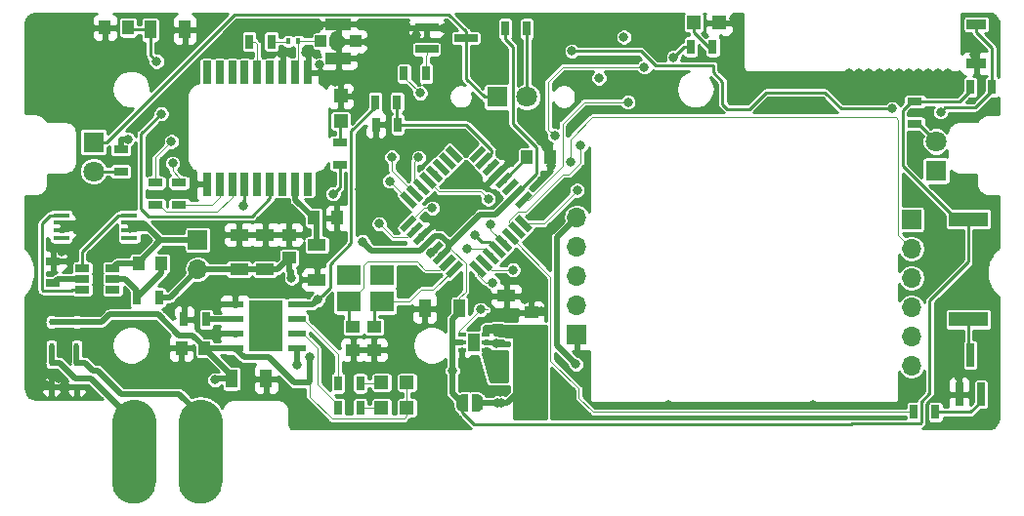
<source format=gtl>
G04 #@! TF.GenerationSoftware,KiCad,Pcbnew,(5.0.1-3-g963ef8bb5)*
G04 #@! TF.CreationDate,2020-09-15T14:43:14+02:00*
G04 #@! TF.ProjectId,trackix,747261636B69782E6B696361645F7063,rev?*
G04 #@! TF.SameCoordinates,Original*
G04 #@! TF.FileFunction,Copper,L1,Top,Signal*
G04 #@! TF.FilePolarity,Positive*
%FSLAX46Y46*%
G04 Gerber Fmt 4.6, Leading zero omitted, Abs format (unit mm)*
G04 Created by KiCad (PCBNEW (5.0.1-3-g963ef8bb5)) date 2020 September 15, Tuesday 14:43:14*
%MOMM*%
%LPD*%
G01*
G04 APERTURE LIST*
G04 #@! TA.AperFunction,ComponentPad*
%ADD10C,3.800000*%
G04 #@! TD*
G04 #@! TA.AperFunction,SMDPad,CuDef*
%ADD11R,0.400000X0.600000*%
G04 #@! TD*
G04 #@! TA.AperFunction,SMDPad,CuDef*
%ADD12R,2.200000X1.050000*%
G04 #@! TD*
G04 #@! TA.AperFunction,SMDPad,CuDef*
%ADD13R,1.000000X1.000000*%
G04 #@! TD*
G04 #@! TA.AperFunction,SMDPad,CuDef*
%ADD14R,0.700000X2.000000*%
G04 #@! TD*
G04 #@! TA.AperFunction,SMDPad,CuDef*
%ADD15R,1.700000X0.900000*%
G04 #@! TD*
G04 #@! TA.AperFunction,ComponentPad*
%ADD16R,1.800000X1.800000*%
G04 #@! TD*
G04 #@! TA.AperFunction,ComponentPad*
%ADD17C,1.800000*%
G04 #@! TD*
G04 #@! TA.AperFunction,SMDPad,CuDef*
%ADD18R,2.100000X1.800000*%
G04 #@! TD*
G04 #@! TA.AperFunction,SMDPad,CuDef*
%ADD19R,3.400000X1.300000*%
G04 #@! TD*
G04 #@! TA.AperFunction,SMDPad,CuDef*
%ADD20R,1.000000X1.250000*%
G04 #@! TD*
G04 #@! TA.AperFunction,SMDPad,CuDef*
%ADD21R,1.600000X1.000000*%
G04 #@! TD*
G04 #@! TA.AperFunction,SMDPad,CuDef*
%ADD22R,1.000000X1.600000*%
G04 #@! TD*
G04 #@! TA.AperFunction,SMDPad,CuDef*
%ADD23R,1.250000X1.000000*%
G04 #@! TD*
G04 #@! TA.AperFunction,SMDPad,CuDef*
%ADD24R,1.200000X1.200000*%
G04 #@! TD*
G04 #@! TA.AperFunction,SMDPad,CuDef*
%ADD25R,0.450000X0.600000*%
G04 #@! TD*
G04 #@! TA.AperFunction,ViaPad*
%ADD26C,0.600000*%
G04 #@! TD*
G04 #@! TA.AperFunction,SMDPad,CuDef*
%ADD27R,1.200000X1.600000*%
G04 #@! TD*
G04 #@! TA.AperFunction,SMDPad,CuDef*
%ADD28R,1.550000X0.600000*%
G04 #@! TD*
G04 #@! TA.AperFunction,Conductor*
%ADD29R,2.950000X4.500000*%
G04 #@! TD*
G04 #@! TA.AperFunction,ComponentPad*
%ADD30O,1.700000X1.700000*%
G04 #@! TD*
G04 #@! TA.AperFunction,ComponentPad*
%ADD31R,1.700000X1.700000*%
G04 #@! TD*
G04 #@! TA.AperFunction,SMDPad,CuDef*
%ADD32C,0.500000*%
G04 #@! TD*
G04 #@! TA.AperFunction,Conductor*
%ADD33C,0.100000*%
G04 #@! TD*
G04 #@! TA.AperFunction,SMDPad,CuDef*
%ADD34R,0.900000X2.500000*%
G04 #@! TD*
G04 #@! TA.AperFunction,SMDPad,CuDef*
%ADD35R,1.450000X0.450000*%
G04 #@! TD*
G04 #@! TA.AperFunction,SMDPad,CuDef*
%ADD36R,2.000000X0.700000*%
G04 #@! TD*
G04 #@! TA.AperFunction,SMDPad,CuDef*
%ADD37R,0.700000X1.300000*%
G04 #@! TD*
G04 #@! TA.AperFunction,SMDPad,CuDef*
%ADD38R,1.300000X0.700000*%
G04 #@! TD*
G04 #@! TA.AperFunction,SMDPad,CuDef*
%ADD39C,0.550000*%
G04 #@! TD*
G04 #@! TA.AperFunction,SMDPad,CuDef*
%ADD40R,1.220000X0.650000*%
G04 #@! TD*
G04 #@! TA.AperFunction,SMDPad,CuDef*
%ADD41R,0.660000X0.320000*%
G04 #@! TD*
G04 #@! TA.AperFunction,ViaPad*
%ADD42C,0.400000*%
G04 #@! TD*
G04 #@! TA.AperFunction,ViaPad*
%ADD43C,0.800000*%
G04 #@! TD*
G04 #@! TA.AperFunction,Conductor*
%ADD44C,0.250000*%
G04 #@! TD*
G04 #@! TA.AperFunction,Conductor*
%ADD45C,0.125000*%
G04 #@! TD*
G04 #@! TA.AperFunction,Conductor*
%ADD46C,0.500000*%
G04 #@! TD*
G04 #@! TA.AperFunction,Conductor*
%ADD47C,3.800000*%
G04 #@! TD*
G04 #@! TA.AperFunction,Conductor*
%ADD48C,0.254000*%
G04 #@! TD*
G04 APERTURE END LIST*
D10*
G04 #@! TO.P,H2,1*
G04 #@! TO.N,DYNAMO_B*
X151050000Y-134200000D03*
G04 #@! TD*
G04 #@! TO.P,H1,1*
G04 #@! TO.N,DYNAMO_A*
X145300000Y-134200000D03*
G04 #@! TD*
D11*
G04 #@! TO.P,L1,1*
G04 #@! TO.N,Net-(L1-Pad1)*
X158650000Y-95950000D03*
G04 #@! TO.P,L1,2*
G04 #@! TO.N,Net-(J2-Pad1)*
X159550000Y-95950000D03*
G04 #@! TD*
D12*
G04 #@! TO.P,J2,2*
G04 #@! TO.N,GND*
X163000000Y-94475000D03*
X163000000Y-97425000D03*
D13*
X164500000Y-95950000D03*
G04 #@! TO.P,J2,1*
G04 #@! TO.N,Net-(J2-Pad1)*
X161500000Y-95950000D03*
G04 #@! TD*
D14*
G04 #@! TO.P,U2,18*
G04 #@! TO.N,Net-(U2-Pad18)*
X151600000Y-98650000D03*
G04 #@! TO.P,U2,17*
G04 #@! TO.N,Net-(U2-Pad17)*
X152700000Y-98650000D03*
G04 #@! TO.P,U2,16*
G04 #@! TO.N,Net-(U2-Pad16)*
X153800000Y-98650000D03*
G04 #@! TO.P,U2,15*
G04 #@! TO.N,Net-(U2-Pad15)*
X154900000Y-98650000D03*
G04 #@! TO.P,U2,14*
G04 #@! TO.N,Net-(R17-Pad2)*
X156000000Y-98650000D03*
G04 #@! TO.P,U2,13*
G04 #@! TO.N,Net-(U2-Pad13)*
X157100000Y-98650000D03*
G04 #@! TO.P,U2,12*
G04 #@! TO.N,GND*
X158200000Y-98650000D03*
G04 #@! TO.P,U2,11*
G04 #@! TO.N,Net-(J2-Pad1)*
X159300000Y-98650000D03*
G04 #@! TO.P,U2,10*
G04 #@! TO.N,GND*
X160400000Y-98650000D03*
G04 #@! TO.P,U2,9*
G04 #@! TO.N,Net-(U2-Pad9)*
X160400000Y-108350000D03*
G04 #@! TO.P,U2,8*
G04 #@! TO.N,+3V3*
X159300000Y-108350000D03*
G04 #@! TO.P,U2,7*
G04 #@! TO.N,Net-(U2-Pad7)*
X158200000Y-108350000D03*
G04 #@! TO.P,U2,6*
G04 #@! TO.N,Net-(C6-Pad1)*
X157100000Y-108350000D03*
G04 #@! TO.P,U2,5*
G04 #@! TO.N,Net-(U2-Pad5)*
X156000000Y-108350000D03*
G04 #@! TO.P,U2,4*
G04 #@! TO.N,Net-(R18-Pad2)*
X154900000Y-108350000D03*
G04 #@! TO.P,U2,3*
G04 #@! TO.N,Net-(R3-Pad1)*
X153800000Y-108350000D03*
G04 #@! TO.P,U2,2*
G04 #@! TO.N,Net-(R16-Pad1)*
X152700000Y-108350000D03*
G04 #@! TO.P,U2,1*
G04 #@! TO.N,GND*
X151600000Y-108350000D03*
G04 #@! TD*
D15*
G04 #@! TO.P,reset1,1*
G04 #@! TO.N,RESET*
X218300000Y-94500000D03*
G04 #@! TO.P,reset1,2*
G04 #@! TO.N,GND*
X218300000Y-97900000D03*
G04 #@! TD*
D16*
G04 #@! TO.P,D6,1*
G04 #@! TO.N,Net-(D4-Pad1)*
X176800000Y-100796001D03*
D17*
G04 #@! TO.P,D6,2*
G04 #@! TO.N,Net-(D6-Pad2)*
X179340000Y-100796001D03*
G04 #@! TD*
G04 #@! TO.P,D5,2*
G04 #@! TO.N,Net-(D5-Pad2)*
X214800000Y-104660000D03*
D16*
G04 #@! TO.P,D5,1*
G04 #@! TO.N,Net-(D4-Pad1)*
X214800000Y-107200000D03*
G04 #@! TD*
G04 #@! TO.P,D4,1*
G04 #@! TO.N,Net-(D4-Pad1)*
X141800000Y-104700000D03*
D17*
G04 #@! TO.P,D4,2*
G04 #@! TO.N,Net-(D4-Pad2)*
X141800000Y-107240000D03*
G04 #@! TD*
D18*
G04 #@! TO.P,8MHz1,4*
G04 #@! TO.N,N/C*
X163900000Y-116250000D03*
G04 #@! TO.P,8MHz1,3*
X166800000Y-116250000D03*
G04 #@! TO.P,8MHz1,2*
G04 #@! TO.N,Net-(8MHz1-Pad2)*
X166800000Y-118550000D03*
G04 #@! TO.P,8MHz1,1*
G04 #@! TO.N,Net-(8MHz1-Pad1)*
X163900000Y-118550000D03*
G04 #@! TD*
D19*
G04 #@! TO.P,BZ1,2*
G04 #@! TO.N,Net-(BZ1-Pad2)*
X217600000Y-120100000D03*
G04 #@! TO.P,BZ1,1*
G04 #@! TO.N,+BATT*
X217600000Y-111400000D03*
G04 #@! TD*
D20*
G04 #@! TO.P,C1,2*
G04 #@! TO.N,GND*
X149400000Y-122600000D03*
G04 #@! TO.P,C1,1*
G04 #@! TO.N,CHARGE_DETECT*
X151400000Y-122600000D03*
G04 #@! TD*
D21*
G04 #@! TO.P,C2,2*
G04 #@! TO.N,GND*
X154400000Y-112750000D03*
G04 #@! TO.P,C2,1*
G04 #@! TO.N,+BATT*
X154400000Y-115750000D03*
G04 #@! TD*
D20*
G04 #@! TO.P,C3,1*
G04 #@! TO.N,Net-(C3-Pad1)*
X147700000Y-115250000D03*
G04 #@! TO.P,C3,2*
G04 #@! TO.N,-BATT*
X145700000Y-115250000D03*
G04 #@! TD*
D21*
G04 #@! TO.P,C4,1*
G04 #@! TO.N,+3V3*
X161150000Y-113650000D03*
G04 #@! TO.P,C4,2*
G04 #@! TO.N,GND*
X161150000Y-116650000D03*
G04 #@! TD*
D20*
G04 #@! TO.P,C5,1*
G04 #@! TO.N,+3V3*
X160900000Y-111300000D03*
G04 #@! TO.P,C5,2*
G04 #@! TO.N,GND*
X162900000Y-111300000D03*
G04 #@! TD*
D22*
G04 #@! TO.P,C6,2*
G04 #@! TO.N,GND*
X149700000Y-94950000D03*
G04 #@! TO.P,C6,1*
G04 #@! TO.N,Net-(C6-Pad1)*
X146700000Y-94950000D03*
G04 #@! TD*
D20*
G04 #@! TO.P,C7,2*
G04 #@! TO.N,GND*
X142789186Y-94760450D03*
G04 #@! TO.P,C7,1*
G04 #@! TO.N,Net-(C6-Pad1)*
X144789186Y-94760450D03*
G04 #@! TD*
G04 #@! TO.P,C8,2*
G04 #@! TO.N,Net-(C8-Pad2)*
X179350000Y-106050000D03*
G04 #@! TO.P,C8,1*
G04 #@! TO.N,GND*
X181350000Y-106050000D03*
G04 #@! TD*
D22*
G04 #@! TO.P,C9,2*
G04 #@! TO.N,GND*
X170500000Y-119150000D03*
G04 #@! TO.P,C9,1*
G04 #@! TO.N,+BATT*
X173500000Y-119150000D03*
G04 #@! TD*
D23*
G04 #@! TO.P,C10,1*
G04 #@! TO.N,GND*
X166116044Y-122750030D03*
G04 #@! TO.P,C10,2*
G04 #@! TO.N,Net-(8MHz1-Pad2)*
X166116044Y-120750030D03*
G04 #@! TD*
G04 #@! TO.P,C11,2*
G04 #@! TO.N,Net-(8MHz1-Pad1)*
X164296044Y-120750030D03*
G04 #@! TO.P,C11,1*
G04 #@! TO.N,GND*
X164296044Y-122750030D03*
G04 #@! TD*
D21*
G04 #@! TO.P,C12,1*
G04 #@! TO.N,+3V3*
X177550000Y-121050000D03*
G04 #@! TO.P,C12,2*
G04 #@! TO.N,GND*
X177550000Y-118050000D03*
G04 #@! TD*
G04 #@! TO.P,C13,2*
G04 #@! TO.N,GND*
X156650000Y-112750000D03*
G04 #@! TO.P,C13,1*
G04 #@! TO.N,+BATT*
X156650000Y-115750000D03*
G04 #@! TD*
D23*
G04 #@! TO.P,C14,2*
G04 #@! TO.N,GND*
X158750000Y-112750000D03*
G04 #@! TO.P,C14,1*
G04 #@! TO.N,+BATT*
X158750000Y-114750000D03*
G04 #@! TD*
D22*
G04 #@! TO.P,C15,1*
G04 #@! TO.N,CHARGE_DETECT*
X153750000Y-125250000D03*
G04 #@! TO.P,C15,2*
G04 #@! TO.N,GND*
X156750000Y-125250000D03*
G04 #@! TD*
D23*
G04 #@! TO.P,C16,1*
G04 #@! TO.N,+3V3*
X179711143Y-121485463D03*
G04 #@! TO.P,C16,2*
G04 #@! TO.N,GND*
X179711143Y-119485463D03*
G04 #@! TD*
D24*
G04 #@! TO.P,D1,1*
G04 #@! TO.N,GND*
X163200000Y-100700000D03*
G04 #@! TO.P,D1,2*
G04 #@! TO.N,Net-(D1-Pad2)*
X163200000Y-102900000D03*
G04 #@! TD*
G04 #@! TO.P,D2,2*
G04 #@! TO.N,Net-(D2-Pad2)*
X193800000Y-94350000D03*
G04 #@! TO.P,D2,1*
G04 #@! TO.N,GND*
X196000000Y-94350000D03*
G04 #@! TD*
D25*
G04 #@! TO.P,D3,1*
G04 #@! TO.N,CHARGE_DETECT*
X138137288Y-120316956D03*
G04 #@! TO.P,D3,2*
G04 #@! TO.N,DYNAMO_A*
X138137288Y-122416956D03*
G04 #@! TD*
D24*
G04 #@! TO.P,D7,2*
G04 #@! TO.N,CHARGE_DETECT*
X168950000Y-125600000D03*
G04 #@! TO.P,D7,1*
G04 #@! TO.N,Net-(D7-Pad1)*
X166750000Y-125600000D03*
G04 #@! TD*
G04 #@! TO.P,D8,1*
G04 #@! TO.N,Net-(D8-Pad1)*
X166750000Y-127750000D03*
G04 #@! TO.P,D8,2*
G04 #@! TO.N,CHARGE_DETECT*
X168950000Y-127750000D03*
G04 #@! TD*
D25*
G04 #@! TO.P,D9,2*
G04 #@! TO.N,DYNAMO_B*
X140337288Y-122416956D03*
G04 #@! TO.P,D9,1*
G04 #@! TO.N,CHARGE_DETECT*
X140337288Y-120316956D03*
G04 #@! TD*
G04 #@! TO.P,D10,1*
G04 #@! TO.N,DYNAMO_A*
X138137288Y-123866956D03*
G04 #@! TO.P,D10,2*
G04 #@! TO.N,GND*
X138137288Y-125966956D03*
G04 #@! TD*
G04 #@! TO.P,D11,2*
G04 #@! TO.N,GND*
X140337288Y-125966956D03*
G04 #@! TO.P,D11,1*
G04 #@! TO.N,DYNAMO_B*
X140337288Y-123866956D03*
G04 #@! TD*
D26*
G04 #@! TO.N,N/C*
G04 #@! TO.C,IC2*
X157350000Y-121900000D03*
X157350000Y-121100000D03*
X156150000Y-121100000D03*
X156150000Y-121900000D03*
X157350000Y-119500000D03*
X157350000Y-120300000D03*
X156150000Y-120300000D03*
X156150000Y-119500000D03*
D27*
G04 #@! TD*
G04 #@! TO.P,IC2,9*
G04 #@! TO.N,N/C*
X156150000Y-119900000D03*
G04 #@! TO.P,IC2,9*
G04 #@! TO.N,N/C*
X156150000Y-121500000D03*
X157350000Y-119900000D03*
X157350000Y-121500000D03*
D28*
G04 #@! TO.P,IC2,8*
G04 #@! TO.N,CHARGE_DETECT*
X159450000Y-118795000D03*
G04 #@! TO.P,IC2,7*
G04 #@! TO.N,Net-(IC2-Pad7)*
X159450000Y-120065000D03*
G04 #@! TO.P,IC2,6*
G04 #@! TO.N,Net-(IC2-Pad6)*
X159450000Y-121335000D03*
G04 #@! TO.P,IC2,5*
G04 #@! TO.N,+BATT*
X159450000Y-122605000D03*
G04 #@! TO.P,IC2,4*
G04 #@! TO.N,CHARGE_DETECT*
X154050000Y-122605000D03*
G04 #@! TO.P,IC2,3*
G04 #@! TO.N,GND*
X154050000Y-121335000D03*
G04 #@! TO.P,IC2,2*
G04 #@! TO.N,Net-(IC2-Pad2)*
X154050000Y-120065000D03*
G04 #@! TO.P,IC2,1*
G04 #@! TO.N,GND*
X154050000Y-118795000D03*
D29*
G04 #@! TD*
G04 #@! TO.N,N/C*
G04 #@! TO.C,IC2*
X156750000Y-120700000D03*
D30*
G04 #@! TO.P,J1,2*
G04 #@! TO.N,+BATT*
X150825001Y-115765001D03*
D31*
G04 #@! TO.P,J1,1*
G04 #@! TO.N,-BATT*
X150825001Y-113225001D03*
G04 #@! TD*
D30*
G04 #@! TO.P,J3,5*
G04 #@! TO.N,+3V3*
X183661237Y-111254001D03*
G04 #@! TO.P,J3,4*
G04 #@! TO.N,sim_rst*
X183661237Y-113794001D03*
G04 #@! TO.P,J3,3*
G04 #@! TO.N,sim_tx*
X183661237Y-116334001D03*
G04 #@! TO.P,J3,2*
G04 #@! TO.N,sim_rx*
X183661237Y-118874001D03*
D31*
G04 #@! TO.P,J3,1*
G04 #@! TO.N,GND*
X183661237Y-121414001D03*
G04 #@! TD*
D30*
G04 #@! TO.P,J5,6*
G04 #@! TO.N,Net-(J5-Pad6)*
X212661237Y-124114001D03*
G04 #@! TO.P,J5,5*
G04 #@! TO.N,Net-(J5-Pad5)*
X212661237Y-121574001D03*
G04 #@! TO.P,J5,4*
G04 #@! TO.N,Net-(J5-Pad4)*
X212661237Y-119034001D03*
G04 #@! TO.P,J5,3*
G04 #@! TO.N,Net-(J5-Pad3)*
X212661237Y-116494001D03*
G04 #@! TO.P,J5,2*
G04 #@! TO.N,sim_dtr*
X212661237Y-113954001D03*
D31*
G04 #@! TO.P,J5,1*
G04 #@! TO.N,sim_ring*
X212661237Y-111414001D03*
G04 #@! TD*
D32*
G04 #@! TO.P,JP2,2*
G04 #@! TO.N,+3V3*
X175050000Y-127350000D03*
D33*
G04 #@! TD*
G04 #@! TO.N,+3V3*
G04 #@! TO.C,JP2*
G36*
X175050000Y-126600602D02*
X175074534Y-126600602D01*
X175123365Y-126605412D01*
X175171490Y-126614984D01*
X175218445Y-126629228D01*
X175263778Y-126648005D01*
X175307051Y-126671136D01*
X175347850Y-126698396D01*
X175385779Y-126729524D01*
X175420476Y-126764221D01*
X175451604Y-126802150D01*
X175478864Y-126842949D01*
X175501995Y-126886222D01*
X175520772Y-126931555D01*
X175535016Y-126978510D01*
X175544588Y-127026635D01*
X175549398Y-127075466D01*
X175549398Y-127100000D01*
X175550000Y-127100000D01*
X175550000Y-127600000D01*
X175549398Y-127600000D01*
X175549398Y-127624534D01*
X175544588Y-127673365D01*
X175535016Y-127721490D01*
X175520772Y-127768445D01*
X175501995Y-127813778D01*
X175478864Y-127857051D01*
X175451604Y-127897850D01*
X175420476Y-127935779D01*
X175385779Y-127970476D01*
X175347850Y-128001604D01*
X175307051Y-128028864D01*
X175263778Y-128051995D01*
X175218445Y-128070772D01*
X175171490Y-128085016D01*
X175123365Y-128094588D01*
X175074534Y-128099398D01*
X175050000Y-128099398D01*
X175050000Y-128100000D01*
X174550000Y-128100000D01*
X174550000Y-126600000D01*
X175050000Y-126600000D01*
X175050000Y-126600602D01*
X175050000Y-126600602D01*
G37*
D32*
G04 #@! TO.P,JP2,1*
G04 #@! TO.N,+BATT*
X173750000Y-127350000D03*
D33*
G04 #@! TD*
G04 #@! TO.N,+BATT*
G04 #@! TO.C,JP2*
G36*
X174250000Y-128100000D02*
X173750000Y-128100000D01*
X173750000Y-128099398D01*
X173725466Y-128099398D01*
X173676635Y-128094588D01*
X173628510Y-128085016D01*
X173581555Y-128070772D01*
X173536222Y-128051995D01*
X173492949Y-128028864D01*
X173452150Y-128001604D01*
X173414221Y-127970476D01*
X173379524Y-127935779D01*
X173348396Y-127897850D01*
X173321136Y-127857051D01*
X173298005Y-127813778D01*
X173279228Y-127768445D01*
X173264984Y-127721490D01*
X173255412Y-127673365D01*
X173250602Y-127624534D01*
X173250602Y-127600000D01*
X173250000Y-127600000D01*
X173250000Y-127100000D01*
X173250602Y-127100000D01*
X173250602Y-127075466D01*
X173255412Y-127026635D01*
X173264984Y-126978510D01*
X173279228Y-126931555D01*
X173298005Y-126886222D01*
X173321136Y-126842949D01*
X173348396Y-126802150D01*
X173379524Y-126764221D01*
X173414221Y-126729524D01*
X173452150Y-126698396D01*
X173492949Y-126671136D01*
X173536222Y-126648005D01*
X173581555Y-126629228D01*
X173628510Y-126614984D01*
X173676635Y-126605412D01*
X173725466Y-126600602D01*
X173750000Y-126600602D01*
X173750000Y-126600000D01*
X174250000Y-126600000D01*
X174250000Y-128100000D01*
X174250000Y-128100000D01*
G37*
D34*
G04 #@! TO.P,L2,2*
G04 #@! TO.N,+3V3*
X180150000Y-124050000D03*
G04 #@! TO.P,L2,1*
G04 #@! TO.N,Net-(L2-Pad1)*
X177250000Y-124050000D03*
G04 #@! TD*
D14*
G04 #@! TO.P,Q1,1*
G04 #@! TO.N,GND*
X216800000Y-126600000D03*
G04 #@! TO.P,Q1,2*
G04 #@! TO.N,Net-(Q1-Pad2)*
X218700000Y-126600000D03*
G04 #@! TO.P,Q1,3*
G04 #@! TO.N,Net-(BZ1-Pad2)*
X217750000Y-123200000D03*
G04 #@! TD*
D35*
G04 #@! TO.P,Q3,8*
G04 #@! TO.N,Net-(Q3-Pad8)*
X139000000Y-113025000D03*
G04 #@! TO.P,Q3,7*
G04 #@! TO.N,GND*
X139000000Y-112375000D03*
G04 #@! TO.P,Q3,6*
X139000000Y-111725000D03*
G04 #@! TO.P,Q3,5*
G04 #@! TO.N,Net-(Q3-Pad5)*
X139000000Y-111075000D03*
G04 #@! TO.P,Q3,4*
G04 #@! TO.N,Net-(Q3-Pad4)*
X144900000Y-111075000D03*
G04 #@! TO.P,Q3,3*
G04 #@! TO.N,-BATT*
X144900000Y-111725000D03*
G04 #@! TO.P,Q3,2*
X144900000Y-112375000D03*
G04 #@! TO.P,Q3,1*
G04 #@! TO.N,Net-(Q3-Pad1)*
X144900000Y-113025000D03*
G04 #@! TD*
D36*
G04 #@! TO.P,Q5,3*
G04 #@! TO.N,Net-(D4-Pad1)*
X174050000Y-95700000D03*
G04 #@! TO.P,Q5,2*
G04 #@! TO.N,Net-(Q5-Pad2)*
X170650000Y-96650000D03*
G04 #@! TO.P,Q5,1*
G04 #@! TO.N,GND*
X170650000Y-94750000D03*
G04 #@! TD*
D37*
G04 #@! TO.P,R1,2*
G04 #@! TO.N,+BATT*
X147450000Y-118200000D03*
G04 #@! TO.P,R1,1*
G04 #@! TO.N,Net-(C3-Pad1)*
X145550000Y-118200000D03*
G04 #@! TD*
D38*
G04 #@! TO.P,R2,2*
G04 #@! TO.N,GND*
X138300000Y-115050000D03*
G04 #@! TO.P,R2,1*
G04 #@! TO.N,Net-(R2-Pad1)*
X138300000Y-116950000D03*
G04 #@! TD*
G04 #@! TO.P,R3,1*
G04 #@! TO.N,Net-(R3-Pad1)*
X147150000Y-110150000D03*
G04 #@! TO.P,R3,2*
G04 #@! TO.N,GPS_RX*
X147150000Y-108250000D03*
G04 #@! TD*
D37*
G04 #@! TO.P,R5,2*
G04 #@! TO.N,Net-(Q1-Pad2)*
X214750000Y-128150000D03*
G04 #@! TO.P,R5,1*
G04 #@! TO.N,DRIVE_BUZZER*
X212850000Y-128150000D03*
G04 #@! TD*
G04 #@! TO.P,R6,1*
G04 #@! TO.N,+BATT*
X217750000Y-99950000D03*
G04 #@! TO.P,R6,2*
G04 #@! TO.N,RESET*
X219650000Y-99950000D03*
G04 #@! TD*
G04 #@! TO.P,R7,1*
G04 #@! TO.N,Net-(D2-Pad2)*
X195450000Y-96450000D03*
G04 #@! TO.P,R7,2*
G04 #@! TO.N,Net-(J4-Pad3)*
X193550000Y-96450000D03*
G04 #@! TD*
G04 #@! TO.P,R9,1*
G04 #@! TO.N,DRIVE_LED*
X168700000Y-98750000D03*
G04 #@! TO.P,R9,2*
G04 #@! TO.N,Net-(Q5-Pad2)*
X170600000Y-98750000D03*
G04 #@! TD*
D38*
G04 #@! TO.P,R10,1*
G04 #@! TO.N,+BATT*
X144150000Y-105350000D03*
G04 #@! TO.P,R10,2*
G04 #@! TO.N,Net-(D4-Pad2)*
X144150000Y-107250000D03*
G04 #@! TD*
G04 #@! TO.P,R11,2*
G04 #@! TO.N,Net-(D5-Pad2)*
X212950000Y-103100000D03*
G04 #@! TO.P,R11,1*
G04 #@! TO.N,+BATT*
X212950000Y-101200000D03*
G04 #@! TD*
D37*
G04 #@! TO.P,R12,1*
G04 #@! TO.N,+BATT*
X177450000Y-94850000D03*
G04 #@! TO.P,R12,2*
G04 #@! TO.N,Net-(D6-Pad2)*
X179350000Y-94850000D03*
G04 #@! TD*
G04 #@! TO.P,R13,2*
G04 #@! TO.N,Net-(D7-Pad1)*
X164900000Y-125650000D03*
G04 #@! TO.P,R13,1*
G04 #@! TO.N,Net-(IC2-Pad7)*
X163000000Y-125650000D03*
G04 #@! TD*
G04 #@! TO.P,R14,2*
G04 #@! TO.N,Net-(D8-Pad1)*
X164900000Y-127800000D03*
G04 #@! TO.P,R14,1*
G04 #@! TO.N,Net-(IC2-Pad6)*
X163000000Y-127800000D03*
G04 #@! TD*
G04 #@! TO.P,R15,1*
G04 #@! TO.N,Net-(IC2-Pad2)*
X151550000Y-120100000D03*
G04 #@! TO.P,R15,2*
G04 #@! TO.N,GND*
X149650000Y-120100000D03*
G04 #@! TD*
D38*
G04 #@! TO.P,R16,1*
G04 #@! TO.N,Net-(R16-Pad1)*
X149200000Y-110150000D03*
G04 #@! TO.P,R16,2*
G04 #@! TO.N,GPS_TX*
X149200000Y-108250000D03*
G04 #@! TD*
D37*
G04 #@! TO.P,R17,2*
G04 #@! TO.N,Net-(R17-Pad2)*
X155300000Y-96000000D03*
G04 #@! TO.P,R17,1*
G04 #@! TO.N,Net-(L1-Pad1)*
X157200000Y-96000000D03*
G04 #@! TD*
D38*
G04 #@! TO.P,R18,2*
G04 #@! TO.N,Net-(R18-Pad2)*
X163150000Y-106650000D03*
G04 #@! TO.P,R18,1*
G04 #@! TO.N,Net-(D1-Pad2)*
X163150000Y-104750000D03*
G04 #@! TD*
D37*
G04 #@! TO.P,R19,2*
G04 #@! TO.N,Net-(R19-Pad2)*
X168150000Y-103200000D03*
G04 #@! TO.P,R19,1*
G04 #@! TO.N,GND*
X166250000Y-103200000D03*
G04 #@! TD*
G04 #@! TO.P,R20,1*
G04 #@! TO.N,CHARGE_DETECT*
X166200000Y-101250000D03*
G04 #@! TO.P,R20,2*
G04 #@! TO.N,Net-(R19-Pad2)*
X168100000Y-101250000D03*
G04 #@! TD*
D39*
G04 #@! TO.P,U1,32*
G04 #@! TO.N,GPS_RX*
X169064897Y-109724695D03*
D33*
G04 #@! TD*
G04 #@! TO.N,GPS_RX*
G04 #@! TO.C,U1*
G36*
X169825037Y-110095926D02*
X169436128Y-110484835D01*
X168304757Y-109353464D01*
X168693666Y-108964555D01*
X169825037Y-110095926D01*
X169825037Y-110095926D01*
G37*
D39*
G04 #@! TO.P,U1,31*
G04 #@! TO.N,Net-(TP8-Pad1)*
X169630583Y-109159010D03*
D33*
G04 #@! TD*
G04 #@! TO.N,Net-(TP8-Pad1)*
G04 #@! TO.C,U1*
G36*
X170390723Y-109530241D02*
X170001814Y-109919150D01*
X168870443Y-108787779D01*
X169259352Y-108398870D01*
X170390723Y-109530241D01*
X170390723Y-109530241D01*
G37*
D39*
G04 #@! TO.P,U1,30*
G04 #@! TO.N,Net-(TP7-Pad1)*
X170196268Y-108593324D03*
D33*
G04 #@! TD*
G04 #@! TO.N,Net-(TP7-Pad1)*
G04 #@! TO.C,U1*
G36*
X170956408Y-108964555D02*
X170567499Y-109353464D01*
X169436128Y-108222093D01*
X169825037Y-107833184D01*
X170956408Y-108964555D01*
X170956408Y-108964555D01*
G37*
D39*
G04 #@! TO.P,U1,29*
G04 #@! TO.N,RESET*
X170761953Y-108027639D03*
D33*
G04 #@! TD*
G04 #@! TO.N,RESET*
G04 #@! TO.C,U1*
G36*
X171522093Y-108398870D02*
X171133184Y-108787779D01*
X170001813Y-107656408D01*
X170390722Y-107267499D01*
X171522093Y-108398870D01*
X171522093Y-108398870D01*
G37*
D39*
G04 #@! TO.P,U1,28*
G04 #@! TO.N,SCL*
X171327639Y-107461953D03*
D33*
G04 #@! TD*
G04 #@! TO.N,SCL*
G04 #@! TO.C,U1*
G36*
X172087779Y-107833184D02*
X171698870Y-108222093D01*
X170567499Y-107090722D01*
X170956408Y-106701813D01*
X172087779Y-107833184D01*
X172087779Y-107833184D01*
G37*
D39*
G04 #@! TO.P,U1,27*
G04 #@! TO.N,SDA*
X171893324Y-106896268D03*
D33*
G04 #@! TD*
G04 #@! TO.N,SDA*
G04 #@! TO.C,U1*
G36*
X172653464Y-107267499D02*
X172264555Y-107656408D01*
X171133184Y-106525037D01*
X171522093Y-106136128D01*
X172653464Y-107267499D01*
X172653464Y-107267499D01*
G37*
D39*
G04 #@! TO.P,U1,26*
G04 #@! TO.N,Net-(U1-Pad26)*
X172459010Y-106330583D03*
D33*
G04 #@! TD*
G04 #@! TO.N,Net-(U1-Pad26)*
G04 #@! TO.C,U1*
G36*
X173219150Y-106701814D02*
X172830241Y-107090723D01*
X171698870Y-105959352D01*
X172087779Y-105570443D01*
X173219150Y-106701814D01*
X173219150Y-106701814D01*
G37*
D39*
G04 #@! TO.P,U1,25*
G04 #@! TO.N,Net-(U1-Pad25)*
X173024695Y-105764897D03*
D33*
G04 #@! TD*
G04 #@! TO.N,Net-(U1-Pad25)*
G04 #@! TO.C,U1*
G36*
X173784835Y-106136128D02*
X173395926Y-106525037D01*
X172264555Y-105393666D01*
X172653464Y-105004757D01*
X173784835Y-106136128D01*
X173784835Y-106136128D01*
G37*
D39*
G04 #@! TO.P,U1,24*
G04 #@! TO.N,Net-(U1-Pad24)*
X175075305Y-105764897D03*
D33*
G04 #@! TD*
G04 #@! TO.N,Net-(U1-Pad24)*
G04 #@! TO.C,U1*
G36*
X174704074Y-106525037D02*
X174315165Y-106136128D01*
X175446536Y-105004757D01*
X175835445Y-105393666D01*
X174704074Y-106525037D01*
X174704074Y-106525037D01*
G37*
D39*
G04 #@! TO.P,U1,23*
G04 #@! TO.N,Net-(R19-Pad2)*
X175640990Y-106330583D03*
D33*
G04 #@! TD*
G04 #@! TO.N,Net-(R19-Pad2)*
G04 #@! TO.C,U1*
G36*
X175269759Y-107090723D02*
X174880850Y-106701814D01*
X176012221Y-105570443D01*
X176401130Y-105959352D01*
X175269759Y-107090723D01*
X175269759Y-107090723D01*
G37*
D39*
G04 #@! TO.P,U1,22*
G04 #@! TO.N,Net-(U1-Pad22)*
X176206676Y-106896268D03*
D33*
G04 #@! TD*
G04 #@! TO.N,Net-(U1-Pad22)*
G04 #@! TO.C,U1*
G36*
X175835445Y-107656408D02*
X175446536Y-107267499D01*
X176577907Y-106136128D01*
X176966816Y-106525037D01*
X175835445Y-107656408D01*
X175835445Y-107656408D01*
G37*
D39*
G04 #@! TO.P,U1,21*
G04 #@! TO.N,GND*
X176772361Y-107461953D03*
D33*
G04 #@! TD*
G04 #@! TO.N,GND*
G04 #@! TO.C,U1*
G36*
X176401130Y-108222093D02*
X176012221Y-107833184D01*
X177143592Y-106701813D01*
X177532501Y-107090722D01*
X176401130Y-108222093D01*
X176401130Y-108222093D01*
G37*
D39*
G04 #@! TO.P,U1,20*
G04 #@! TO.N,Net-(C8-Pad2)*
X177338047Y-108027639D03*
D33*
G04 #@! TD*
G04 #@! TO.N,Net-(C8-Pad2)*
G04 #@! TO.C,U1*
G36*
X176966816Y-108787779D02*
X176577907Y-108398870D01*
X177709278Y-107267499D01*
X178098187Y-107656408D01*
X176966816Y-108787779D01*
X176966816Y-108787779D01*
G37*
D39*
G04 #@! TO.P,U1,19*
G04 #@! TO.N,Net-(U1-Pad19)*
X177903732Y-108593324D03*
D33*
G04 #@! TD*
G04 #@! TO.N,Net-(U1-Pad19)*
G04 #@! TO.C,U1*
G36*
X177532501Y-109353464D02*
X177143592Y-108964555D01*
X178274963Y-107833184D01*
X178663872Y-108222093D01*
X177532501Y-109353464D01*
X177532501Y-109353464D01*
G37*
D39*
G04 #@! TO.P,U1,18*
G04 #@! TO.N,+BATT*
X178469417Y-109159010D03*
D33*
G04 #@! TD*
G04 #@! TO.N,+BATT*
G04 #@! TO.C,U1*
G36*
X178098186Y-109919150D02*
X177709277Y-109530241D01*
X178840648Y-108398870D01*
X179229557Y-108787779D01*
X178098186Y-109919150D01*
X178098186Y-109919150D01*
G37*
D39*
G04 #@! TO.P,U1,17*
G04 #@! TO.N,Net-(J4-Pad3)*
X179035103Y-109724695D03*
D33*
G04 #@! TD*
G04 #@! TO.N,Net-(J4-Pad3)*
G04 #@! TO.C,U1*
G36*
X178663872Y-110484835D02*
X178274963Y-110095926D01*
X179406334Y-108964555D01*
X179795243Y-109353464D01*
X178663872Y-110484835D01*
X178663872Y-110484835D01*
G37*
D39*
G04 #@! TO.P,U1,16*
G04 #@! TO.N,Net-(J4-Pad1)*
X179035103Y-111775305D03*
D33*
G04 #@! TD*
G04 #@! TO.N,Net-(J4-Pad1)*
G04 #@! TO.C,U1*
G36*
X179795243Y-112146536D02*
X179406334Y-112535445D01*
X178274963Y-111404074D01*
X178663872Y-111015165D01*
X179795243Y-112146536D01*
X179795243Y-112146536D01*
G37*
D39*
G04 #@! TO.P,U1,15*
G04 #@! TO.N,Net-(J4-Pad4)*
X178469417Y-112340990D03*
D33*
G04 #@! TD*
G04 #@! TO.N,Net-(J4-Pad4)*
G04 #@! TO.C,U1*
G36*
X179229557Y-112712221D02*
X178840648Y-113101130D01*
X177709277Y-111969759D01*
X178098186Y-111580850D01*
X179229557Y-112712221D01*
X179229557Y-112712221D01*
G37*
D39*
G04 #@! TO.P,U1,14*
G04 #@! TO.N,DRIVE_BUZZER*
X177903732Y-112906676D03*
D33*
G04 #@! TD*
G04 #@! TO.N,DRIVE_BUZZER*
G04 #@! TO.C,U1*
G36*
X178663872Y-113277907D02*
X178274963Y-113666816D01*
X177143592Y-112535445D01*
X177532501Y-112146536D01*
X178663872Y-113277907D01*
X178663872Y-113277907D01*
G37*
D39*
G04 #@! TO.P,U1,13*
G04 #@! TO.N,DRIVE_LED*
X177338047Y-113472361D03*
D33*
G04 #@! TD*
G04 #@! TO.N,DRIVE_LED*
G04 #@! TO.C,U1*
G36*
X178098187Y-113843592D02*
X177709278Y-114232501D01*
X176577907Y-113101130D01*
X176966816Y-112712221D01*
X178098187Y-113843592D01*
X178098187Y-113843592D01*
G37*
D39*
G04 #@! TO.P,U1,12*
G04 #@! TO.N,GPS_TX*
X176772361Y-114038047D03*
D33*
G04 #@! TD*
G04 #@! TO.N,GPS_TX*
G04 #@! TO.C,U1*
G36*
X177532501Y-114409278D02*
X177143592Y-114798187D01*
X176012221Y-113666816D01*
X176401130Y-113277907D01*
X177532501Y-114409278D01*
X177532501Y-114409278D01*
G37*
D39*
G04 #@! TO.P,U1,11*
G04 #@! TO.N,AUX_ON*
X176206676Y-114603732D03*
D33*
G04 #@! TD*
G04 #@! TO.N,AUX_ON*
G04 #@! TO.C,U1*
G36*
X176966816Y-114974963D02*
X176577907Y-115363872D01*
X175446536Y-114232501D01*
X175835445Y-113843592D01*
X176966816Y-114974963D01*
X176966816Y-114974963D01*
G37*
D39*
G04 #@! TO.P,U1,10*
G04 #@! TO.N,sim_rst*
X175640990Y-115169417D03*
D33*
G04 #@! TD*
G04 #@! TO.N,sim_rst*
G04 #@! TO.C,U1*
G36*
X176401130Y-115540648D02*
X176012221Y-115929557D01*
X174880850Y-114798186D01*
X175269759Y-114409277D01*
X176401130Y-115540648D01*
X176401130Y-115540648D01*
G37*
D39*
G04 #@! TO.P,U1,9*
G04 #@! TO.N,sim_tx*
X175075305Y-115735103D03*
D33*
G04 #@! TD*
G04 #@! TO.N,sim_tx*
G04 #@! TO.C,U1*
G36*
X175835445Y-116106334D02*
X175446536Y-116495243D01*
X174315165Y-115363872D01*
X174704074Y-114974963D01*
X175835445Y-116106334D01*
X175835445Y-116106334D01*
G37*
D39*
G04 #@! TO.P,U1,8*
G04 #@! TO.N,Net-(8MHz1-Pad2)*
X173024695Y-115735103D03*
D33*
G04 #@! TD*
G04 #@! TO.N,Net-(8MHz1-Pad2)*
G04 #@! TO.C,U1*
G36*
X172653464Y-116495243D02*
X172264555Y-116106334D01*
X173395926Y-114974963D01*
X173784835Y-115363872D01*
X172653464Y-116495243D01*
X172653464Y-116495243D01*
G37*
D39*
G04 #@! TO.P,U1,7*
G04 #@! TO.N,Net-(8MHz1-Pad1)*
X172459010Y-115169417D03*
D33*
G04 #@! TD*
G04 #@! TO.N,Net-(8MHz1-Pad1)*
G04 #@! TO.C,U1*
G36*
X172087779Y-115929557D02*
X171698870Y-115540648D01*
X172830241Y-114409277D01*
X173219150Y-114798186D01*
X172087779Y-115929557D01*
X172087779Y-115929557D01*
G37*
D39*
G04 #@! TO.P,U1,6*
G04 #@! TO.N,+BATT*
X171893324Y-114603732D03*
D33*
G04 #@! TD*
G04 #@! TO.N,+BATT*
G04 #@! TO.C,U1*
G36*
X171522093Y-115363872D02*
X171133184Y-114974963D01*
X172264555Y-113843592D01*
X172653464Y-114232501D01*
X171522093Y-115363872D01*
X171522093Y-115363872D01*
G37*
D39*
G04 #@! TO.P,U1,5*
G04 #@! TO.N,GND*
X171327639Y-114038047D03*
D33*
G04 #@! TD*
G04 #@! TO.N,GND*
G04 #@! TO.C,U1*
G36*
X170956408Y-114798187D02*
X170567499Y-114409278D01*
X171698870Y-113277907D01*
X172087779Y-113666816D01*
X170956408Y-114798187D01*
X170956408Y-114798187D01*
G37*
D39*
G04 #@! TO.P,U1,4*
G04 #@! TO.N,+BATT*
X170761953Y-113472361D03*
D33*
G04 #@! TD*
G04 #@! TO.N,+BATT*
G04 #@! TO.C,U1*
G36*
X170390722Y-114232501D02*
X170001813Y-113843592D01*
X171133184Y-112712221D01*
X171522093Y-113101130D01*
X170390722Y-114232501D01*
X170390722Y-114232501D01*
G37*
D39*
G04 #@! TO.P,U1,3*
G04 #@! TO.N,GND*
X170196268Y-112906676D03*
D33*
G04 #@! TD*
G04 #@! TO.N,GND*
G04 #@! TO.C,U1*
G36*
X169825037Y-113666816D02*
X169436128Y-113277907D01*
X170567499Y-112146536D01*
X170956408Y-112535445D01*
X169825037Y-113666816D01*
X169825037Y-113666816D01*
G37*
D39*
G04 #@! TO.P,U1,2*
G04 #@! TO.N,sim_rx*
X169630583Y-112340990D03*
D33*
G04 #@! TD*
G04 #@! TO.N,sim_rx*
G04 #@! TO.C,U1*
G36*
X169259352Y-113101130D02*
X168870443Y-112712221D01*
X170001814Y-111580850D01*
X170390723Y-111969759D01*
X169259352Y-113101130D01*
X169259352Y-113101130D01*
G37*
D39*
G04 #@! TO.P,U1,1*
G04 #@! TO.N,sim_dtr*
X169064897Y-111775305D03*
D33*
G04 #@! TD*
G04 #@! TO.N,sim_dtr*
G04 #@! TO.C,U1*
G36*
X168693666Y-112535445D02*
X168304757Y-112146536D01*
X169436128Y-111015165D01*
X169825037Y-111404074D01*
X168693666Y-112535445D01*
X168693666Y-112535445D01*
G37*
D40*
G04 #@! TO.P,U3,6*
G04 #@! TO.N,-BATT*
X143460000Y-115650000D03*
G04 #@! TO.P,U3,5*
G04 #@! TO.N,Net-(C3-Pad1)*
X143460000Y-116600000D03*
G04 #@! TO.P,U3,4*
G04 #@! TO.N,Net-(U3-Pad4)*
X143460000Y-117550000D03*
G04 #@! TO.P,U3,3*
G04 #@! TO.N,Net-(Q3-Pad5)*
X140840000Y-117550000D03*
G04 #@! TO.P,U3,2*
G04 #@! TO.N,Net-(R2-Pad1)*
X140840000Y-116600000D03*
G04 #@! TO.P,U3,1*
G04 #@! TO.N,Net-(Q3-Pad4)*
X140840000Y-115650000D03*
G04 #@! TD*
D41*
G04 #@! TO.P,U4,1*
G04 #@! TO.N,Net-(L2-Pad1)*
X175780000Y-122750000D03*
G04 #@! TO.P,U4,2*
G04 #@! TO.N,GND*
X175780000Y-122100000D03*
G04 #@! TO.P,U4,3*
G04 #@! TO.N,+3V3*
X175780000Y-121450000D03*
G04 #@! TO.P,U4,4*
G04 #@! TO.N,AUX_ON*
X173720000Y-121450000D03*
G04 #@! TO.P,U4,5*
G04 #@! TO.N,+BATT*
X173720000Y-122100000D03*
G04 #@! TO.P,U4,6*
G04 #@! TO.N,GND*
X173720000Y-122750000D03*
D22*
G04 #@! TO.P,U4,7*
G04 #@! TO.N,N/C*
X174750000Y-122100000D03*
D42*
G04 #@! TD*
G04 #@! TO.N,N/C*
G04 #@! TO.C,U4*
X174750000Y-122650000D03*
G04 #@! TO.N,N/C*
G04 #@! TO.C,U4*
X174750000Y-121550000D03*
G04 #@! TD*
D43*
G04 #@! TO.N,GND*
X171000000Y-114350000D03*
X168750000Y-116750000D03*
X181650000Y-109650000D03*
X180650000Y-113650000D03*
X207300000Y-98750000D03*
X202850000Y-98950000D03*
X201900000Y-98950000D03*
X199050000Y-98950000D03*
X197700000Y-101100000D03*
X203550000Y-101550000D03*
G04 #@! TO.N,+3V3*
X180500000Y-122850000D03*
G04 #@! TO.N,Net-(J4-Pad1)*
X185600000Y-99150000D03*
G04 #@! TO.N,GND*
X190200000Y-96150000D03*
G04 #@! TO.N,Net-(J4-Pad4)*
X187750000Y-95600000D03*
G04 #@! TO.N,Net-(TP7-Pad1)*
X169950000Y-106050000D03*
G04 #@! TO.N,Net-(TP8-Pad1)*
X167650000Y-106000000D03*
G04 #@! TO.N,+BATT*
X159400000Y-124050000D03*
X165100000Y-113350000D03*
X158950000Y-116500000D03*
X172881345Y-124550000D03*
X144750000Y-104450000D03*
G04 #@! TO.N,GND*
X200000000Y-98950000D03*
X200950000Y-98950000D03*
X203750000Y-98950000D03*
X204700000Y-98950000D03*
X205750000Y-98950000D03*
X208150000Y-98750000D03*
X209000000Y-98750000D03*
X209850000Y-98750000D03*
X210700000Y-98750000D03*
X211550000Y-98750000D03*
X212400000Y-98750000D03*
X213250000Y-98750000D03*
X214100000Y-98750000D03*
X214950000Y-98750000D03*
X215800000Y-98750000D03*
X207750000Y-99600000D03*
X208600000Y-99600000D03*
X209450000Y-99600000D03*
X210300000Y-99600000D03*
X211150000Y-99600000D03*
X212000000Y-99600000D03*
X212850000Y-99600000D03*
X213700000Y-99600000D03*
X214550000Y-99600000D03*
X215400000Y-99600000D03*
X218100000Y-97150000D03*
X215550000Y-113900000D03*
X215550000Y-113900000D03*
X215550000Y-113900000D03*
X218100000Y-117450000D03*
X215200000Y-122800000D03*
X216750000Y-125100000D03*
X215650000Y-126600000D03*
X212100000Y-126600000D03*
X218800000Y-128850000D03*
X184450000Y-128450000D03*
X204150000Y-127550000D03*
X191600000Y-127550000D03*
X184300000Y-125100000D03*
X181850000Y-125550000D03*
X174950000Y-125050000D03*
X171600000Y-126400000D03*
X167800000Y-123850000D03*
X167800000Y-123850000D03*
X167800000Y-123850000D03*
X170700000Y-128850000D03*
X164300000Y-124250000D03*
X162100000Y-124050000D03*
X162450000Y-120750000D03*
X159800000Y-128600000D03*
X158450000Y-126550000D03*
X155250000Y-125400000D03*
X148250000Y-124950000D03*
X144950000Y-125450000D03*
X147450000Y-121450000D03*
X142500000Y-122700000D03*
X136450000Y-126150000D03*
X137550000Y-125750000D03*
X139350000Y-126650000D03*
X136550000Y-124450000D03*
X138800000Y-125250000D03*
X136250000Y-122050000D03*
X137100000Y-119000000D03*
X139050000Y-114250000D03*
X140650000Y-112150000D03*
X141150000Y-111250000D03*
X139250000Y-109800000D03*
X143050000Y-109750000D03*
X136550000Y-110300000D03*
X139050000Y-98050000D03*
X143800000Y-97500000D03*
X143800000Y-97500000D03*
X143800000Y-97500000D03*
X138750000Y-101250000D03*
X151600000Y-94400000D03*
X148400000Y-95250000D03*
X154250000Y-95450000D03*
X159650000Y-94750000D03*
X141500000Y-94550000D03*
X149750000Y-96650000D03*
X158800000Y-94750000D03*
X157950000Y-94750000D03*
X157100000Y-94600000D03*
X156250000Y-94600000D03*
X155400000Y-94650000D03*
X154550000Y-94650000D03*
X154250000Y-96300000D03*
X154550000Y-97100000D03*
X158050000Y-97000000D03*
X158900000Y-97000000D03*
X161100000Y-97150000D03*
X161400000Y-98000000D03*
X162700000Y-95500000D03*
X162700000Y-96350000D03*
X161350000Y-94700000D03*
X160500000Y-94750000D03*
X160200000Y-96950000D03*
X165550000Y-96000000D03*
X162700000Y-99500000D03*
X164500000Y-100600000D03*
X168900000Y-94700000D03*
X169750000Y-95450000D03*
X191400000Y-94200000D03*
X197250000Y-94000000D03*
X197350000Y-95550000D03*
X197350000Y-99800000D03*
X200900000Y-101600000D03*
X192350000Y-101750000D03*
X213000000Y-105050000D03*
X219700000Y-101850000D03*
X216350000Y-100400000D03*
X196600000Y-96550000D03*
X192150000Y-95200000D03*
X181250000Y-94200000D03*
X181250000Y-94200000D03*
X181250000Y-94200000D03*
X181700000Y-95900000D03*
X175950000Y-94600000D03*
X176200000Y-97450000D03*
X172150000Y-94800000D03*
X172800000Y-98850000D03*
X172950000Y-110350000D03*
X180650000Y-118150000D03*
X181450000Y-106800000D03*
X177850000Y-105650000D03*
X179550000Y-102950000D03*
X181050000Y-105200000D03*
X216000000Y-128950000D03*
X216950000Y-109000000D03*
X184450000Y-107400000D03*
X169100000Y-120850000D03*
X165850000Y-110100000D03*
X165600000Y-105700000D03*
X174200000Y-107850000D03*
X166600000Y-99100000D03*
X167300000Y-96250000D03*
X164850000Y-108800000D03*
X157850000Y-110850000D03*
X154100000Y-117250000D03*
X152450000Y-118600000D03*
X157450000Y-117300000D03*
X154250000Y-114200000D03*
X154250000Y-114200000D03*
X154250000Y-114200000D03*
X156600000Y-114200000D03*
X150350000Y-118250000D03*
X140250000Y-118800000D03*
X142350000Y-118650000D03*
X143250000Y-113750000D03*
X176700000Y-122150000D03*
X177550000Y-119500000D03*
X179150000Y-118350000D03*
X180600000Y-119400000D03*
G04 #@! TO.N,CHARGE_DETECT*
X161200000Y-118400000D03*
X160540001Y-123400001D03*
X152300000Y-125350000D03*
G04 #@! TO.N,+3V3*
X176800000Y-127350000D03*
X177150000Y-127350000D03*
X183600000Y-124000000D03*
X180600000Y-121600000D03*
X180150000Y-124050000D03*
X178850000Y-124950000D03*
X180150000Y-124850000D03*
X178750000Y-123150000D03*
X177550000Y-121100000D03*
X179650000Y-121485463D03*
X179650000Y-127800000D03*
X180150000Y-126350000D03*
X178650000Y-126350000D03*
X161150000Y-113500000D03*
G04 #@! TO.N,Net-(C6-Pad1)*
X147650000Y-102250000D03*
X147250000Y-97700000D03*
G04 #@! TO.N,Net-(D4-Pad1)*
X183250000Y-96800000D03*
X211000000Y-101800000D03*
G04 #@! TO.N,RESET*
X176000000Y-109650000D03*
X215200000Y-102100000D03*
X189520000Y-98200000D03*
X181750000Y-104150000D03*
G04 #@! TO.N,AUX_ON*
X175335000Y-119250000D03*
X174167337Y-113967337D03*
G04 #@! TO.N,DRIVE_LED*
X176200000Y-111850000D03*
X170100000Y-100450000D03*
G04 #@! TO.N,GPS_TX*
X148650000Y-106550000D03*
X174800000Y-112750000D03*
G04 #@! TO.N,Net-(R18-Pad2)*
X162550000Y-109200000D03*
X154750000Y-110250000D03*
G04 #@! TO.N,Net-(J4-Pad4)*
X184000000Y-105000000D03*
G04 #@! TO.N,Net-(J4-Pad3)*
X192050000Y-97350000D03*
X188100000Y-101250000D03*
G04 #@! TO.N,Net-(J4-Pad1)*
X183700000Y-108900000D03*
G04 #@! TO.N,sim_rst*
X178144188Y-115805812D03*
G04 #@! TO.N,sim_tx*
X176400000Y-116900000D03*
G04 #@! TO.N,sim_rx*
X166550000Y-111800000D03*
G04 #@! TO.N,sim_dtr*
X183100000Y-106419954D03*
X171150000Y-110437499D03*
G04 #@! TO.N,GPS_RX*
X148550000Y-104650000D03*
X167440202Y-108100000D03*
G04 #@! TD*
D44*
G04 #@! TO.N,Net-(8MHz1-Pad2)*
X166116044Y-119233956D02*
X166800000Y-118550000D01*
X166116044Y-120750030D02*
X166116044Y-119233956D01*
D45*
X170175000Y-117525000D02*
X171234798Y-117525000D01*
X171234798Y-117525000D02*
X173024695Y-115735103D01*
X169150000Y-118550000D02*
X170175000Y-117525000D01*
X166800000Y-118550000D02*
X169150000Y-118550000D01*
G04 #@! TO.N,Net-(8MHz1-Pad1)*
X164050000Y-118550000D02*
X163900000Y-118550000D01*
X165212501Y-115414997D02*
X165212501Y-117387499D01*
X165539999Y-115087499D02*
X165212501Y-115414997D01*
X169840928Y-115087499D02*
X165539999Y-115087499D01*
X170559241Y-115805812D02*
X169840928Y-115087499D01*
X171822615Y-115805812D02*
X170559241Y-115805812D01*
X165212501Y-117387499D02*
X164050000Y-118550000D01*
X172459010Y-115169417D02*
X171822615Y-115805812D01*
D44*
X163900000Y-120353986D02*
X164296044Y-120750030D01*
X163900000Y-118550000D02*
X163900000Y-120353986D01*
G04 #@! TO.N,Net-(BZ1-Pad2)*
X217600000Y-123050000D02*
X217750000Y-123200000D01*
X217600000Y-120100000D02*
X217600000Y-123050000D01*
D46*
G04 #@! TO.N,+BATT*
X159400000Y-123455000D02*
X159400000Y-124050000D01*
X159400000Y-124050000D02*
X159400000Y-123455000D01*
X154400000Y-115750000D02*
X156650000Y-115750000D01*
X157750000Y-115750000D02*
X158750000Y-114750000D01*
X156650000Y-115750000D02*
X157750000Y-115750000D01*
X154384999Y-115765001D02*
X154400000Y-115750000D01*
X150825001Y-115765001D02*
X154384999Y-115765001D01*
X148390002Y-118200000D02*
X150825001Y-115765001D01*
X147450000Y-118200000D02*
X148390002Y-118200000D01*
D45*
X172759547Y-113967337D02*
X172529719Y-113967337D01*
X174052655Y-115260445D02*
X172759547Y-113967337D01*
X174052655Y-117672345D02*
X174052655Y-115260445D01*
X173500000Y-118225000D02*
X174052655Y-117672345D01*
X173500000Y-119150000D02*
X173500000Y-118225000D01*
D44*
X171398348Y-112835966D02*
X170761953Y-113472361D01*
X171716564Y-112835966D02*
X171398348Y-112835966D01*
X172529719Y-113649121D02*
X171716564Y-112835966D01*
X172529719Y-113967337D02*
X172529719Y-113649121D01*
D46*
X158750000Y-115750000D02*
X158950000Y-116500000D01*
X158750000Y-114750000D02*
X158750000Y-115750000D01*
X158950000Y-115950000D02*
X158950000Y-116500000D01*
X158950000Y-116500000D02*
X158950000Y-115950000D01*
D44*
X217750000Y-100250000D02*
X217750000Y-99950000D01*
X216800000Y-101200000D02*
X217750000Y-100250000D01*
X212950000Y-101200000D02*
X216800000Y-101200000D01*
X216550000Y-111400000D02*
X217600000Y-111400000D01*
X211911257Y-106761257D02*
X216550000Y-111400000D01*
X211911257Y-101938743D02*
X211911257Y-106761257D01*
X212650000Y-101200000D02*
X211911257Y-101938743D01*
X212950000Y-101200000D02*
X212650000Y-101200000D01*
D46*
X172537789Y-113754209D02*
X172537789Y-113959267D01*
X175291999Y-110999999D02*
X172537789Y-113754209D01*
X176628428Y-110999999D02*
X175291999Y-110999999D01*
X178469417Y-109159010D02*
X176628428Y-110999999D01*
X172529719Y-113967337D02*
X171893324Y-114603732D01*
X172537789Y-113959267D02*
X172529719Y-113967337D01*
X172537789Y-113480415D02*
X172537789Y-113959267D01*
X171885271Y-112827897D02*
X172537789Y-113480415D01*
X171406417Y-112827897D02*
X171885271Y-112827897D01*
X170761953Y-113472361D02*
X171406417Y-112827897D01*
D44*
X180175001Y-107453426D02*
X178469417Y-109159010D01*
X180175001Y-105164999D02*
X180175001Y-107453426D01*
X178114999Y-103104997D02*
X180175001Y-105164999D01*
X178114999Y-96414999D02*
X178114999Y-103104997D01*
X177450000Y-95750000D02*
X178114999Y-96414999D01*
X177450000Y-94850000D02*
X177450000Y-95750000D01*
D46*
X173225226Y-126825226D02*
X173750000Y-127350000D01*
X172881345Y-126481345D02*
X173225226Y-126825226D01*
X172881345Y-122108655D02*
X172881345Y-124550000D01*
X172890000Y-122100000D02*
X172881345Y-122108655D01*
X173720000Y-122100000D02*
X172890000Y-122100000D01*
X172890000Y-120060000D02*
X172890000Y-122100000D01*
X173500000Y-119450000D02*
X172890000Y-120060000D01*
X173500000Y-119150000D02*
X173500000Y-119450000D01*
X172881345Y-124550000D02*
X172881345Y-126481345D01*
X165866826Y-114116826D02*
X165100000Y-113350000D01*
X170117488Y-114116826D02*
X165866826Y-114116826D01*
X170761953Y-113472361D02*
X170117488Y-114116826D01*
X144150000Y-104500000D02*
X144750000Y-104450000D01*
X144150000Y-105350000D02*
X144150000Y-104500000D01*
X144200000Y-104450000D02*
X144750000Y-104450000D01*
X144750000Y-104450000D02*
X144200000Y-104450000D01*
D44*
X217600000Y-111400000D02*
X217600000Y-115100000D01*
X217600000Y-115100000D02*
X214250000Y-118450000D01*
X213525001Y-129060001D02*
X213460001Y-129125001D01*
X213525001Y-127239999D02*
X213525001Y-129060001D01*
X213460001Y-129125001D02*
X207525001Y-129125001D01*
X214250000Y-126515000D02*
X213525001Y-127239999D01*
X214250000Y-118450000D02*
X214250000Y-126515000D01*
X173750000Y-128197592D02*
X173750000Y-127350000D01*
X174727409Y-129175001D02*
X173750000Y-128197592D01*
X207475001Y-129175001D02*
X174727409Y-129175001D01*
X207525001Y-129125001D02*
X207475001Y-129175001D01*
D46*
X159450000Y-124000000D02*
X159400000Y-124050000D01*
X159450000Y-122605000D02*
X159450000Y-124000000D01*
G04 #@! TO.N,GND*
X154400000Y-112750000D02*
X156650000Y-112750000D01*
X156650000Y-112750000D02*
X158750000Y-112750000D01*
X139225000Y-112150000D02*
X139025001Y-112349999D01*
X140650000Y-112150000D02*
X139225000Y-112150000D01*
X140085001Y-111750001D02*
X139000000Y-111750001D01*
X140250001Y-111750001D02*
X140085001Y-111750001D01*
X140650000Y-112150000D02*
X140250001Y-111750001D01*
X173720000Y-123820000D02*
X173720000Y-122800010D01*
X174950000Y-125050000D02*
X173720000Y-123820000D01*
D44*
X175830000Y-122150000D02*
X175780000Y-122100000D01*
X176700000Y-122150000D02*
X175830000Y-122150000D01*
D46*
G04 #@! TO.N,CHARGE_DETECT*
X138137288Y-120316956D02*
X140337288Y-120316956D01*
X153750000Y-124950000D02*
X151400000Y-122600000D01*
X153750000Y-125250000D02*
X153750000Y-124950000D01*
X154045000Y-122600000D02*
X154050000Y-122605000D01*
X151400000Y-122600000D02*
X154045000Y-122600000D01*
X159925000Y-118795000D02*
X159450000Y-118795000D01*
X160540001Y-123400001D02*
X160540001Y-123400001D01*
D45*
X160540001Y-123400001D02*
X160652531Y-123512531D01*
X168950000Y-126325000D02*
X168950000Y-127750000D01*
X168950000Y-125600000D02*
X168950000Y-126325000D01*
D46*
X160805000Y-118795000D02*
X161200000Y-118400000D01*
X161200000Y-118400000D02*
X160805000Y-118795000D01*
X159450000Y-118795000D02*
X160805000Y-118795000D01*
D45*
X168950000Y-128475000D02*
X168950000Y-127750000D01*
X168712499Y-128712501D02*
X168950000Y-128475000D01*
X160540001Y-126812503D02*
X162439999Y-128712501D01*
X162439999Y-128712501D02*
X168712499Y-128712501D01*
X160540001Y-123400001D02*
X160540001Y-126812503D01*
D46*
X152400000Y-125250000D02*
X152300000Y-125350000D01*
X153750000Y-125250000D02*
X152400000Y-125250000D01*
X160540001Y-125459999D02*
X160540001Y-123400001D01*
X160410002Y-125589998D02*
X160540001Y-125459999D01*
X154845001Y-123400001D02*
X157010003Y-123400001D01*
X159200000Y-125589998D02*
X160410002Y-125589998D01*
X157010003Y-123400001D02*
X159200000Y-125589998D01*
X154050000Y-122605000D02*
X154845001Y-123400001D01*
D44*
X161599999Y-118000001D02*
X161200000Y-118400000D01*
X162275001Y-117324999D02*
X161599999Y-118000001D01*
X162275001Y-115339997D02*
X162275001Y-117324999D01*
X164125001Y-113489997D02*
X162275001Y-115339997D01*
X164125001Y-103760001D02*
X164125001Y-113489997D01*
X166200000Y-101685002D02*
X164125001Y-103760001D01*
X166200000Y-101250000D02*
X166200000Y-101685002D01*
D46*
X151400000Y-122475000D02*
X151400000Y-122600000D01*
X150400000Y-121475000D02*
X151400000Y-122475000D01*
X149214998Y-121475000D02*
X150400000Y-121475000D01*
X142533044Y-120316956D02*
X143200000Y-119650000D01*
X147389998Y-119650000D02*
X149214998Y-121475000D01*
X143200000Y-119650000D02*
X147389998Y-119650000D01*
X140337288Y-120316956D02*
X142533044Y-120316956D01*
G04 #@! TO.N,Net-(C3-Pad1)*
X147700000Y-116050000D02*
X145550000Y-118200000D01*
X147700000Y-115250000D02*
X147700000Y-116050000D01*
X145550000Y-117580000D02*
X145550000Y-118200000D01*
X144570000Y-116600000D02*
X145550000Y-117580000D01*
X143460000Y-116600000D02*
X144570000Y-116600000D01*
G04 #@! TO.N,-BATT*
X145700000Y-115125000D02*
X145700000Y-115250000D01*
X147599999Y-113225001D02*
X145700000Y-115125000D01*
X150825001Y-113225001D02*
X147599999Y-113225001D01*
X143860000Y-115250000D02*
X143460000Y-115650000D01*
X145700000Y-115250000D02*
X143860000Y-115250000D01*
X145985001Y-111750001D02*
X144900000Y-111750001D01*
X146124999Y-111750001D02*
X145985001Y-111750001D01*
X145049998Y-112225002D02*
X144925001Y-112349999D01*
X146600000Y-112225002D02*
X145049998Y-112225002D01*
X147599999Y-113225001D02*
X146600000Y-112225002D01*
X146600000Y-112225002D02*
X146124999Y-111750001D01*
G04 #@! TO.N,+3V3*
X161150000Y-111550000D02*
X160900000Y-111300000D01*
X161150000Y-113650000D02*
X161150000Y-113500000D01*
X159300000Y-109700000D02*
X159300000Y-108350000D01*
X160900000Y-111300000D02*
X159300000Y-109700000D01*
X175050000Y-127350000D02*
X177150000Y-127350000D01*
X176800000Y-127350000D02*
X177150000Y-127350000D01*
X177150000Y-127350000D02*
X176800000Y-127350000D01*
X177561143Y-121485463D02*
X177550000Y-121485463D01*
X179711143Y-121485463D02*
X179650000Y-121485463D01*
X179711143Y-123611143D02*
X180150000Y-124050000D01*
X179711143Y-121485463D02*
X179711143Y-123611143D01*
X177365685Y-127350000D02*
X176800000Y-127350000D01*
X177650000Y-127350000D02*
X177365685Y-127350000D01*
X180150000Y-124850000D02*
X180150000Y-124850000D01*
X180150000Y-124050000D02*
X180150000Y-124850000D01*
X181950000Y-112965238D02*
X181950000Y-122350000D01*
X183661237Y-111254001D02*
X181950000Y-112965238D01*
X181950000Y-122350000D02*
X183600000Y-124000000D01*
X183600000Y-124000000D02*
X183600000Y-124000000D01*
X180150000Y-124050000D02*
X180150000Y-124050000D01*
X180150000Y-124850000D02*
X178650000Y-126350000D01*
X179650000Y-121485463D02*
X177561143Y-121485463D01*
X178650000Y-126350000D02*
X177650000Y-127350000D01*
X161150000Y-113500000D02*
X161150000Y-111550000D01*
X176130000Y-121100000D02*
X177550000Y-121100000D01*
X175780000Y-121330000D02*
X175750000Y-121300000D01*
X175750000Y-121300000D02*
X175750000Y-120850000D01*
X175750000Y-120850000D02*
X176350000Y-120850000D01*
X176350000Y-120850000D02*
X176450000Y-120750000D01*
X177250000Y-120750000D02*
X177550000Y-121050000D01*
X176450000Y-120750000D02*
X177250000Y-120750000D01*
D44*
G04 #@! TO.N,Net-(C6-Pad1)*
X144978736Y-94950000D02*
X144789186Y-94760450D01*
X146700000Y-94950000D02*
X144978736Y-94950000D01*
X146565009Y-111150011D02*
X145900000Y-110485002D01*
X155549989Y-111150011D02*
X146565009Y-111150011D01*
X157100000Y-109600000D02*
X155549989Y-111150011D01*
X157100000Y-108350000D02*
X157100000Y-109600000D01*
X145900000Y-110485002D02*
X145900000Y-104000000D01*
X145900000Y-104000000D02*
X147650000Y-102250000D01*
X146700000Y-94950000D02*
X146700000Y-97150000D01*
X146700000Y-97150000D02*
X147250000Y-97700000D01*
X147650000Y-102250000D02*
X147650000Y-102250000D01*
X147250000Y-97700000D02*
X147250000Y-97700000D01*
G04 #@! TO.N,Net-(C8-Pad2)*
X179315686Y-106050000D02*
X179350000Y-106050000D01*
X177338047Y-108027639D02*
X179315686Y-106050000D01*
G04 #@! TO.N,Net-(D1-Pad2)*
X163150000Y-102950000D02*
X163200000Y-102900000D01*
X163150000Y-104750000D02*
X163150000Y-102950000D01*
G04 #@! TO.N,Net-(D2-Pad2)*
X195050000Y-96450000D02*
X195450000Y-96450000D01*
X193800000Y-95200000D02*
X195050000Y-96450000D01*
X193800000Y-94350000D02*
X193800000Y-95200000D01*
D47*
G04 #@! TO.N,DYNAMO_A*
X145300000Y-133950000D02*
X145300000Y-128950000D01*
D46*
X140212287Y-125216955D02*
X138862288Y-123866956D01*
X138862288Y-123866956D02*
X138137288Y-123866956D01*
X141566955Y-125216955D02*
X140212287Y-125216955D01*
X145300000Y-128950000D02*
X141566955Y-125216955D01*
X138137288Y-123866956D02*
X138137288Y-122416956D01*
D44*
G04 #@! TO.N,Net-(D4-Pad2)*
X144140000Y-107240000D02*
X144150000Y-107250000D01*
X141800000Y-107240000D02*
X144140000Y-107240000D01*
G04 #@! TO.N,Net-(D4-Pad1)*
X172574999Y-93624999D02*
X174050000Y-95100000D01*
X154025001Y-93624999D02*
X172574999Y-93624999D01*
X174050000Y-95100000D02*
X174050000Y-95700000D01*
X142950000Y-104700000D02*
X154025001Y-93624999D01*
X141800000Y-104700000D02*
X142950000Y-104700000D01*
X175650000Y-100796001D02*
X176800000Y-100796001D01*
X174050000Y-99196001D02*
X175650000Y-100796001D01*
X174050000Y-95700000D02*
X174050000Y-99196001D01*
X190468003Y-98075001D02*
X193724999Y-98075001D01*
X189193002Y-96800000D02*
X190468003Y-98075001D01*
X183250000Y-96800000D02*
X189193002Y-96800000D01*
X205150000Y-100400000D02*
X206550000Y-101800000D01*
X206550000Y-101800000D02*
X211000000Y-101800000D01*
X195500000Y-98075001D02*
X195500000Y-98650000D01*
X193724999Y-98075001D02*
X195500000Y-98075001D01*
X201750000Y-100400000D02*
X200050000Y-100400000D01*
X201750000Y-100400000D02*
X205150000Y-100400000D01*
X198624999Y-101825001D02*
X196724999Y-101825001D01*
X200050000Y-100400000D02*
X198624999Y-101825001D01*
X196300000Y-101400002D02*
X196300000Y-99450000D01*
X196724999Y-101825001D02*
X196300000Y-101400002D01*
X195500000Y-98650000D02*
X196300000Y-99450000D01*
G04 #@! TO.N,Net-(D5-Pad2)*
X214760000Y-104700000D02*
X214800000Y-104660000D01*
X214800000Y-104650000D02*
X214800000Y-104660000D01*
X213250000Y-103100000D02*
X214800000Y-104650000D01*
X212950000Y-103100000D02*
X213250000Y-103100000D01*
G04 #@! TO.N,Net-(D6-Pad2)*
X179350000Y-100786001D02*
X179340000Y-100796001D01*
X179350000Y-94850000D02*
X179350000Y-100786001D01*
D45*
G04 #@! TO.N,Net-(D7-Pad1)*
X166700000Y-125650000D02*
X166750000Y-125600000D01*
X164900000Y-125650000D02*
X166700000Y-125650000D01*
G04 #@! TO.N,Net-(D8-Pad1)*
X166700000Y-127800000D02*
X166750000Y-127750000D01*
X164900000Y-127800000D02*
X166700000Y-127800000D01*
D47*
G04 #@! TO.N,DYNAMO_B*
X151050000Y-133950000D02*
X151050000Y-128950000D01*
D46*
X140337288Y-122416956D02*
X140337288Y-123866956D01*
X151050000Y-128950000D02*
X151050000Y-128400000D01*
X141712277Y-124516945D02*
X142166945Y-124516945D01*
X141062288Y-123866956D02*
X141712277Y-124516945D01*
X140337288Y-123866956D02*
X141062288Y-123866956D01*
X144200000Y-126550000D02*
X149200000Y-126550000D01*
X142166945Y-124516945D02*
X144200000Y-126550000D01*
X151050000Y-128400000D02*
X149200000Y-126550000D01*
D45*
G04 #@! TO.N,Net-(IC2-Pad7)*
X159925000Y-120065000D02*
X159450000Y-120065000D01*
X163000000Y-123140000D02*
X159925000Y-120065000D01*
X163000000Y-125650000D02*
X163000000Y-123140000D01*
G04 #@! TO.N,Net-(IC2-Pad6)*
X159925000Y-121335000D02*
X159450000Y-121335000D01*
X161202502Y-122612502D02*
X159925000Y-121335000D01*
X161202502Y-125702502D02*
X161202502Y-122612502D01*
X163000000Y-127500000D02*
X161202502Y-125702502D01*
X163000000Y-127800000D02*
X163000000Y-127500000D01*
D46*
G04 #@! TO.N,Net-(IC2-Pad2)*
X154015000Y-120100000D02*
X154050000Y-120065000D01*
X151550000Y-120100000D02*
X154015000Y-120100000D01*
D45*
G04 #@! TO.N,Net-(J2-Pad1)*
X159550000Y-95950000D02*
X161500000Y-95950000D01*
X159550000Y-98400000D02*
X159300000Y-98650000D01*
X159550000Y-95950000D02*
X159550000Y-98400000D01*
D44*
G04 #@! TO.N,RESET*
X219650000Y-99050000D02*
X219650000Y-99950000D01*
X219650000Y-96550000D02*
X219650000Y-99050000D01*
X218300000Y-95200000D02*
X219650000Y-96550000D01*
X218300000Y-94500000D02*
X218300000Y-95200000D01*
D45*
X171734314Y-109000000D02*
X175350000Y-109000000D01*
X170761953Y-108027639D02*
X171734314Y-109000000D01*
X175350000Y-109000000D02*
X176000000Y-109650000D01*
X176000000Y-109650000D02*
X176000000Y-109650000D01*
X215200000Y-102100000D02*
X215200000Y-102100000D01*
X189520000Y-98200000D02*
X182450000Y-98200000D01*
X182450000Y-98200000D02*
X181200000Y-99450000D01*
X181200000Y-99450000D02*
X181200000Y-103600000D01*
X181200000Y-103600000D02*
X181750000Y-104150000D01*
X181750000Y-104150000D02*
X181750000Y-104150000D01*
D44*
X219650000Y-100250000D02*
X219650000Y-99950000D01*
X218199999Y-101700001D02*
X219650000Y-100250000D01*
X215599999Y-101700001D02*
X218199999Y-101700001D01*
X215200000Y-102100000D02*
X215599999Y-101700001D01*
D45*
G04 #@! TO.N,Net-(L1-Pad1)*
X158600000Y-96000000D02*
X158650000Y-95950000D01*
X157200000Y-96000000D02*
X158600000Y-96000000D01*
D46*
G04 #@! TO.N,Net-(L2-Pad1)*
X175950000Y-122750000D02*
X177250000Y-124050000D01*
X175780000Y-122750000D02*
X175950000Y-122750000D01*
D44*
G04 #@! TO.N,Net-(Q1-Pad2)*
X215350000Y-128150000D02*
X214750000Y-128150000D01*
X217800000Y-128150000D02*
X215350000Y-128150000D01*
X218700000Y-127250000D02*
X217800000Y-128150000D01*
X218700000Y-126600000D02*
X218700000Y-127250000D01*
G04 #@! TO.N,Net-(Q3-Pad5)*
X138025000Y-111075000D02*
X139000000Y-111075000D01*
X137324999Y-111775001D02*
X138025000Y-111075000D01*
X137324999Y-117560001D02*
X137324999Y-111775001D01*
X137389999Y-117625001D02*
X137324999Y-117560001D01*
X139904999Y-117625001D02*
X137389999Y-117625001D01*
X139980000Y-117550000D02*
X139904999Y-117625001D01*
X140840000Y-117550000D02*
X139980000Y-117550000D01*
G04 #@! TO.N,Net-(Q3-Pad4)*
X140840000Y-115075000D02*
X140800000Y-115035000D01*
X140840000Y-115650000D02*
X140840000Y-115075000D01*
X143925000Y-111075000D02*
X144900000Y-111075000D01*
X140800000Y-114200000D02*
X143925000Y-111075000D01*
X140800000Y-115035000D02*
X140800000Y-114200000D01*
D45*
G04 #@! TO.N,Net-(Q5-Pad2)*
X170600000Y-97175000D02*
X170600000Y-97975000D01*
X170600000Y-97975000D02*
X170600000Y-98750000D01*
X170650000Y-97125000D02*
X170600000Y-97175000D01*
X170650000Y-96650000D02*
X170650000Y-97125000D01*
D46*
G04 #@! TO.N,Net-(R2-Pad1)*
X138650000Y-116600000D02*
X140840000Y-116600000D01*
X138300000Y-116950000D02*
X138650000Y-116600000D01*
D45*
G04 #@! TO.N,AUX_ON*
X173470000Y-121115000D02*
X175335000Y-119250000D01*
X173470000Y-121400000D02*
X173470000Y-121115000D01*
X175900685Y-119250000D02*
X175335000Y-119250000D01*
X175570281Y-113967337D02*
X174167337Y-113967337D01*
X176206676Y-114603732D02*
X175570281Y-113967337D01*
X174167337Y-113967337D02*
X174167337Y-113967337D01*
G04 #@! TO.N,DRIVE_BUZZER*
X181400000Y-116402944D02*
X177903732Y-112906676D01*
X183850000Y-126887499D02*
X183850000Y-126115430D01*
X181400000Y-123665430D02*
X181400000Y-116402944D01*
X185112501Y-128150000D02*
X183850000Y-126887499D01*
X183850000Y-126115430D02*
X181400000Y-123665430D01*
X212850000Y-128150000D02*
X185112501Y-128150000D01*
G04 #@! TO.N,DRIVE_LED*
X177338047Y-113472361D02*
X176200000Y-112334314D01*
X176200000Y-112334314D02*
X176200000Y-111850000D01*
X176200000Y-111850000D02*
X176200000Y-111850000D01*
X168700000Y-99050000D02*
X168700000Y-98750000D01*
X170100000Y-100450000D02*
X170100000Y-100450000D01*
X170200000Y-100450000D02*
X170100000Y-100450000D01*
X170100000Y-100450000D02*
X168700000Y-99050000D01*
G04 #@! TO.N,GPS_TX*
X149200000Y-107775000D02*
X148650000Y-107225000D01*
X149200000Y-108250000D02*
X149200000Y-107775000D01*
X148650000Y-107225000D02*
X148650000Y-106550000D01*
X148650000Y-106550000D02*
X148650000Y-106550000D01*
D44*
X176135966Y-113401652D02*
X175451652Y-113401652D01*
X176772361Y-114038047D02*
X176135966Y-113401652D01*
X175451652Y-113401652D02*
X174800000Y-112750000D01*
X174800000Y-112750000D02*
X174800000Y-112750000D01*
D45*
G04 #@! TO.N,Net-(R16-Pad1)*
X152700000Y-109475000D02*
X152700000Y-108350000D01*
X152025000Y-110150000D02*
X152700000Y-109475000D01*
X149200000Y-110150000D02*
X152025000Y-110150000D01*
G04 #@! TO.N,Net-(R17-Pad2)*
X156000000Y-97525000D02*
X156000000Y-98650000D01*
X156000000Y-96225000D02*
X156000000Y-97525000D01*
X155775000Y-96000000D02*
X156000000Y-96225000D01*
X155300000Y-96000000D02*
X155775000Y-96000000D01*
D44*
G04 #@! TO.N,Net-(R18-Pad2)*
X154900000Y-109600000D02*
X154750000Y-110250000D01*
X154900000Y-108350000D02*
X154900000Y-109600000D01*
X154750000Y-109750000D02*
X154750000Y-110250000D01*
X163150000Y-106650000D02*
X163150000Y-107650000D01*
X154750000Y-110250000D02*
X154750000Y-109750000D01*
X163150000Y-108600000D02*
X162550000Y-109200000D01*
X163150000Y-106650000D02*
X163150000Y-108600000D01*
G04 #@! TO.N,Net-(R19-Pad2)*
X176277385Y-105694188D02*
X175640990Y-106330583D01*
X176277385Y-105375971D02*
X176277385Y-105694188D01*
X174101414Y-103200000D02*
X176277385Y-105375971D01*
X168150000Y-103200000D02*
X174101414Y-103200000D01*
X168100000Y-103150000D02*
X168150000Y-103200000D01*
X168100000Y-101250000D02*
X168100000Y-103150000D01*
D45*
G04 #@! TO.N,Net-(TP7-Pad1)*
X169550001Y-106449999D02*
X169950000Y-106050000D01*
X169550001Y-107947057D02*
X169550001Y-106449999D01*
X170196268Y-108593324D02*
X169550001Y-107947057D01*
G04 #@! TO.N,Net-(TP8-Pad1)*
X167650000Y-107178427D02*
X169630583Y-109159010D01*
X167650000Y-106000000D02*
X167650000Y-107178427D01*
G04 #@! TO.N,Net-(J4-Pad4)*
X177833022Y-111474768D02*
X178560445Y-110747345D01*
X177833022Y-111704595D02*
X177833022Y-111474768D01*
X178469417Y-112340990D02*
X177833022Y-111704595D01*
X184000000Y-105000000D02*
X184000000Y-105000000D01*
X184000000Y-106500456D02*
X183000456Y-107500000D01*
X184000000Y-105000000D02*
X184000000Y-106500456D01*
X182447345Y-107500000D02*
X179200000Y-110747345D01*
X183000456Y-107500000D02*
X182447345Y-107500000D01*
X178560445Y-110747345D02*
X179200000Y-110747345D01*
D44*
G04 #@! TO.N,Net-(J4-Pad3)*
X192950000Y-96450000D02*
X192050000Y-97350000D01*
X193550000Y-96450000D02*
X192950000Y-96450000D01*
D45*
X182437499Y-106811208D02*
X182437499Y-103112501D01*
X179524012Y-109724695D02*
X182437499Y-106811208D01*
X179035103Y-109724695D02*
X179524012Y-109724695D01*
X182437499Y-103112501D02*
X184300000Y-101250000D01*
X184300000Y-101250000D02*
X188100000Y-101250000D01*
X188100000Y-101250000D02*
X188150000Y-101250000D01*
G04 #@! TO.N,Net-(J4-Pad1)*
X180824695Y-111775305D02*
X183700000Y-108900000D01*
X179035103Y-111775305D02*
X180824695Y-111775305D01*
G04 #@! TO.N,sim_rst*
X176277385Y-115805812D02*
X176505812Y-115805812D01*
X175640990Y-115169417D02*
X176277385Y-115805812D01*
X176277385Y-115805812D02*
X178144188Y-115805812D01*
X178144188Y-115805812D02*
X178144188Y-115805812D01*
G04 #@! TO.N,sim_tx*
X175075305Y-116224012D02*
X175751293Y-116900000D01*
X175075305Y-115735103D02*
X175075305Y-116224012D01*
X175751293Y-116900000D02*
X176400000Y-116900000D01*
X176400000Y-116900000D02*
X176400000Y-116900000D01*
G04 #@! TO.N,sim_rx*
X168994188Y-112977385D02*
X167727385Y-112977385D01*
X169630583Y-112340990D02*
X168994188Y-112977385D01*
X167727385Y-112977385D02*
X166550000Y-111800000D01*
X166550000Y-111800000D02*
X166550000Y-111800000D01*
G04 #@! TO.N,sim_dtr*
X169064897Y-111775305D02*
X170402703Y-110437499D01*
X183100000Y-106419954D02*
X183100000Y-106419954D01*
X170402703Y-110437499D02*
X171150000Y-110437499D01*
X211311393Y-102551491D02*
X211523747Y-102763845D01*
X185011081Y-102551491D02*
X211311393Y-102551491D01*
X183100000Y-104462572D02*
X185011081Y-102551491D01*
X183100000Y-106419954D02*
X183100000Y-104462572D01*
X211523747Y-112816511D02*
X212661237Y-113954001D01*
X211523747Y-102763845D02*
X211523747Y-112816511D01*
G04 #@! TO.N,GPS_RX*
X147150000Y-108250000D02*
X147150000Y-106050000D01*
X147150000Y-106050000D02*
X148550000Y-104650000D01*
X148550000Y-104650000D02*
X148550000Y-104650000D01*
X169064897Y-109724695D02*
X167440202Y-108100000D01*
X167440202Y-108100000D02*
X167390202Y-108050000D01*
G04 #@! TO.N,Net-(R3-Pad1)*
X147450000Y-110150000D02*
X147150000Y-110150000D01*
X148062501Y-110762501D02*
X147450000Y-110150000D01*
X152512499Y-110762501D02*
X148062501Y-110762501D01*
X153800000Y-109475000D02*
X152512499Y-110762501D01*
X153800000Y-108350000D02*
X153800000Y-109475000D01*
G04 #@! TD*
D48*
G04 #@! TO.N,DYNAMO_A*
G36*
X145493748Y-134185858D02*
X145479605Y-134200000D01*
X145493748Y-134214143D01*
X145314143Y-134393748D01*
X145300000Y-134379605D01*
X145285858Y-134393748D01*
X145106253Y-134214143D01*
X145120395Y-134200000D01*
X145106253Y-134185858D01*
X145285858Y-134006253D01*
X145300000Y-134020395D01*
X145314143Y-134006253D01*
X145493748Y-134185858D01*
X145493748Y-134185858D01*
G37*
X145493748Y-134185858D02*
X145479605Y-134200000D01*
X145493748Y-134214143D01*
X145314143Y-134393748D01*
X145300000Y-134379605D01*
X145285858Y-134393748D01*
X145106253Y-134214143D01*
X145120395Y-134200000D01*
X145106253Y-134185858D01*
X145285858Y-134006253D01*
X145300000Y-134020395D01*
X145314143Y-134006253D01*
X145493748Y-134185858D01*
G36*
X146840000Y-132253394D02*
X146714647Y-132036839D01*
X145779157Y-131660138D01*
X144770721Y-131670108D01*
X143885353Y-132036839D01*
X143760000Y-132253394D01*
X143760000Y-128625091D01*
X146840001Y-128608241D01*
X146840000Y-132253394D01*
X146840000Y-132253394D01*
G37*
X146840000Y-132253394D02*
X146714647Y-132036839D01*
X145779157Y-131660138D01*
X144770721Y-131670108D01*
X143885353Y-132036839D01*
X143760000Y-132253394D01*
X143760000Y-128625091D01*
X146840001Y-128608241D01*
X146840000Y-132253394D01*
G04 #@! TO.N,DYNAMO_B*
G36*
X151243748Y-134185858D02*
X151229605Y-134200000D01*
X151243748Y-134214143D01*
X151064143Y-134393748D01*
X151050000Y-134379605D01*
X151035858Y-134393748D01*
X150856253Y-134214143D01*
X150870395Y-134200000D01*
X150856253Y-134185858D01*
X151035858Y-134006253D01*
X151050000Y-134020395D01*
X151064143Y-134006253D01*
X151243748Y-134185858D01*
X151243748Y-134185858D01*
G37*
X151243748Y-134185858D02*
X151229605Y-134200000D01*
X151243748Y-134214143D01*
X151064143Y-134393748D01*
X151050000Y-134379605D01*
X151035858Y-134393748D01*
X150856253Y-134214143D01*
X150870395Y-134200000D01*
X150856253Y-134185858D01*
X151035858Y-134006253D01*
X151050000Y-134020395D01*
X151064143Y-134006253D01*
X151243748Y-134185858D01*
G36*
X152590634Y-132254489D02*
X152464647Y-132036839D01*
X151529157Y-131660138D01*
X150520721Y-131670108D01*
X149635353Y-132036839D01*
X149510000Y-132253394D01*
X149510000Y-128628974D01*
X152591814Y-128628974D01*
X152590634Y-132254489D01*
X152590634Y-132254489D01*
G37*
X152590634Y-132254489D02*
X152464647Y-132036839D01*
X151529157Y-131660138D01*
X150520721Y-131670108D01*
X149635353Y-132036839D01*
X149510000Y-132253394D01*
X149510000Y-128628974D01*
X152591814Y-128628974D01*
X152590634Y-132254489D01*
G04 #@! TO.N,+3V3*
G36*
X181002500Y-123626286D02*
X180994714Y-123665430D01*
X181002500Y-123704574D01*
X181002500Y-123704577D01*
X181023000Y-123807636D01*
X181023000Y-128715001D01*
X178227000Y-128715001D01*
X178227000Y-121600000D01*
X178217333Y-121551399D01*
X178189803Y-121510197D01*
X178148601Y-121482667D01*
X178100000Y-121473000D01*
X176986225Y-121473000D01*
X176846201Y-121415000D01*
X176553799Y-121415000D01*
X176527000Y-121426101D01*
X176527000Y-120677000D01*
X181002500Y-120677000D01*
X181002500Y-123626286D01*
X181002500Y-123626286D01*
G37*
X181002500Y-123626286D02*
X180994714Y-123665430D01*
X181002500Y-123704574D01*
X181002500Y-123704577D01*
X181023000Y-123807636D01*
X181023000Y-128715001D01*
X178227000Y-128715001D01*
X178227000Y-121600000D01*
X178217333Y-121551399D01*
X178189803Y-121510197D01*
X178148601Y-121482667D01*
X178100000Y-121473000D01*
X176986225Y-121473000D01*
X176846201Y-121415000D01*
X176553799Y-121415000D01*
X176527000Y-121426101D01*
X176527000Y-120677000D01*
X181002500Y-120677000D01*
X181002500Y-123626286D01*
G04 #@! TO.N,GND*
G36*
X216068644Y-107201356D02*
X216125203Y-107257916D01*
X216125207Y-107257918D01*
X216331212Y-107395566D01*
X216331213Y-107395567D01*
X216377854Y-107414886D01*
X216479008Y-107456786D01*
X216479010Y-107456786D01*
X216722014Y-107505122D01*
X216722016Y-107505122D01*
X216761621Y-107513000D01*
X218297000Y-107513000D01*
X218297001Y-108413379D01*
X218304878Y-108452979D01*
X218304878Y-108452986D01*
X218353214Y-108695990D01*
X218353214Y-108695992D01*
X218372282Y-108742025D01*
X218414433Y-108843787D01*
X218414434Y-108843788D01*
X218552082Y-109049793D01*
X218552084Y-109049797D01*
X218608644Y-109106356D01*
X218665203Y-109162916D01*
X218665207Y-109162918D01*
X218871212Y-109300566D01*
X218871213Y-109300567D01*
X218932432Y-109325924D01*
X219019008Y-109361786D01*
X219019010Y-109361786D01*
X219262014Y-109410122D01*
X219262016Y-109410122D01*
X219301621Y-109418000D01*
X220202001Y-109418000D01*
X220202000Y-113854300D01*
X220105801Y-113928116D01*
X220075475Y-113958442D01*
X220043262Y-113986752D01*
X219649655Y-114436524D01*
X219649651Y-114436527D01*
X219630575Y-114465141D01*
X219586660Y-114531013D01*
X219586658Y-114531020D01*
X219322871Y-115067337D01*
X219288339Y-115169417D01*
X219286482Y-115174907D01*
X219170493Y-115761230D01*
X219163184Y-115874552D01*
X219202898Y-116470917D01*
X219202898Y-116470918D01*
X219225169Y-116582270D01*
X219417881Y-117148035D01*
X219468212Y-117249829D01*
X219468216Y-117249834D01*
X219800787Y-117746436D01*
X219800789Y-117746440D01*
X219875752Y-117831738D01*
X220202000Y-118117247D01*
X220202001Y-128657125D01*
X220144193Y-128984973D01*
X219995952Y-129241732D01*
X219768838Y-129432304D01*
X219473027Y-129539970D01*
X219324097Y-129553000D01*
X213647432Y-129553000D01*
X213791642Y-129456642D01*
X213817306Y-129418233D01*
X213818233Y-129417306D01*
X213856642Y-129391642D01*
X213958311Y-129239484D01*
X213985001Y-129105303D01*
X213994012Y-129060001D01*
X213985001Y-129014699D01*
X213985001Y-127500000D01*
X214058437Y-127500000D01*
X214058437Y-128800000D01*
X214084437Y-128930711D01*
X214158478Y-129041522D01*
X214269289Y-129115563D01*
X214400000Y-129141563D01*
X215100000Y-129141563D01*
X215230711Y-129115563D01*
X215341522Y-129041522D01*
X215415563Y-128930711D01*
X215441563Y-128800000D01*
X215441563Y-128610000D01*
X217754698Y-128610000D01*
X217800000Y-128619011D01*
X217845302Y-128610000D01*
X217979483Y-128583310D01*
X218131641Y-128481641D01*
X218157305Y-128443232D01*
X218658975Y-127941563D01*
X219050000Y-127941563D01*
X219180711Y-127915563D01*
X219291522Y-127841522D01*
X219365563Y-127730711D01*
X219391563Y-127600000D01*
X219391563Y-125600000D01*
X219365563Y-125469289D01*
X219291522Y-125358478D01*
X219180711Y-125284437D01*
X219050000Y-125258437D01*
X218350000Y-125258437D01*
X218219289Y-125284437D01*
X218108478Y-125358478D01*
X218034437Y-125469289D01*
X218008437Y-125600000D01*
X218008437Y-127291025D01*
X217785000Y-127514463D01*
X217785000Y-126885750D01*
X217626250Y-126727000D01*
X216927000Y-126727000D01*
X216927000Y-126747000D01*
X216673000Y-126747000D01*
X216673000Y-126727000D01*
X215973750Y-126727000D01*
X215815000Y-126885750D01*
X215815000Y-127690000D01*
X215441563Y-127690000D01*
X215441563Y-127500000D01*
X215415563Y-127369289D01*
X215341522Y-127258478D01*
X215230711Y-127184437D01*
X215100000Y-127158437D01*
X214400000Y-127158437D01*
X214269289Y-127184437D01*
X214158478Y-127258478D01*
X214084437Y-127369289D01*
X214058437Y-127500000D01*
X213985001Y-127500000D01*
X213985001Y-127430536D01*
X214543237Y-126872302D01*
X214581641Y-126846641D01*
X214683310Y-126694483D01*
X214710000Y-126560302D01*
X214710000Y-126560298D01*
X214719010Y-126515001D01*
X214710000Y-126469704D01*
X214710000Y-125473691D01*
X215815000Y-125473691D01*
X215815000Y-126314250D01*
X215973750Y-126473000D01*
X216673000Y-126473000D01*
X216673000Y-125123750D01*
X216927000Y-125123750D01*
X216927000Y-126473000D01*
X217626250Y-126473000D01*
X217785000Y-126314250D01*
X217785000Y-125473691D01*
X217688327Y-125240302D01*
X217509699Y-125061673D01*
X217276310Y-124965000D01*
X217085750Y-124965000D01*
X216927000Y-125123750D01*
X216673000Y-125123750D01*
X216514250Y-124965000D01*
X216323690Y-124965000D01*
X216090301Y-125061673D01*
X215911673Y-125240302D01*
X215815000Y-125473691D01*
X214710000Y-125473691D01*
X214710000Y-119450000D01*
X215558437Y-119450000D01*
X215558437Y-120750000D01*
X215584437Y-120880711D01*
X215658478Y-120991522D01*
X215769289Y-121065563D01*
X215900000Y-121091563D01*
X217140000Y-121091563D01*
X217140001Y-121986132D01*
X217084437Y-122069289D01*
X217058437Y-122200000D01*
X217058437Y-124200000D01*
X217084437Y-124330711D01*
X217158478Y-124441522D01*
X217269289Y-124515563D01*
X217400000Y-124541563D01*
X218100000Y-124541563D01*
X218230711Y-124515563D01*
X218341522Y-124441522D01*
X218415563Y-124330711D01*
X218441563Y-124200000D01*
X218441563Y-122200000D01*
X218415563Y-122069289D01*
X218341522Y-121958478D01*
X218230711Y-121884437D01*
X218100000Y-121858437D01*
X218060000Y-121858437D01*
X218060000Y-121091563D01*
X219300000Y-121091563D01*
X219430711Y-121065563D01*
X219541522Y-120991522D01*
X219615563Y-120880711D01*
X219641563Y-120750000D01*
X219641563Y-119450000D01*
X219615563Y-119319289D01*
X219541522Y-119208478D01*
X219430711Y-119134437D01*
X219300000Y-119108437D01*
X215900000Y-119108437D01*
X215769289Y-119134437D01*
X215658478Y-119208478D01*
X215584437Y-119319289D01*
X215558437Y-119450000D01*
X214710000Y-119450000D01*
X214710000Y-118640537D01*
X217893237Y-115457301D01*
X217931641Y-115431641D01*
X217965672Y-115380711D01*
X218012515Y-115310605D01*
X218033310Y-115279483D01*
X218060000Y-115145302D01*
X218060000Y-115145298D01*
X218069010Y-115100001D01*
X218060000Y-115054704D01*
X218060000Y-112391563D01*
X219300000Y-112391563D01*
X219430711Y-112365563D01*
X219541522Y-112291522D01*
X219615563Y-112180711D01*
X219641563Y-112050000D01*
X219641563Y-110750000D01*
X219615563Y-110619289D01*
X219541522Y-110508478D01*
X219430711Y-110434437D01*
X219300000Y-110408437D01*
X216208975Y-110408437D01*
X214242100Y-108441563D01*
X215700000Y-108441563D01*
X215830711Y-108415563D01*
X215941522Y-108341522D01*
X216015563Y-108230711D01*
X216041563Y-108100000D01*
X216041563Y-107174276D01*
X216068644Y-107201356D01*
X216068644Y-107201356D01*
G37*
X216068644Y-107201356D02*
X216125203Y-107257916D01*
X216125207Y-107257918D01*
X216331212Y-107395566D01*
X216331213Y-107395567D01*
X216377854Y-107414886D01*
X216479008Y-107456786D01*
X216479010Y-107456786D01*
X216722014Y-107505122D01*
X216722016Y-107505122D01*
X216761621Y-107513000D01*
X218297000Y-107513000D01*
X218297001Y-108413379D01*
X218304878Y-108452979D01*
X218304878Y-108452986D01*
X218353214Y-108695990D01*
X218353214Y-108695992D01*
X218372282Y-108742025D01*
X218414433Y-108843787D01*
X218414434Y-108843788D01*
X218552082Y-109049793D01*
X218552084Y-109049797D01*
X218608644Y-109106356D01*
X218665203Y-109162916D01*
X218665207Y-109162918D01*
X218871212Y-109300566D01*
X218871213Y-109300567D01*
X218932432Y-109325924D01*
X219019008Y-109361786D01*
X219019010Y-109361786D01*
X219262014Y-109410122D01*
X219262016Y-109410122D01*
X219301621Y-109418000D01*
X220202001Y-109418000D01*
X220202000Y-113854300D01*
X220105801Y-113928116D01*
X220075475Y-113958442D01*
X220043262Y-113986752D01*
X219649655Y-114436524D01*
X219649651Y-114436527D01*
X219630575Y-114465141D01*
X219586660Y-114531013D01*
X219586658Y-114531020D01*
X219322871Y-115067337D01*
X219288339Y-115169417D01*
X219286482Y-115174907D01*
X219170493Y-115761230D01*
X219163184Y-115874552D01*
X219202898Y-116470917D01*
X219202898Y-116470918D01*
X219225169Y-116582270D01*
X219417881Y-117148035D01*
X219468212Y-117249829D01*
X219468216Y-117249834D01*
X219800787Y-117746436D01*
X219800789Y-117746440D01*
X219875752Y-117831738D01*
X220202000Y-118117247D01*
X220202001Y-128657125D01*
X220144193Y-128984973D01*
X219995952Y-129241732D01*
X219768838Y-129432304D01*
X219473027Y-129539970D01*
X219324097Y-129553000D01*
X213647432Y-129553000D01*
X213791642Y-129456642D01*
X213817306Y-129418233D01*
X213818233Y-129417306D01*
X213856642Y-129391642D01*
X213958311Y-129239484D01*
X213985001Y-129105303D01*
X213994012Y-129060001D01*
X213985001Y-129014699D01*
X213985001Y-127500000D01*
X214058437Y-127500000D01*
X214058437Y-128800000D01*
X214084437Y-128930711D01*
X214158478Y-129041522D01*
X214269289Y-129115563D01*
X214400000Y-129141563D01*
X215100000Y-129141563D01*
X215230711Y-129115563D01*
X215341522Y-129041522D01*
X215415563Y-128930711D01*
X215441563Y-128800000D01*
X215441563Y-128610000D01*
X217754698Y-128610000D01*
X217800000Y-128619011D01*
X217845302Y-128610000D01*
X217979483Y-128583310D01*
X218131641Y-128481641D01*
X218157305Y-128443232D01*
X218658975Y-127941563D01*
X219050000Y-127941563D01*
X219180711Y-127915563D01*
X219291522Y-127841522D01*
X219365563Y-127730711D01*
X219391563Y-127600000D01*
X219391563Y-125600000D01*
X219365563Y-125469289D01*
X219291522Y-125358478D01*
X219180711Y-125284437D01*
X219050000Y-125258437D01*
X218350000Y-125258437D01*
X218219289Y-125284437D01*
X218108478Y-125358478D01*
X218034437Y-125469289D01*
X218008437Y-125600000D01*
X218008437Y-127291025D01*
X217785000Y-127514463D01*
X217785000Y-126885750D01*
X217626250Y-126727000D01*
X216927000Y-126727000D01*
X216927000Y-126747000D01*
X216673000Y-126747000D01*
X216673000Y-126727000D01*
X215973750Y-126727000D01*
X215815000Y-126885750D01*
X215815000Y-127690000D01*
X215441563Y-127690000D01*
X215441563Y-127500000D01*
X215415563Y-127369289D01*
X215341522Y-127258478D01*
X215230711Y-127184437D01*
X215100000Y-127158437D01*
X214400000Y-127158437D01*
X214269289Y-127184437D01*
X214158478Y-127258478D01*
X214084437Y-127369289D01*
X214058437Y-127500000D01*
X213985001Y-127500000D01*
X213985001Y-127430536D01*
X214543237Y-126872302D01*
X214581641Y-126846641D01*
X214683310Y-126694483D01*
X214710000Y-126560302D01*
X214710000Y-126560298D01*
X214719010Y-126515001D01*
X214710000Y-126469704D01*
X214710000Y-125473691D01*
X215815000Y-125473691D01*
X215815000Y-126314250D01*
X215973750Y-126473000D01*
X216673000Y-126473000D01*
X216673000Y-125123750D01*
X216927000Y-125123750D01*
X216927000Y-126473000D01*
X217626250Y-126473000D01*
X217785000Y-126314250D01*
X217785000Y-125473691D01*
X217688327Y-125240302D01*
X217509699Y-125061673D01*
X217276310Y-124965000D01*
X217085750Y-124965000D01*
X216927000Y-125123750D01*
X216673000Y-125123750D01*
X216514250Y-124965000D01*
X216323690Y-124965000D01*
X216090301Y-125061673D01*
X215911673Y-125240302D01*
X215815000Y-125473691D01*
X214710000Y-125473691D01*
X214710000Y-119450000D01*
X215558437Y-119450000D01*
X215558437Y-120750000D01*
X215584437Y-120880711D01*
X215658478Y-120991522D01*
X215769289Y-121065563D01*
X215900000Y-121091563D01*
X217140000Y-121091563D01*
X217140001Y-121986132D01*
X217084437Y-122069289D01*
X217058437Y-122200000D01*
X217058437Y-124200000D01*
X217084437Y-124330711D01*
X217158478Y-124441522D01*
X217269289Y-124515563D01*
X217400000Y-124541563D01*
X218100000Y-124541563D01*
X218230711Y-124515563D01*
X218341522Y-124441522D01*
X218415563Y-124330711D01*
X218441563Y-124200000D01*
X218441563Y-122200000D01*
X218415563Y-122069289D01*
X218341522Y-121958478D01*
X218230711Y-121884437D01*
X218100000Y-121858437D01*
X218060000Y-121858437D01*
X218060000Y-121091563D01*
X219300000Y-121091563D01*
X219430711Y-121065563D01*
X219541522Y-120991522D01*
X219615563Y-120880711D01*
X219641563Y-120750000D01*
X219641563Y-119450000D01*
X219615563Y-119319289D01*
X219541522Y-119208478D01*
X219430711Y-119134437D01*
X219300000Y-119108437D01*
X215900000Y-119108437D01*
X215769289Y-119134437D01*
X215658478Y-119208478D01*
X215584437Y-119319289D01*
X215558437Y-119450000D01*
X214710000Y-119450000D01*
X214710000Y-118640537D01*
X217893237Y-115457301D01*
X217931641Y-115431641D01*
X217965672Y-115380711D01*
X218012515Y-115310605D01*
X218033310Y-115279483D01*
X218060000Y-115145302D01*
X218060000Y-115145298D01*
X218069010Y-115100001D01*
X218060000Y-115054704D01*
X218060000Y-112391563D01*
X219300000Y-112391563D01*
X219430711Y-112365563D01*
X219541522Y-112291522D01*
X219615563Y-112180711D01*
X219641563Y-112050000D01*
X219641563Y-110750000D01*
X219615563Y-110619289D01*
X219541522Y-110508478D01*
X219430711Y-110434437D01*
X219300000Y-110408437D01*
X216208975Y-110408437D01*
X214242100Y-108441563D01*
X215700000Y-108441563D01*
X215830711Y-108415563D01*
X215941522Y-108341522D01*
X216015563Y-108230711D01*
X216041563Y-108100000D01*
X216041563Y-107174276D01*
X216068644Y-107201356D01*
G36*
X141929488Y-93597123D02*
X141750859Y-93775751D01*
X141654186Y-94009140D01*
X141654186Y-94474700D01*
X141812936Y-94633450D01*
X142662186Y-94633450D01*
X142662186Y-94613450D01*
X142916186Y-94613450D01*
X142916186Y-94633450D01*
X143765436Y-94633450D01*
X143924186Y-94474700D01*
X143924186Y-94135450D01*
X143947623Y-94135450D01*
X143947623Y-95385450D01*
X143973623Y-95516161D01*
X144047664Y-95626972D01*
X144158475Y-95701013D01*
X144289186Y-95727013D01*
X145289186Y-95727013D01*
X145419897Y-95701013D01*
X145530708Y-95626972D01*
X145604749Y-95516161D01*
X145625866Y-95410000D01*
X145858437Y-95410000D01*
X145858437Y-95750000D01*
X145884437Y-95880711D01*
X145958478Y-95991522D01*
X146069289Y-96065563D01*
X146200000Y-96091563D01*
X146240001Y-96091563D01*
X146240001Y-97104694D01*
X146230989Y-97150000D01*
X146266690Y-97329482D01*
X146299371Y-97378392D01*
X146368360Y-97481641D01*
X146406766Y-97507303D01*
X146515000Y-97615538D01*
X146515000Y-97846201D01*
X146626897Y-98116344D01*
X146833656Y-98323103D01*
X147103799Y-98435000D01*
X147396201Y-98435000D01*
X147666344Y-98323103D01*
X147873103Y-98116344D01*
X147985000Y-97846201D01*
X147985000Y-97553799D01*
X147873103Y-97283656D01*
X147666344Y-97076897D01*
X147396201Y-96965000D01*
X147165538Y-96965000D01*
X147160000Y-96959462D01*
X147160000Y-96091563D01*
X147200000Y-96091563D01*
X147330711Y-96065563D01*
X147441522Y-95991522D01*
X147515563Y-95880711D01*
X147541563Y-95750000D01*
X147541563Y-95235750D01*
X148565000Y-95235750D01*
X148565000Y-95876310D01*
X148661673Y-96109699D01*
X148840302Y-96288327D01*
X149073691Y-96385000D01*
X149414250Y-96385000D01*
X149573000Y-96226250D01*
X149573000Y-95077000D01*
X149827000Y-95077000D01*
X149827000Y-96226250D01*
X149985750Y-96385000D01*
X150326309Y-96385000D01*
X150559698Y-96288327D01*
X150738327Y-96109699D01*
X150835000Y-95876310D01*
X150835000Y-95235750D01*
X150676250Y-95077000D01*
X149827000Y-95077000D01*
X149573000Y-95077000D01*
X148723750Y-95077000D01*
X148565000Y-95235750D01*
X147541563Y-95235750D01*
X147541563Y-94150000D01*
X147515563Y-94019289D01*
X147441522Y-93908478D01*
X147330711Y-93834437D01*
X147200000Y-93808437D01*
X146200000Y-93808437D01*
X146069289Y-93834437D01*
X145958478Y-93908478D01*
X145884437Y-94019289D01*
X145858437Y-94150000D01*
X145858437Y-94490000D01*
X145630749Y-94490000D01*
X145630749Y-94135450D01*
X145604749Y-94004739D01*
X145530708Y-93893928D01*
X145419897Y-93819887D01*
X145289186Y-93793887D01*
X144289186Y-93793887D01*
X144158475Y-93819887D01*
X144047664Y-93893928D01*
X143973623Y-94004739D01*
X143947623Y-94135450D01*
X143924186Y-94135450D01*
X143924186Y-94009140D01*
X143827513Y-93775751D01*
X143648884Y-93597123D01*
X143518220Y-93543000D01*
X149006093Y-93543000D01*
X148840302Y-93611673D01*
X148661673Y-93790301D01*
X148565000Y-94023690D01*
X148565000Y-94664250D01*
X148723750Y-94823000D01*
X149573000Y-94823000D01*
X149573000Y-94803000D01*
X149827000Y-94803000D01*
X149827000Y-94823000D01*
X150676250Y-94823000D01*
X150835000Y-94664250D01*
X150835000Y-94023690D01*
X150738327Y-93790301D01*
X150559698Y-93611673D01*
X150393907Y-93543000D01*
X153456462Y-93543000D01*
X146718215Y-100281248D01*
X146747000Y-100118000D01*
X146644477Y-99536566D01*
X146349276Y-99025261D01*
X145897000Y-98645757D01*
X145342202Y-98443827D01*
X144751798Y-98443827D01*
X144197000Y-98645757D01*
X143744724Y-99025261D01*
X143449523Y-99536566D01*
X143347000Y-100118000D01*
X143449523Y-100699434D01*
X143744724Y-101210739D01*
X144197000Y-101590243D01*
X144751798Y-101792173D01*
X145207290Y-101792173D01*
X143041563Y-103957900D01*
X143041563Y-103800000D01*
X143015563Y-103669289D01*
X142941522Y-103558478D01*
X142830711Y-103484437D01*
X142700000Y-103458437D01*
X140900000Y-103458437D01*
X140769289Y-103484437D01*
X140658478Y-103558478D01*
X140584437Y-103669289D01*
X140558437Y-103800000D01*
X140558437Y-105600000D01*
X140584437Y-105730711D01*
X140658478Y-105841522D01*
X140769289Y-105915563D01*
X140900000Y-105941563D01*
X142700000Y-105941563D01*
X142830711Y-105915563D01*
X142941522Y-105841522D01*
X143015563Y-105730711D01*
X143041563Y-105600000D01*
X143041563Y-105150798D01*
X143129483Y-105133310D01*
X143158437Y-105113964D01*
X143158437Y-105700000D01*
X143184437Y-105830711D01*
X143258478Y-105941522D01*
X143369289Y-106015563D01*
X143500000Y-106041563D01*
X144800000Y-106041563D01*
X144930711Y-106015563D01*
X145041522Y-105941522D01*
X145115563Y-105830711D01*
X145141563Y-105700000D01*
X145141563Y-105083368D01*
X145166344Y-105073103D01*
X145373103Y-104866344D01*
X145440001Y-104704838D01*
X145440000Y-110439700D01*
X145430989Y-110485002D01*
X145435650Y-110508437D01*
X144175000Y-110508437D01*
X144044289Y-110534437D01*
X143934402Y-110607860D01*
X143924999Y-110605990D01*
X143879702Y-110615000D01*
X143879698Y-110615000D01*
X143745517Y-110641690D01*
X143593359Y-110743359D01*
X143567699Y-110781763D01*
X140506766Y-113842697D01*
X140468360Y-113868359D01*
X140442698Y-113906765D01*
X140366690Y-114020518D01*
X140330989Y-114200000D01*
X140340001Y-114245306D01*
X140340000Y-114983437D01*
X140230000Y-114983437D01*
X140099289Y-115009437D01*
X139988478Y-115083478D01*
X139914437Y-115194289D01*
X139888437Y-115325000D01*
X139888437Y-115975000D01*
X139896393Y-116015000D01*
X139124594Y-116015000D01*
X139309699Y-115938327D01*
X139488327Y-115759698D01*
X139585000Y-115526309D01*
X139585000Y-115335750D01*
X139426250Y-115177000D01*
X138427000Y-115177000D01*
X138427000Y-115876250D01*
X138570169Y-116019419D01*
X138421745Y-116048943D01*
X138228239Y-116178239D01*
X138195602Y-116227084D01*
X138164249Y-116258437D01*
X137784999Y-116258437D01*
X137784999Y-116035000D01*
X138014250Y-116035000D01*
X138173000Y-115876250D01*
X138173000Y-115177000D01*
X138153000Y-115177000D01*
X138153000Y-114923000D01*
X138173000Y-114923000D01*
X138173000Y-114223750D01*
X138427000Y-114223750D01*
X138427000Y-114923000D01*
X139426250Y-114923000D01*
X139585000Y-114764250D01*
X139585000Y-114573691D01*
X139488327Y-114340302D01*
X139309699Y-114161673D01*
X139076310Y-114065000D01*
X138585750Y-114065000D01*
X138427000Y-114223750D01*
X138173000Y-114223750D01*
X138014250Y-114065000D01*
X137784999Y-114065000D01*
X137784999Y-113008025D01*
X137915302Y-113138327D01*
X137933437Y-113145839D01*
X137933437Y-113250000D01*
X137959437Y-113380711D01*
X138033478Y-113491522D01*
X138144289Y-113565563D01*
X138275000Y-113591563D01*
X139725000Y-113591563D01*
X139855711Y-113565563D01*
X139966522Y-113491522D01*
X140040563Y-113380711D01*
X140066563Y-113250000D01*
X140066563Y-113145839D01*
X140084698Y-113138327D01*
X140263327Y-112959699D01*
X140360000Y-112726310D01*
X140360000Y-112646250D01*
X140201250Y-112487500D01*
X140085525Y-112487500D01*
X140263327Y-112309699D01*
X140340597Y-112123153D01*
X140360000Y-112103750D01*
X140360000Y-111996250D01*
X140340597Y-111976847D01*
X140263327Y-111790301D01*
X140085525Y-111612500D01*
X140201250Y-111612500D01*
X140360000Y-111453750D01*
X140360000Y-111373690D01*
X140263327Y-111140301D01*
X140084698Y-110961673D01*
X140066563Y-110954161D01*
X140066563Y-110850000D01*
X140040563Y-110719289D01*
X139966522Y-110608478D01*
X139855711Y-110534437D01*
X139725000Y-110508437D01*
X138275000Y-110508437D01*
X138144289Y-110534437D01*
X138034404Y-110607859D01*
X138025000Y-110605989D01*
X137979698Y-110615000D01*
X137845517Y-110641690D01*
X137693359Y-110743359D01*
X137667696Y-110781766D01*
X137031765Y-111417698D01*
X136993359Y-111443360D01*
X136967697Y-111481766D01*
X136891689Y-111595519D01*
X136855988Y-111775001D01*
X136865000Y-111820308D01*
X136864999Y-117514699D01*
X136855988Y-117560001D01*
X136881648Y-117689001D01*
X136891689Y-117739483D01*
X136993358Y-117891642D01*
X137031767Y-117917306D01*
X137032694Y-117918233D01*
X137058358Y-117956642D01*
X137210516Y-118058311D01*
X137344697Y-118085001D01*
X137389999Y-118094012D01*
X137435301Y-118085001D01*
X139859697Y-118085001D01*
X139904999Y-118094012D01*
X139950301Y-118085001D01*
X139965409Y-118081996D01*
X139988478Y-118116522D01*
X140099289Y-118190563D01*
X140230000Y-118216563D01*
X141450000Y-118216563D01*
X141580711Y-118190563D01*
X141691522Y-118116522D01*
X141765563Y-118005711D01*
X141791563Y-117875000D01*
X141791563Y-117225000D01*
X141765563Y-117094289D01*
X141752675Y-117075000D01*
X141765563Y-117055711D01*
X141791563Y-116925000D01*
X141791563Y-116275000D01*
X141765563Y-116144289D01*
X141752675Y-116125000D01*
X141765563Y-116105711D01*
X141791563Y-115975000D01*
X141791563Y-115325000D01*
X141765563Y-115194289D01*
X141691522Y-115083478D01*
X141580711Y-115009437D01*
X141450000Y-114983437D01*
X141290798Y-114983437D01*
X141273310Y-114895517D01*
X141260000Y-114875597D01*
X141260000Y-114390537D01*
X143833437Y-111817102D01*
X143833437Y-111950000D01*
X143853328Y-112050000D01*
X143833437Y-112150000D01*
X143833437Y-112600000D01*
X143853328Y-112700000D01*
X143833437Y-112800000D01*
X143833437Y-113250000D01*
X143859437Y-113380711D01*
X143933478Y-113491522D01*
X144044289Y-113565563D01*
X144175000Y-113591563D01*
X145625000Y-113591563D01*
X145755711Y-113565563D01*
X145866522Y-113491522D01*
X145940563Y-113380711D01*
X145966563Y-113250000D01*
X145966563Y-112810002D01*
X146357686Y-112810002D01*
X146772684Y-113225001D01*
X145714249Y-114283437D01*
X145200000Y-114283437D01*
X145069289Y-114309437D01*
X144958478Y-114383478D01*
X144884437Y-114494289D01*
X144858437Y-114625000D01*
X144858437Y-114665000D01*
X143917607Y-114665000D01*
X143859999Y-114653541D01*
X143802391Y-114665000D01*
X143802387Y-114665000D01*
X143631745Y-114698943D01*
X143438239Y-114828239D01*
X143405604Y-114877082D01*
X143299248Y-114983437D01*
X142850000Y-114983437D01*
X142719289Y-115009437D01*
X142608478Y-115083478D01*
X142534437Y-115194289D01*
X142508437Y-115325000D01*
X142508437Y-115975000D01*
X142534437Y-116105711D01*
X142547325Y-116125000D01*
X142534437Y-116144289D01*
X142508437Y-116275000D01*
X142508437Y-116925000D01*
X142534437Y-117055711D01*
X142547325Y-117075000D01*
X142534437Y-117094289D01*
X142508437Y-117225000D01*
X142508437Y-117875000D01*
X142534437Y-118005711D01*
X142608478Y-118116522D01*
X142719289Y-118190563D01*
X142850000Y-118216563D01*
X144070000Y-118216563D01*
X144200711Y-118190563D01*
X144311522Y-118116522D01*
X144385563Y-118005711D01*
X144411563Y-117875000D01*
X144411563Y-117268877D01*
X144858437Y-117715752D01*
X144858437Y-118850000D01*
X144884437Y-118980711D01*
X144940757Y-119065000D01*
X143257607Y-119065000D01*
X143199999Y-119053541D01*
X143142391Y-119065000D01*
X143142387Y-119065000D01*
X142971745Y-119098943D01*
X142778239Y-119228239D01*
X142745604Y-119277081D01*
X142290730Y-119731956D01*
X140738740Y-119731956D01*
X140692999Y-119701393D01*
X140562288Y-119675393D01*
X140112288Y-119675393D01*
X139981577Y-119701393D01*
X139935836Y-119731956D01*
X138538740Y-119731956D01*
X138492999Y-119701393D01*
X138362288Y-119675393D01*
X137912288Y-119675393D01*
X137781577Y-119701393D01*
X137670766Y-119775434D01*
X137596725Y-119886245D01*
X137570725Y-120016956D01*
X137570725Y-120166654D01*
X137540828Y-120316956D01*
X137570725Y-120467258D01*
X137570725Y-120616956D01*
X137596725Y-120747667D01*
X137670766Y-120858478D01*
X137781577Y-120932519D01*
X137912288Y-120958519D01*
X138362288Y-120958519D01*
X138492999Y-120932519D01*
X138538740Y-120901956D01*
X139935836Y-120901956D01*
X139981577Y-120932519D01*
X140112288Y-120958519D01*
X140562288Y-120958519D01*
X140692999Y-120932519D01*
X140738740Y-120901956D01*
X142475432Y-120901956D01*
X142533044Y-120913416D01*
X142590656Y-120901956D01*
X142590657Y-120901956D01*
X142761299Y-120868013D01*
X142954805Y-120738717D01*
X142987442Y-120689872D01*
X143442315Y-120235000D01*
X147147684Y-120235000D01*
X148444829Y-121532146D01*
X148361673Y-121615301D01*
X148265000Y-121848690D01*
X148265000Y-122314250D01*
X148423750Y-122473000D01*
X149273000Y-122473000D01*
X149273000Y-122453000D01*
X149527000Y-122453000D01*
X149527000Y-122473000D01*
X150376250Y-122473000D01*
X150473468Y-122375782D01*
X150558437Y-122460752D01*
X150558437Y-123225000D01*
X150584437Y-123355711D01*
X150658478Y-123466522D01*
X150769289Y-123540563D01*
X150900000Y-123566563D01*
X151539249Y-123566563D01*
X152637685Y-124665000D01*
X152566912Y-124665000D01*
X152446201Y-124615000D01*
X152153799Y-124615000D01*
X151883656Y-124726897D01*
X151676897Y-124933656D01*
X151565000Y-125203799D01*
X151565000Y-125496201D01*
X151676897Y-125766344D01*
X151883656Y-125973103D01*
X152153799Y-126085000D01*
X152446201Y-126085000D01*
X152716344Y-125973103D01*
X152854447Y-125835000D01*
X152908437Y-125835000D01*
X152908437Y-126050000D01*
X152934437Y-126180711D01*
X153008478Y-126291522D01*
X153119289Y-126365563D01*
X153250000Y-126391563D01*
X154250000Y-126391563D01*
X154380711Y-126365563D01*
X154491522Y-126291522D01*
X154565563Y-126180711D01*
X154591563Y-126050000D01*
X154591563Y-125535750D01*
X155615000Y-125535750D01*
X155615000Y-126176310D01*
X155711673Y-126409699D01*
X155890302Y-126588327D01*
X156123691Y-126685000D01*
X156464250Y-126685000D01*
X156623000Y-126526250D01*
X156623000Y-125377000D01*
X156877000Y-125377000D01*
X156877000Y-126526250D01*
X157035750Y-126685000D01*
X157376309Y-126685000D01*
X157609698Y-126588327D01*
X157788327Y-126409699D01*
X157885000Y-126176310D01*
X157885000Y-125535750D01*
X157726250Y-125377000D01*
X156877000Y-125377000D01*
X156623000Y-125377000D01*
X155773750Y-125377000D01*
X155615000Y-125535750D01*
X154591563Y-125535750D01*
X154591563Y-124450000D01*
X154565563Y-124319289D01*
X154491522Y-124208478D01*
X154380711Y-124134437D01*
X154250000Y-124108437D01*
X153735752Y-124108437D01*
X152812314Y-123185000D01*
X153091065Y-123185000D01*
X153144289Y-123220563D01*
X153275000Y-123246563D01*
X153864249Y-123246563D01*
X154390604Y-123772919D01*
X154423240Y-123821762D01*
X154616746Y-123951058D01*
X154787388Y-123985001D01*
X154787392Y-123985001D01*
X154845000Y-123996460D01*
X154902608Y-123985001D01*
X155816974Y-123985001D01*
X155711673Y-124090301D01*
X155615000Y-124323690D01*
X155615000Y-124964250D01*
X155773750Y-125123000D01*
X156623000Y-125123000D01*
X156623000Y-125103000D01*
X156877000Y-125103000D01*
X156877000Y-125123000D01*
X157726250Y-125123000D01*
X157815969Y-125033281D01*
X158745604Y-125962917D01*
X158778239Y-126011759D01*
X158971745Y-126141055D01*
X159142387Y-126174998D01*
X159142391Y-126174998D01*
X159199999Y-126186457D01*
X159257607Y-126174998D01*
X160142502Y-126174998D01*
X160142502Y-126773355D01*
X160134715Y-126812503D01*
X160165565Y-126967599D01*
X160230647Y-127065000D01*
X160253421Y-127099084D01*
X160286608Y-127121259D01*
X162131243Y-128965895D01*
X162153418Y-128999082D01*
X162186605Y-129021257D01*
X162273339Y-129079211D01*
X162284902Y-129086937D01*
X162400851Y-129110001D01*
X162400855Y-129110001D01*
X162439999Y-129117787D01*
X162479143Y-129110001D01*
X168673355Y-129110001D01*
X168712499Y-129117787D01*
X168751643Y-129110001D01*
X168751647Y-129110001D01*
X168867596Y-129086937D01*
X168999080Y-128999082D01*
X169021257Y-128965892D01*
X169203392Y-128783757D01*
X169236581Y-128761581D01*
X169283366Y-128691563D01*
X169550000Y-128691563D01*
X169680711Y-128665563D01*
X169791522Y-128591522D01*
X169865563Y-128480711D01*
X169891563Y-128350000D01*
X169891563Y-127150000D01*
X169865563Y-127019289D01*
X169791522Y-126908478D01*
X169680711Y-126834437D01*
X169550000Y-126808437D01*
X169347500Y-126808437D01*
X169347500Y-126541563D01*
X169550000Y-126541563D01*
X169680711Y-126515563D01*
X169791522Y-126441522D01*
X169865563Y-126330711D01*
X169891563Y-126200000D01*
X169891563Y-125000000D01*
X169865563Y-124869289D01*
X169791522Y-124758478D01*
X169680711Y-124684437D01*
X169550000Y-124658437D01*
X168350000Y-124658437D01*
X168219289Y-124684437D01*
X168108478Y-124758478D01*
X168034437Y-124869289D01*
X168008437Y-125000000D01*
X168008437Y-126200000D01*
X168034437Y-126330711D01*
X168108478Y-126441522D01*
X168219289Y-126515563D01*
X168350000Y-126541563D01*
X168552500Y-126541563D01*
X168552500Y-126808437D01*
X168350000Y-126808437D01*
X168219289Y-126834437D01*
X168108478Y-126908478D01*
X168034437Y-127019289D01*
X168008437Y-127150000D01*
X168008437Y-128315001D01*
X167691563Y-128315001D01*
X167691563Y-127150000D01*
X167665563Y-127019289D01*
X167591522Y-126908478D01*
X167480711Y-126834437D01*
X167350000Y-126808437D01*
X166150000Y-126808437D01*
X166019289Y-126834437D01*
X165908478Y-126908478D01*
X165834437Y-127019289D01*
X165808437Y-127150000D01*
X165808437Y-127402500D01*
X165591563Y-127402500D01*
X165591563Y-127150000D01*
X165565563Y-127019289D01*
X165491522Y-126908478D01*
X165380711Y-126834437D01*
X165250000Y-126808437D01*
X164550000Y-126808437D01*
X164419289Y-126834437D01*
X164308478Y-126908478D01*
X164234437Y-127019289D01*
X164208437Y-127150000D01*
X164208437Y-128315001D01*
X163691563Y-128315001D01*
X163691563Y-127150000D01*
X163665563Y-127019289D01*
X163591522Y-126908478D01*
X163480711Y-126834437D01*
X163350000Y-126808437D01*
X162870587Y-126808437D01*
X162703713Y-126641563D01*
X163350000Y-126641563D01*
X163480711Y-126615563D01*
X163591522Y-126541522D01*
X163665563Y-126430711D01*
X163691563Y-126300000D01*
X163691563Y-125000000D01*
X164208437Y-125000000D01*
X164208437Y-126300000D01*
X164234437Y-126430711D01*
X164308478Y-126541522D01*
X164419289Y-126615563D01*
X164550000Y-126641563D01*
X165250000Y-126641563D01*
X165380711Y-126615563D01*
X165491522Y-126541522D01*
X165565563Y-126430711D01*
X165591563Y-126300000D01*
X165591563Y-126047500D01*
X165808437Y-126047500D01*
X165808437Y-126200000D01*
X165834437Y-126330711D01*
X165908478Y-126441522D01*
X166019289Y-126515563D01*
X166150000Y-126541563D01*
X167350000Y-126541563D01*
X167480711Y-126515563D01*
X167591522Y-126441522D01*
X167665563Y-126330711D01*
X167691563Y-126200000D01*
X167691563Y-125000000D01*
X167665563Y-124869289D01*
X167591522Y-124758478D01*
X167480711Y-124684437D01*
X167350000Y-124658437D01*
X166150000Y-124658437D01*
X166019289Y-124684437D01*
X165908478Y-124758478D01*
X165834437Y-124869289D01*
X165808437Y-125000000D01*
X165808437Y-125252500D01*
X165591563Y-125252500D01*
X165591563Y-125000000D01*
X165565563Y-124869289D01*
X165491522Y-124758478D01*
X165380711Y-124684437D01*
X165250000Y-124658437D01*
X164550000Y-124658437D01*
X164419289Y-124684437D01*
X164308478Y-124758478D01*
X164234437Y-124869289D01*
X164208437Y-125000000D01*
X163691563Y-125000000D01*
X163665563Y-124869289D01*
X163591522Y-124758478D01*
X163480711Y-124684437D01*
X163397500Y-124667885D01*
X163397500Y-123824044D01*
X163544734Y-123885030D01*
X164010294Y-123885030D01*
X164169044Y-123726280D01*
X164169044Y-122877030D01*
X164423044Y-122877030D01*
X164423044Y-123726280D01*
X164581794Y-123885030D01*
X165047354Y-123885030D01*
X165206044Y-123819298D01*
X165364734Y-123885030D01*
X165830294Y-123885030D01*
X165989044Y-123726280D01*
X165989044Y-122877030D01*
X166243044Y-122877030D01*
X166243044Y-123726280D01*
X166401794Y-123885030D01*
X166867354Y-123885030D01*
X167100743Y-123788357D01*
X167279371Y-123609728D01*
X167376044Y-123376339D01*
X167376044Y-123035780D01*
X167217294Y-122877030D01*
X166243044Y-122877030D01*
X165989044Y-122877030D01*
X164423044Y-122877030D01*
X164169044Y-122877030D01*
X164149044Y-122877030D01*
X164149044Y-122623030D01*
X164169044Y-122623030D01*
X164169044Y-121773780D01*
X164423044Y-121773780D01*
X164423044Y-122623030D01*
X165989044Y-122623030D01*
X165989044Y-121773780D01*
X166243044Y-121773780D01*
X166243044Y-122623030D01*
X167217294Y-122623030D01*
X167376044Y-122464280D01*
X167376044Y-122123721D01*
X167279371Y-121890332D01*
X167100743Y-121711703D01*
X166867354Y-121615030D01*
X166401794Y-121615030D01*
X166243044Y-121773780D01*
X165989044Y-121773780D01*
X165830294Y-121615030D01*
X165364734Y-121615030D01*
X165206044Y-121680762D01*
X165047354Y-121615030D01*
X164581794Y-121615030D01*
X164423044Y-121773780D01*
X164169044Y-121773780D01*
X164010294Y-121615030D01*
X163544734Y-121615030D01*
X163311345Y-121711703D01*
X163132717Y-121890332D01*
X163036044Y-122123721D01*
X163036044Y-122464280D01*
X163194792Y-122623028D01*
X163045177Y-122623028D01*
X160566563Y-120144414D01*
X160566563Y-119765000D01*
X160540563Y-119634289D01*
X160466522Y-119523478D01*
X160355711Y-119449437D01*
X160257994Y-119430000D01*
X160355711Y-119410563D01*
X160401452Y-119380000D01*
X160747388Y-119380000D01*
X160805000Y-119391460D01*
X160862612Y-119380000D01*
X160862613Y-119380000D01*
X161033255Y-119346057D01*
X161226761Y-119216761D01*
X161259398Y-119167916D01*
X161292314Y-119135000D01*
X161346201Y-119135000D01*
X161616344Y-119023103D01*
X161823103Y-118816344D01*
X161935000Y-118546201D01*
X161935000Y-118315538D01*
X161957301Y-118293237D01*
X161957303Y-118293234D01*
X162508437Y-117742101D01*
X162508437Y-119450000D01*
X162534437Y-119580711D01*
X162608478Y-119691522D01*
X162719289Y-119765563D01*
X162850000Y-119791563D01*
X163440001Y-119791563D01*
X163440001Y-120001506D01*
X163429522Y-120008508D01*
X163355481Y-120119319D01*
X163329481Y-120250030D01*
X163329481Y-121250030D01*
X163355481Y-121380741D01*
X163429522Y-121491552D01*
X163540333Y-121565593D01*
X163671044Y-121591593D01*
X164921044Y-121591593D01*
X165051755Y-121565593D01*
X165162566Y-121491552D01*
X165206044Y-121426482D01*
X165249522Y-121491552D01*
X165360333Y-121565593D01*
X165491044Y-121591593D01*
X166741044Y-121591593D01*
X166871755Y-121565593D01*
X166982566Y-121491552D01*
X167056607Y-121380741D01*
X167082607Y-121250030D01*
X167082607Y-120250030D01*
X167056607Y-120119319D01*
X166982566Y-120008508D01*
X166871755Y-119934467D01*
X166741044Y-119908467D01*
X166576044Y-119908467D01*
X166576044Y-119791563D01*
X167850000Y-119791563D01*
X167980711Y-119765563D01*
X168091522Y-119691522D01*
X168165563Y-119580711D01*
X168191563Y-119450000D01*
X168191563Y-119435750D01*
X169365000Y-119435750D01*
X169365000Y-120076310D01*
X169461673Y-120309699D01*
X169640302Y-120488327D01*
X169873691Y-120585000D01*
X170214250Y-120585000D01*
X170373000Y-120426250D01*
X170373000Y-119277000D01*
X170627000Y-119277000D01*
X170627000Y-120426250D01*
X170785750Y-120585000D01*
X171126309Y-120585000D01*
X171359698Y-120488327D01*
X171538327Y-120309699D01*
X171635000Y-120076310D01*
X171635000Y-119435750D01*
X171476250Y-119277000D01*
X170627000Y-119277000D01*
X170373000Y-119277000D01*
X169523750Y-119277000D01*
X169365000Y-119435750D01*
X168191563Y-119435750D01*
X168191563Y-118947500D01*
X169110856Y-118947500D01*
X169150000Y-118955286D01*
X169189144Y-118947500D01*
X169189148Y-118947500D01*
X169305097Y-118924436D01*
X169377085Y-118876335D01*
X169523750Y-119023000D01*
X170373000Y-119023000D01*
X170373000Y-119003000D01*
X170627000Y-119003000D01*
X170627000Y-119023000D01*
X171476250Y-119023000D01*
X171635000Y-118864250D01*
X171635000Y-118223690D01*
X171538327Y-117990301D01*
X171424403Y-117876378D01*
X171521379Y-117811581D01*
X171543556Y-117778391D01*
X172515792Y-116806155D01*
X172522753Y-116810806D01*
X172653464Y-116836806D01*
X172784175Y-116810806D01*
X172894986Y-116736765D01*
X173655156Y-115976595D01*
X173655155Y-117507695D01*
X173246606Y-117916245D01*
X173213420Y-117938419D01*
X173191245Y-117971606D01*
X173191244Y-117971607D01*
X173166635Y-118008437D01*
X173000000Y-118008437D01*
X172869289Y-118034437D01*
X172758478Y-118108478D01*
X172684437Y-118219289D01*
X172658437Y-118350000D01*
X172658437Y-119464249D01*
X172517084Y-119605602D01*
X172468239Y-119638239D01*
X172338943Y-119831746D01*
X172317350Y-119940302D01*
X172293540Y-120060000D01*
X172305000Y-120117612D01*
X172305001Y-121183741D01*
X171932000Y-120870757D01*
X171377202Y-120668827D01*
X170786798Y-120668827D01*
X170232000Y-120870757D01*
X169779724Y-121250261D01*
X169484523Y-121761566D01*
X169382000Y-122343000D01*
X169484523Y-122924434D01*
X169779724Y-123435739D01*
X170232000Y-123815243D01*
X170786798Y-124017173D01*
X171377202Y-124017173D01*
X171932000Y-123815243D01*
X172296346Y-123509521D01*
X172296346Y-124095552D01*
X172258242Y-124133656D01*
X172146345Y-124403799D01*
X172146345Y-124696201D01*
X172258242Y-124966344D01*
X172296345Y-125004447D01*
X172296346Y-126423729D01*
X172284885Y-126481345D01*
X172330289Y-126709600D01*
X172401845Y-126816691D01*
X172459585Y-126903106D01*
X172508427Y-126935741D01*
X172908437Y-127335751D01*
X172908437Y-127600000D01*
X172910845Y-127612106D01*
X172910845Y-127649009D01*
X172917408Y-127715644D01*
X172936530Y-127811777D01*
X172955966Y-127875851D01*
X172993475Y-127966407D01*
X173025040Y-128025460D01*
X173079496Y-128106959D01*
X173121973Y-128158719D01*
X173191281Y-128228027D01*
X173243041Y-128270504D01*
X173303532Y-128310923D01*
X173316690Y-128377074D01*
X173418359Y-128529233D01*
X173456768Y-128554897D01*
X174370105Y-129468235D01*
X174395768Y-129506642D01*
X174465147Y-129553000D01*
X159057381Y-129553000D01*
X158933969Y-129528452D01*
X158863580Y-129481420D01*
X158816548Y-129411031D01*
X158792000Y-129287620D01*
X158792000Y-128017621D01*
X158782631Y-127970518D01*
X158735786Y-127735010D01*
X158735786Y-127735008D01*
X158684744Y-127611783D01*
X158674567Y-127587213D01*
X158674565Y-127587211D01*
X158536918Y-127381207D01*
X158536916Y-127381203D01*
X158480356Y-127324644D01*
X158423797Y-127268084D01*
X158423793Y-127268082D01*
X158217788Y-127130434D01*
X158217787Y-127130433D01*
X158115089Y-127087894D01*
X158069992Y-127069214D01*
X158069991Y-127069214D01*
X157826986Y-127020878D01*
X157826984Y-127020878D01*
X157787379Y-127013000D01*
X153896621Y-127013000D01*
X153857016Y-127020878D01*
X153857014Y-127020878D01*
X153614010Y-127069214D01*
X153614008Y-127069214D01*
X153527432Y-127105076D01*
X153466213Y-127130433D01*
X153466212Y-127130434D01*
X153260207Y-127268082D01*
X153260203Y-127268084D01*
X153203644Y-127324644D01*
X153147084Y-127381203D01*
X153147082Y-127381207D01*
X153009435Y-127587211D01*
X153009433Y-127587213D01*
X152981315Y-127655096D01*
X152950877Y-127728581D01*
X152948214Y-127735009D01*
X152943160Y-127760420D01*
X152661345Y-127338655D01*
X151922054Y-126844676D01*
X151050000Y-126671214D01*
X150298092Y-126820778D01*
X149654398Y-126177084D01*
X149621761Y-126128239D01*
X149428255Y-125998943D01*
X149257613Y-125965000D01*
X149257612Y-125965000D01*
X149200000Y-125953540D01*
X149142388Y-125965000D01*
X144442315Y-125965000D01*
X142621343Y-124144029D01*
X142588706Y-124095184D01*
X142395200Y-123965888D01*
X142224558Y-123931945D01*
X142224557Y-123931945D01*
X142166945Y-123920485D01*
X142109333Y-123931945D01*
X141954592Y-123931945D01*
X141516686Y-123494040D01*
X141484049Y-123445195D01*
X141290543Y-123315899D01*
X141119901Y-123281956D01*
X141119900Y-123281956D01*
X141062288Y-123270496D01*
X141004676Y-123281956D01*
X140922288Y-123281956D01*
X140922288Y-122359343D01*
X140919038Y-122343000D01*
X143347000Y-122343000D01*
X143449523Y-122924434D01*
X143744724Y-123435739D01*
X144197000Y-123815243D01*
X144751798Y-124017173D01*
X145342202Y-124017173D01*
X145897000Y-123815243D01*
X146349276Y-123435739D01*
X146644477Y-122924434D01*
X146651298Y-122885750D01*
X148265000Y-122885750D01*
X148265000Y-123351310D01*
X148361673Y-123584699D01*
X148540302Y-123763327D01*
X148773691Y-123860000D01*
X149114250Y-123860000D01*
X149273000Y-123701250D01*
X149273000Y-122727000D01*
X149527000Y-122727000D01*
X149527000Y-123701250D01*
X149685750Y-123860000D01*
X150026309Y-123860000D01*
X150259698Y-123763327D01*
X150438327Y-123584699D01*
X150535000Y-123351310D01*
X150535000Y-122885750D01*
X150376250Y-122727000D01*
X149527000Y-122727000D01*
X149273000Y-122727000D01*
X148423750Y-122727000D01*
X148265000Y-122885750D01*
X146651298Y-122885750D01*
X146747000Y-122343000D01*
X146644477Y-121761566D01*
X146349276Y-121250261D01*
X145897000Y-120870757D01*
X145342202Y-120668827D01*
X144751798Y-120668827D01*
X144197000Y-120870757D01*
X143744724Y-121250261D01*
X143449523Y-121761566D01*
X143347000Y-122343000D01*
X140919038Y-122343000D01*
X140903851Y-122266654D01*
X140903851Y-122116956D01*
X140877851Y-121986245D01*
X140803810Y-121875434D01*
X140692999Y-121801393D01*
X140562288Y-121775393D01*
X140112288Y-121775393D01*
X139981577Y-121801393D01*
X139870766Y-121875434D01*
X139796725Y-121986245D01*
X139770725Y-122116956D01*
X139770725Y-122266655D01*
X139752288Y-122359344D01*
X139752289Y-123809338D01*
X139740828Y-123866956D01*
X139753548Y-123930901D01*
X139316686Y-123494040D01*
X139284049Y-123445195D01*
X139090543Y-123315899D01*
X138919901Y-123281956D01*
X138919900Y-123281956D01*
X138862288Y-123270496D01*
X138804676Y-123281956D01*
X138722288Y-123281956D01*
X138722288Y-122359343D01*
X138703851Y-122266654D01*
X138703851Y-122116956D01*
X138677851Y-121986245D01*
X138603810Y-121875434D01*
X138492999Y-121801393D01*
X138362288Y-121775393D01*
X137912288Y-121775393D01*
X137781577Y-121801393D01*
X137670766Y-121875434D01*
X137596725Y-121986245D01*
X137570725Y-122116956D01*
X137570725Y-122266660D01*
X137552289Y-122359343D01*
X137552288Y-123809343D01*
X137540828Y-123866956D01*
X137570725Y-124017258D01*
X137570725Y-124166956D01*
X137596725Y-124297667D01*
X137670766Y-124408478D01*
X137781577Y-124482519D01*
X137912288Y-124508519D01*
X138362288Y-124508519D01*
X138492999Y-124482519D01*
X138538740Y-124451956D01*
X138619974Y-124451956D01*
X139545057Y-125377039D01*
X139477288Y-125540647D01*
X139477288Y-125681206D01*
X139636038Y-125839956D01*
X140224788Y-125839956D01*
X140224788Y-125819956D01*
X140449788Y-125819956D01*
X140449788Y-125839956D01*
X141038538Y-125839956D01*
X141076539Y-125801955D01*
X141324641Y-125801955D01*
X142562741Y-127040055D01*
X136828828Y-127013169D01*
X136500027Y-126955193D01*
X136243268Y-126806952D01*
X136052696Y-126579838D01*
X135945030Y-126284027D01*
X135942290Y-126252706D01*
X137277288Y-126252706D01*
X137277288Y-126393265D01*
X137373961Y-126626654D01*
X137552589Y-126805283D01*
X137785978Y-126901956D01*
X137866038Y-126901956D01*
X138024788Y-126743206D01*
X138024788Y-126093956D01*
X138249788Y-126093956D01*
X138249788Y-126743206D01*
X138408538Y-126901956D01*
X138488598Y-126901956D01*
X138721987Y-126805283D01*
X138900615Y-126626654D01*
X138997288Y-126393265D01*
X138997288Y-126252706D01*
X139477288Y-126252706D01*
X139477288Y-126393265D01*
X139573961Y-126626654D01*
X139752589Y-126805283D01*
X139985978Y-126901956D01*
X140066038Y-126901956D01*
X140224788Y-126743206D01*
X140224788Y-126093956D01*
X140449788Y-126093956D01*
X140449788Y-126743206D01*
X140608538Y-126901956D01*
X140688598Y-126901956D01*
X140921987Y-126805283D01*
X141100615Y-126626654D01*
X141197288Y-126393265D01*
X141197288Y-126252706D01*
X141038538Y-126093956D01*
X140449788Y-126093956D01*
X140224788Y-126093956D01*
X139636038Y-126093956D01*
X139477288Y-126252706D01*
X138997288Y-126252706D01*
X138838538Y-126093956D01*
X138249788Y-126093956D01*
X138024788Y-126093956D01*
X137436038Y-126093956D01*
X137277288Y-126252706D01*
X135942290Y-126252706D01*
X135932000Y-126135097D01*
X135932000Y-125540647D01*
X137277288Y-125540647D01*
X137277288Y-125681206D01*
X137436038Y-125839956D01*
X138024788Y-125839956D01*
X138024788Y-125190706D01*
X138249788Y-125190706D01*
X138249788Y-125839956D01*
X138838538Y-125839956D01*
X138997288Y-125681206D01*
X138997288Y-125540647D01*
X138900615Y-125307258D01*
X138721987Y-125128629D01*
X138488598Y-125031956D01*
X138408538Y-125031956D01*
X138249788Y-125190706D01*
X138024788Y-125190706D01*
X137866038Y-125031956D01*
X137785978Y-125031956D01*
X137552589Y-125128629D01*
X137373961Y-125307258D01*
X137277288Y-125540647D01*
X135932000Y-125540647D01*
X135932000Y-118090728D01*
X136072036Y-117931888D01*
X136093308Y-117900937D01*
X136116636Y-117871504D01*
X136118995Y-117867608D01*
X136451419Y-117312169D01*
X136471750Y-117266503D01*
X136492568Y-117221033D01*
X136493930Y-117216687D01*
X136684267Y-116597988D01*
X136693112Y-116548825D01*
X136702490Y-116499666D01*
X136702776Y-116495120D01*
X136740038Y-115848879D01*
X136736899Y-115798998D01*
X136734281Y-115749048D01*
X136733475Y-115744565D01*
X136615511Y-115108089D01*
X136600560Y-115060383D01*
X136586108Y-115012515D01*
X136584256Y-115008354D01*
X136317877Y-114418388D01*
X136291974Y-114375617D01*
X136266524Y-114332584D01*
X136263732Y-114328985D01*
X135932000Y-113905911D01*
X135932000Y-109418000D01*
X136832379Y-109418000D01*
X136871984Y-109410122D01*
X136871986Y-109410122D01*
X137114991Y-109361786D01*
X137114992Y-109361786D01*
X137198501Y-109327195D01*
X137262787Y-109300567D01*
X137262788Y-109300566D01*
X137468793Y-109162918D01*
X137468797Y-109162916D01*
X137525356Y-109106356D01*
X137581916Y-109049797D01*
X137581918Y-109049793D01*
X137719566Y-108843788D01*
X137719567Y-108843787D01*
X137746202Y-108779483D01*
X137780786Y-108695992D01*
X137780786Y-108695990D01*
X137829122Y-108452986D01*
X137829122Y-108452984D01*
X137837000Y-108413379D01*
X137837000Y-107513000D01*
X139372379Y-107513000D01*
X139411984Y-107505122D01*
X139411986Y-107505122D01*
X139654991Y-107456786D01*
X139654992Y-107456786D01*
X139720909Y-107429482D01*
X139802787Y-107395567D01*
X139802788Y-107395566D01*
X140008793Y-107257918D01*
X140008797Y-107257916D01*
X140065356Y-107201356D01*
X140121916Y-107144797D01*
X140121918Y-107144793D01*
X140222445Y-106994343D01*
X140565000Y-106994343D01*
X140565000Y-107485657D01*
X140753018Y-107939571D01*
X141100429Y-108286982D01*
X141554343Y-108475000D01*
X142045657Y-108475000D01*
X142499571Y-108286982D01*
X142846982Y-107939571D01*
X142946216Y-107700000D01*
X143178328Y-107700000D01*
X143184437Y-107730711D01*
X143258478Y-107841522D01*
X143369289Y-107915563D01*
X143500000Y-107941563D01*
X144800000Y-107941563D01*
X144930711Y-107915563D01*
X145041522Y-107841522D01*
X145115563Y-107730711D01*
X145141563Y-107600000D01*
X145141563Y-106900000D01*
X145115563Y-106769289D01*
X145041522Y-106658478D01*
X144930711Y-106584437D01*
X144800000Y-106558437D01*
X143500000Y-106558437D01*
X143369289Y-106584437D01*
X143258478Y-106658478D01*
X143184437Y-106769289D01*
X143182306Y-106780000D01*
X142946216Y-106780000D01*
X142846982Y-106540429D01*
X142499571Y-106193018D01*
X142045657Y-106005000D01*
X141554343Y-106005000D01*
X141100429Y-106193018D01*
X140753018Y-106540429D01*
X140565000Y-106994343D01*
X140222445Y-106994343D01*
X140259566Y-106938788D01*
X140259567Y-106938787D01*
X140289468Y-106866600D01*
X140320786Y-106790992D01*
X140320786Y-106790990D01*
X140369122Y-106547986D01*
X140369122Y-106547984D01*
X140377000Y-106508379D01*
X140377000Y-103887621D01*
X140369122Y-103848014D01*
X140320786Y-103605010D01*
X140320786Y-103605008D01*
X140277290Y-103500000D01*
X140259567Y-103457213D01*
X140259565Y-103457211D01*
X140121918Y-103251207D01*
X140121916Y-103251203D01*
X140065356Y-103194644D01*
X140008797Y-103138084D01*
X140008793Y-103138082D01*
X139802788Y-103000434D01*
X139802787Y-103000433D01*
X139678595Y-102948991D01*
X139654992Y-102939214D01*
X139654991Y-102939214D01*
X139411986Y-102890878D01*
X139411984Y-102890878D01*
X139372379Y-102883000D01*
X137744746Y-102883000D01*
X137739841Y-102871159D01*
X137719567Y-102822213D01*
X137719565Y-102822211D01*
X137581918Y-102616207D01*
X137581916Y-102616203D01*
X137525356Y-102559644D01*
X137468797Y-102503084D01*
X137468793Y-102503082D01*
X137262788Y-102365434D01*
X137262787Y-102365433D01*
X137146096Y-102317098D01*
X137114992Y-102304214D01*
X137114991Y-102304214D01*
X136980411Y-102277445D01*
X136959974Y-102263789D01*
X136840379Y-102240000D01*
X135932000Y-102240000D01*
X135932000Y-95046200D01*
X141654186Y-95046200D01*
X141654186Y-95511760D01*
X141750859Y-95745149D01*
X141929488Y-95923777D01*
X142162877Y-96020450D01*
X142503436Y-96020450D01*
X142662186Y-95861700D01*
X142662186Y-94887450D01*
X142916186Y-94887450D01*
X142916186Y-95861700D01*
X143074936Y-96020450D01*
X143415495Y-96020450D01*
X143648884Y-95923777D01*
X143827513Y-95745149D01*
X143924186Y-95511760D01*
X143924186Y-95046200D01*
X143765436Y-94887450D01*
X142916186Y-94887450D01*
X142662186Y-94887450D01*
X141812936Y-94887450D01*
X141654186Y-95046200D01*
X135932000Y-95046200D01*
X135932000Y-94438868D01*
X135989807Y-94111027D01*
X136138048Y-93854268D01*
X136365162Y-93663696D01*
X136660973Y-93556030D01*
X136809902Y-93543000D01*
X142060152Y-93543000D01*
X141929488Y-93597123D01*
X141929488Y-93597123D01*
G37*
X141929488Y-93597123D02*
X141750859Y-93775751D01*
X141654186Y-94009140D01*
X141654186Y-94474700D01*
X141812936Y-94633450D01*
X142662186Y-94633450D01*
X142662186Y-94613450D01*
X142916186Y-94613450D01*
X142916186Y-94633450D01*
X143765436Y-94633450D01*
X143924186Y-94474700D01*
X143924186Y-94135450D01*
X143947623Y-94135450D01*
X143947623Y-95385450D01*
X143973623Y-95516161D01*
X144047664Y-95626972D01*
X144158475Y-95701013D01*
X144289186Y-95727013D01*
X145289186Y-95727013D01*
X145419897Y-95701013D01*
X145530708Y-95626972D01*
X145604749Y-95516161D01*
X145625866Y-95410000D01*
X145858437Y-95410000D01*
X145858437Y-95750000D01*
X145884437Y-95880711D01*
X145958478Y-95991522D01*
X146069289Y-96065563D01*
X146200000Y-96091563D01*
X146240001Y-96091563D01*
X146240001Y-97104694D01*
X146230989Y-97150000D01*
X146266690Y-97329482D01*
X146299371Y-97378392D01*
X146368360Y-97481641D01*
X146406766Y-97507303D01*
X146515000Y-97615538D01*
X146515000Y-97846201D01*
X146626897Y-98116344D01*
X146833656Y-98323103D01*
X147103799Y-98435000D01*
X147396201Y-98435000D01*
X147666344Y-98323103D01*
X147873103Y-98116344D01*
X147985000Y-97846201D01*
X147985000Y-97553799D01*
X147873103Y-97283656D01*
X147666344Y-97076897D01*
X147396201Y-96965000D01*
X147165538Y-96965000D01*
X147160000Y-96959462D01*
X147160000Y-96091563D01*
X147200000Y-96091563D01*
X147330711Y-96065563D01*
X147441522Y-95991522D01*
X147515563Y-95880711D01*
X147541563Y-95750000D01*
X147541563Y-95235750D01*
X148565000Y-95235750D01*
X148565000Y-95876310D01*
X148661673Y-96109699D01*
X148840302Y-96288327D01*
X149073691Y-96385000D01*
X149414250Y-96385000D01*
X149573000Y-96226250D01*
X149573000Y-95077000D01*
X149827000Y-95077000D01*
X149827000Y-96226250D01*
X149985750Y-96385000D01*
X150326309Y-96385000D01*
X150559698Y-96288327D01*
X150738327Y-96109699D01*
X150835000Y-95876310D01*
X150835000Y-95235750D01*
X150676250Y-95077000D01*
X149827000Y-95077000D01*
X149573000Y-95077000D01*
X148723750Y-95077000D01*
X148565000Y-95235750D01*
X147541563Y-95235750D01*
X147541563Y-94150000D01*
X147515563Y-94019289D01*
X147441522Y-93908478D01*
X147330711Y-93834437D01*
X147200000Y-93808437D01*
X146200000Y-93808437D01*
X146069289Y-93834437D01*
X145958478Y-93908478D01*
X145884437Y-94019289D01*
X145858437Y-94150000D01*
X145858437Y-94490000D01*
X145630749Y-94490000D01*
X145630749Y-94135450D01*
X145604749Y-94004739D01*
X145530708Y-93893928D01*
X145419897Y-93819887D01*
X145289186Y-93793887D01*
X144289186Y-93793887D01*
X144158475Y-93819887D01*
X144047664Y-93893928D01*
X143973623Y-94004739D01*
X143947623Y-94135450D01*
X143924186Y-94135450D01*
X143924186Y-94009140D01*
X143827513Y-93775751D01*
X143648884Y-93597123D01*
X143518220Y-93543000D01*
X149006093Y-93543000D01*
X148840302Y-93611673D01*
X148661673Y-93790301D01*
X148565000Y-94023690D01*
X148565000Y-94664250D01*
X148723750Y-94823000D01*
X149573000Y-94823000D01*
X149573000Y-94803000D01*
X149827000Y-94803000D01*
X149827000Y-94823000D01*
X150676250Y-94823000D01*
X150835000Y-94664250D01*
X150835000Y-94023690D01*
X150738327Y-93790301D01*
X150559698Y-93611673D01*
X150393907Y-93543000D01*
X153456462Y-93543000D01*
X146718215Y-100281248D01*
X146747000Y-100118000D01*
X146644477Y-99536566D01*
X146349276Y-99025261D01*
X145897000Y-98645757D01*
X145342202Y-98443827D01*
X144751798Y-98443827D01*
X144197000Y-98645757D01*
X143744724Y-99025261D01*
X143449523Y-99536566D01*
X143347000Y-100118000D01*
X143449523Y-100699434D01*
X143744724Y-101210739D01*
X144197000Y-101590243D01*
X144751798Y-101792173D01*
X145207290Y-101792173D01*
X143041563Y-103957900D01*
X143041563Y-103800000D01*
X143015563Y-103669289D01*
X142941522Y-103558478D01*
X142830711Y-103484437D01*
X142700000Y-103458437D01*
X140900000Y-103458437D01*
X140769289Y-103484437D01*
X140658478Y-103558478D01*
X140584437Y-103669289D01*
X140558437Y-103800000D01*
X140558437Y-105600000D01*
X140584437Y-105730711D01*
X140658478Y-105841522D01*
X140769289Y-105915563D01*
X140900000Y-105941563D01*
X142700000Y-105941563D01*
X142830711Y-105915563D01*
X142941522Y-105841522D01*
X143015563Y-105730711D01*
X143041563Y-105600000D01*
X143041563Y-105150798D01*
X143129483Y-105133310D01*
X143158437Y-105113964D01*
X143158437Y-105700000D01*
X143184437Y-105830711D01*
X143258478Y-105941522D01*
X143369289Y-106015563D01*
X143500000Y-106041563D01*
X144800000Y-106041563D01*
X144930711Y-106015563D01*
X145041522Y-105941522D01*
X145115563Y-105830711D01*
X145141563Y-105700000D01*
X145141563Y-105083368D01*
X145166344Y-105073103D01*
X145373103Y-104866344D01*
X145440001Y-104704838D01*
X145440000Y-110439700D01*
X145430989Y-110485002D01*
X145435650Y-110508437D01*
X144175000Y-110508437D01*
X144044289Y-110534437D01*
X143934402Y-110607860D01*
X143924999Y-110605990D01*
X143879702Y-110615000D01*
X143879698Y-110615000D01*
X143745517Y-110641690D01*
X143593359Y-110743359D01*
X143567699Y-110781763D01*
X140506766Y-113842697D01*
X140468360Y-113868359D01*
X140442698Y-113906765D01*
X140366690Y-114020518D01*
X140330989Y-114200000D01*
X140340001Y-114245306D01*
X140340000Y-114983437D01*
X140230000Y-114983437D01*
X140099289Y-115009437D01*
X139988478Y-115083478D01*
X139914437Y-115194289D01*
X139888437Y-115325000D01*
X139888437Y-115975000D01*
X139896393Y-116015000D01*
X139124594Y-116015000D01*
X139309699Y-115938327D01*
X139488327Y-115759698D01*
X139585000Y-115526309D01*
X139585000Y-115335750D01*
X139426250Y-115177000D01*
X138427000Y-115177000D01*
X138427000Y-115876250D01*
X138570169Y-116019419D01*
X138421745Y-116048943D01*
X138228239Y-116178239D01*
X138195602Y-116227084D01*
X138164249Y-116258437D01*
X137784999Y-116258437D01*
X137784999Y-116035000D01*
X138014250Y-116035000D01*
X138173000Y-115876250D01*
X138173000Y-115177000D01*
X138153000Y-115177000D01*
X138153000Y-114923000D01*
X138173000Y-114923000D01*
X138173000Y-114223750D01*
X138427000Y-114223750D01*
X138427000Y-114923000D01*
X139426250Y-114923000D01*
X139585000Y-114764250D01*
X139585000Y-114573691D01*
X139488327Y-114340302D01*
X139309699Y-114161673D01*
X139076310Y-114065000D01*
X138585750Y-114065000D01*
X138427000Y-114223750D01*
X138173000Y-114223750D01*
X138014250Y-114065000D01*
X137784999Y-114065000D01*
X137784999Y-113008025D01*
X137915302Y-113138327D01*
X137933437Y-113145839D01*
X137933437Y-113250000D01*
X137959437Y-113380711D01*
X138033478Y-113491522D01*
X138144289Y-113565563D01*
X138275000Y-113591563D01*
X139725000Y-113591563D01*
X139855711Y-113565563D01*
X139966522Y-113491522D01*
X140040563Y-113380711D01*
X140066563Y-113250000D01*
X140066563Y-113145839D01*
X140084698Y-113138327D01*
X140263327Y-112959699D01*
X140360000Y-112726310D01*
X140360000Y-112646250D01*
X140201250Y-112487500D01*
X140085525Y-112487500D01*
X140263327Y-112309699D01*
X140340597Y-112123153D01*
X140360000Y-112103750D01*
X140360000Y-111996250D01*
X140340597Y-111976847D01*
X140263327Y-111790301D01*
X140085525Y-111612500D01*
X140201250Y-111612500D01*
X140360000Y-111453750D01*
X140360000Y-111373690D01*
X140263327Y-111140301D01*
X140084698Y-110961673D01*
X140066563Y-110954161D01*
X140066563Y-110850000D01*
X140040563Y-110719289D01*
X139966522Y-110608478D01*
X139855711Y-110534437D01*
X139725000Y-110508437D01*
X138275000Y-110508437D01*
X138144289Y-110534437D01*
X138034404Y-110607859D01*
X138025000Y-110605989D01*
X137979698Y-110615000D01*
X137845517Y-110641690D01*
X137693359Y-110743359D01*
X137667696Y-110781766D01*
X137031765Y-111417698D01*
X136993359Y-111443360D01*
X136967697Y-111481766D01*
X136891689Y-111595519D01*
X136855988Y-111775001D01*
X136865000Y-111820308D01*
X136864999Y-117514699D01*
X136855988Y-117560001D01*
X136881648Y-117689001D01*
X136891689Y-117739483D01*
X136993358Y-117891642D01*
X137031767Y-117917306D01*
X137032694Y-117918233D01*
X137058358Y-117956642D01*
X137210516Y-118058311D01*
X137344697Y-118085001D01*
X137389999Y-118094012D01*
X137435301Y-118085001D01*
X139859697Y-118085001D01*
X139904999Y-118094012D01*
X139950301Y-118085001D01*
X139965409Y-118081996D01*
X139988478Y-118116522D01*
X140099289Y-118190563D01*
X140230000Y-118216563D01*
X141450000Y-118216563D01*
X141580711Y-118190563D01*
X141691522Y-118116522D01*
X141765563Y-118005711D01*
X141791563Y-117875000D01*
X141791563Y-117225000D01*
X141765563Y-117094289D01*
X141752675Y-117075000D01*
X141765563Y-117055711D01*
X141791563Y-116925000D01*
X141791563Y-116275000D01*
X141765563Y-116144289D01*
X141752675Y-116125000D01*
X141765563Y-116105711D01*
X141791563Y-115975000D01*
X141791563Y-115325000D01*
X141765563Y-115194289D01*
X141691522Y-115083478D01*
X141580711Y-115009437D01*
X141450000Y-114983437D01*
X141290798Y-114983437D01*
X141273310Y-114895517D01*
X141260000Y-114875597D01*
X141260000Y-114390537D01*
X143833437Y-111817102D01*
X143833437Y-111950000D01*
X143853328Y-112050000D01*
X143833437Y-112150000D01*
X143833437Y-112600000D01*
X143853328Y-112700000D01*
X143833437Y-112800000D01*
X143833437Y-113250000D01*
X143859437Y-113380711D01*
X143933478Y-113491522D01*
X144044289Y-113565563D01*
X144175000Y-113591563D01*
X145625000Y-113591563D01*
X145755711Y-113565563D01*
X145866522Y-113491522D01*
X145940563Y-113380711D01*
X145966563Y-113250000D01*
X145966563Y-112810002D01*
X146357686Y-112810002D01*
X146772684Y-113225001D01*
X145714249Y-114283437D01*
X145200000Y-114283437D01*
X145069289Y-114309437D01*
X144958478Y-114383478D01*
X144884437Y-114494289D01*
X144858437Y-114625000D01*
X144858437Y-114665000D01*
X143917607Y-114665000D01*
X143859999Y-114653541D01*
X143802391Y-114665000D01*
X143802387Y-114665000D01*
X143631745Y-114698943D01*
X143438239Y-114828239D01*
X143405604Y-114877082D01*
X143299248Y-114983437D01*
X142850000Y-114983437D01*
X142719289Y-115009437D01*
X142608478Y-115083478D01*
X142534437Y-115194289D01*
X142508437Y-115325000D01*
X142508437Y-115975000D01*
X142534437Y-116105711D01*
X142547325Y-116125000D01*
X142534437Y-116144289D01*
X142508437Y-116275000D01*
X142508437Y-116925000D01*
X142534437Y-117055711D01*
X142547325Y-117075000D01*
X142534437Y-117094289D01*
X142508437Y-117225000D01*
X142508437Y-117875000D01*
X142534437Y-118005711D01*
X142608478Y-118116522D01*
X142719289Y-118190563D01*
X142850000Y-118216563D01*
X144070000Y-118216563D01*
X144200711Y-118190563D01*
X144311522Y-118116522D01*
X144385563Y-118005711D01*
X144411563Y-117875000D01*
X144411563Y-117268877D01*
X144858437Y-117715752D01*
X144858437Y-118850000D01*
X144884437Y-118980711D01*
X144940757Y-119065000D01*
X143257607Y-119065000D01*
X143199999Y-119053541D01*
X143142391Y-119065000D01*
X143142387Y-119065000D01*
X142971745Y-119098943D01*
X142778239Y-119228239D01*
X142745604Y-119277081D01*
X142290730Y-119731956D01*
X140738740Y-119731956D01*
X140692999Y-119701393D01*
X140562288Y-119675393D01*
X140112288Y-119675393D01*
X139981577Y-119701393D01*
X139935836Y-119731956D01*
X138538740Y-119731956D01*
X138492999Y-119701393D01*
X138362288Y-119675393D01*
X137912288Y-119675393D01*
X137781577Y-119701393D01*
X137670766Y-119775434D01*
X137596725Y-119886245D01*
X137570725Y-120016956D01*
X137570725Y-120166654D01*
X137540828Y-120316956D01*
X137570725Y-120467258D01*
X137570725Y-120616956D01*
X137596725Y-120747667D01*
X137670766Y-120858478D01*
X137781577Y-120932519D01*
X137912288Y-120958519D01*
X138362288Y-120958519D01*
X138492999Y-120932519D01*
X138538740Y-120901956D01*
X139935836Y-120901956D01*
X139981577Y-120932519D01*
X140112288Y-120958519D01*
X140562288Y-120958519D01*
X140692999Y-120932519D01*
X140738740Y-120901956D01*
X142475432Y-120901956D01*
X142533044Y-120913416D01*
X142590656Y-120901956D01*
X142590657Y-120901956D01*
X142761299Y-120868013D01*
X142954805Y-120738717D01*
X142987442Y-120689872D01*
X143442315Y-120235000D01*
X147147684Y-120235000D01*
X148444829Y-121532146D01*
X148361673Y-121615301D01*
X148265000Y-121848690D01*
X148265000Y-122314250D01*
X148423750Y-122473000D01*
X149273000Y-122473000D01*
X149273000Y-122453000D01*
X149527000Y-122453000D01*
X149527000Y-122473000D01*
X150376250Y-122473000D01*
X150473468Y-122375782D01*
X150558437Y-122460752D01*
X150558437Y-123225000D01*
X150584437Y-123355711D01*
X150658478Y-123466522D01*
X150769289Y-123540563D01*
X150900000Y-123566563D01*
X151539249Y-123566563D01*
X152637685Y-124665000D01*
X152566912Y-124665000D01*
X152446201Y-124615000D01*
X152153799Y-124615000D01*
X151883656Y-124726897D01*
X151676897Y-124933656D01*
X151565000Y-125203799D01*
X151565000Y-125496201D01*
X151676897Y-125766344D01*
X151883656Y-125973103D01*
X152153799Y-126085000D01*
X152446201Y-126085000D01*
X152716344Y-125973103D01*
X152854447Y-125835000D01*
X152908437Y-125835000D01*
X152908437Y-126050000D01*
X152934437Y-126180711D01*
X153008478Y-126291522D01*
X153119289Y-126365563D01*
X153250000Y-126391563D01*
X154250000Y-126391563D01*
X154380711Y-126365563D01*
X154491522Y-126291522D01*
X154565563Y-126180711D01*
X154591563Y-126050000D01*
X154591563Y-125535750D01*
X155615000Y-125535750D01*
X155615000Y-126176310D01*
X155711673Y-126409699D01*
X155890302Y-126588327D01*
X156123691Y-126685000D01*
X156464250Y-126685000D01*
X156623000Y-126526250D01*
X156623000Y-125377000D01*
X156877000Y-125377000D01*
X156877000Y-126526250D01*
X157035750Y-126685000D01*
X157376309Y-126685000D01*
X157609698Y-126588327D01*
X157788327Y-126409699D01*
X157885000Y-126176310D01*
X157885000Y-125535750D01*
X157726250Y-125377000D01*
X156877000Y-125377000D01*
X156623000Y-125377000D01*
X155773750Y-125377000D01*
X155615000Y-125535750D01*
X154591563Y-125535750D01*
X154591563Y-124450000D01*
X154565563Y-124319289D01*
X154491522Y-124208478D01*
X154380711Y-124134437D01*
X154250000Y-124108437D01*
X153735752Y-124108437D01*
X152812314Y-123185000D01*
X153091065Y-123185000D01*
X153144289Y-123220563D01*
X153275000Y-123246563D01*
X153864249Y-123246563D01*
X154390604Y-123772919D01*
X154423240Y-123821762D01*
X154616746Y-123951058D01*
X154787388Y-123985001D01*
X154787392Y-123985001D01*
X154845000Y-123996460D01*
X154902608Y-123985001D01*
X155816974Y-123985001D01*
X155711673Y-124090301D01*
X155615000Y-124323690D01*
X155615000Y-124964250D01*
X155773750Y-125123000D01*
X156623000Y-125123000D01*
X156623000Y-125103000D01*
X156877000Y-125103000D01*
X156877000Y-125123000D01*
X157726250Y-125123000D01*
X157815969Y-125033281D01*
X158745604Y-125962917D01*
X158778239Y-126011759D01*
X158971745Y-126141055D01*
X159142387Y-126174998D01*
X159142391Y-126174998D01*
X159199999Y-126186457D01*
X159257607Y-126174998D01*
X160142502Y-126174998D01*
X160142502Y-126773355D01*
X160134715Y-126812503D01*
X160165565Y-126967599D01*
X160230647Y-127065000D01*
X160253421Y-127099084D01*
X160286608Y-127121259D01*
X162131243Y-128965895D01*
X162153418Y-128999082D01*
X162186605Y-129021257D01*
X162273339Y-129079211D01*
X162284902Y-129086937D01*
X162400851Y-129110001D01*
X162400855Y-129110001D01*
X162439999Y-129117787D01*
X162479143Y-129110001D01*
X168673355Y-129110001D01*
X168712499Y-129117787D01*
X168751643Y-129110001D01*
X168751647Y-129110001D01*
X168867596Y-129086937D01*
X168999080Y-128999082D01*
X169021257Y-128965892D01*
X169203392Y-128783757D01*
X169236581Y-128761581D01*
X169283366Y-128691563D01*
X169550000Y-128691563D01*
X169680711Y-128665563D01*
X169791522Y-128591522D01*
X169865563Y-128480711D01*
X169891563Y-128350000D01*
X169891563Y-127150000D01*
X169865563Y-127019289D01*
X169791522Y-126908478D01*
X169680711Y-126834437D01*
X169550000Y-126808437D01*
X169347500Y-126808437D01*
X169347500Y-126541563D01*
X169550000Y-126541563D01*
X169680711Y-126515563D01*
X169791522Y-126441522D01*
X169865563Y-126330711D01*
X169891563Y-126200000D01*
X169891563Y-125000000D01*
X169865563Y-124869289D01*
X169791522Y-124758478D01*
X169680711Y-124684437D01*
X169550000Y-124658437D01*
X168350000Y-124658437D01*
X168219289Y-124684437D01*
X168108478Y-124758478D01*
X168034437Y-124869289D01*
X168008437Y-125000000D01*
X168008437Y-126200000D01*
X168034437Y-126330711D01*
X168108478Y-126441522D01*
X168219289Y-126515563D01*
X168350000Y-126541563D01*
X168552500Y-126541563D01*
X168552500Y-126808437D01*
X168350000Y-126808437D01*
X168219289Y-126834437D01*
X168108478Y-126908478D01*
X168034437Y-127019289D01*
X168008437Y-127150000D01*
X168008437Y-128315001D01*
X167691563Y-128315001D01*
X167691563Y-127150000D01*
X167665563Y-127019289D01*
X167591522Y-126908478D01*
X167480711Y-126834437D01*
X167350000Y-126808437D01*
X166150000Y-126808437D01*
X166019289Y-126834437D01*
X165908478Y-126908478D01*
X165834437Y-127019289D01*
X165808437Y-127150000D01*
X165808437Y-127402500D01*
X165591563Y-127402500D01*
X165591563Y-127150000D01*
X165565563Y-127019289D01*
X165491522Y-126908478D01*
X165380711Y-126834437D01*
X165250000Y-126808437D01*
X164550000Y-126808437D01*
X164419289Y-126834437D01*
X164308478Y-126908478D01*
X164234437Y-127019289D01*
X164208437Y-127150000D01*
X164208437Y-128315001D01*
X163691563Y-128315001D01*
X163691563Y-127150000D01*
X163665563Y-127019289D01*
X163591522Y-126908478D01*
X163480711Y-126834437D01*
X163350000Y-126808437D01*
X162870587Y-126808437D01*
X162703713Y-126641563D01*
X163350000Y-126641563D01*
X163480711Y-126615563D01*
X163591522Y-126541522D01*
X163665563Y-126430711D01*
X163691563Y-126300000D01*
X163691563Y-125000000D01*
X164208437Y-125000000D01*
X164208437Y-126300000D01*
X164234437Y-126430711D01*
X164308478Y-126541522D01*
X164419289Y-126615563D01*
X164550000Y-126641563D01*
X165250000Y-126641563D01*
X165380711Y-126615563D01*
X165491522Y-126541522D01*
X165565563Y-126430711D01*
X165591563Y-126300000D01*
X165591563Y-126047500D01*
X165808437Y-126047500D01*
X165808437Y-126200000D01*
X165834437Y-126330711D01*
X165908478Y-126441522D01*
X166019289Y-126515563D01*
X166150000Y-126541563D01*
X167350000Y-126541563D01*
X167480711Y-126515563D01*
X167591522Y-126441522D01*
X167665563Y-126330711D01*
X167691563Y-126200000D01*
X167691563Y-125000000D01*
X167665563Y-124869289D01*
X167591522Y-124758478D01*
X167480711Y-124684437D01*
X167350000Y-124658437D01*
X166150000Y-124658437D01*
X166019289Y-124684437D01*
X165908478Y-124758478D01*
X165834437Y-124869289D01*
X165808437Y-125000000D01*
X165808437Y-125252500D01*
X165591563Y-125252500D01*
X165591563Y-125000000D01*
X165565563Y-124869289D01*
X165491522Y-124758478D01*
X165380711Y-124684437D01*
X165250000Y-124658437D01*
X164550000Y-124658437D01*
X164419289Y-124684437D01*
X164308478Y-124758478D01*
X164234437Y-124869289D01*
X164208437Y-125000000D01*
X163691563Y-125000000D01*
X163665563Y-124869289D01*
X163591522Y-124758478D01*
X163480711Y-124684437D01*
X163397500Y-124667885D01*
X163397500Y-123824044D01*
X163544734Y-123885030D01*
X164010294Y-123885030D01*
X164169044Y-123726280D01*
X164169044Y-122877030D01*
X164423044Y-122877030D01*
X164423044Y-123726280D01*
X164581794Y-123885030D01*
X165047354Y-123885030D01*
X165206044Y-123819298D01*
X165364734Y-123885030D01*
X165830294Y-123885030D01*
X165989044Y-123726280D01*
X165989044Y-122877030D01*
X166243044Y-122877030D01*
X166243044Y-123726280D01*
X166401794Y-123885030D01*
X166867354Y-123885030D01*
X167100743Y-123788357D01*
X167279371Y-123609728D01*
X167376044Y-123376339D01*
X167376044Y-123035780D01*
X167217294Y-122877030D01*
X166243044Y-122877030D01*
X165989044Y-122877030D01*
X164423044Y-122877030D01*
X164169044Y-122877030D01*
X164149044Y-122877030D01*
X164149044Y-122623030D01*
X164169044Y-122623030D01*
X164169044Y-121773780D01*
X164423044Y-121773780D01*
X164423044Y-122623030D01*
X165989044Y-122623030D01*
X165989044Y-121773780D01*
X166243044Y-121773780D01*
X166243044Y-122623030D01*
X167217294Y-122623030D01*
X167376044Y-122464280D01*
X167376044Y-122123721D01*
X167279371Y-121890332D01*
X167100743Y-121711703D01*
X166867354Y-121615030D01*
X166401794Y-121615030D01*
X166243044Y-121773780D01*
X165989044Y-121773780D01*
X165830294Y-121615030D01*
X165364734Y-121615030D01*
X165206044Y-121680762D01*
X165047354Y-121615030D01*
X164581794Y-121615030D01*
X164423044Y-121773780D01*
X164169044Y-121773780D01*
X164010294Y-121615030D01*
X163544734Y-121615030D01*
X163311345Y-121711703D01*
X163132717Y-121890332D01*
X163036044Y-122123721D01*
X163036044Y-122464280D01*
X163194792Y-122623028D01*
X163045177Y-122623028D01*
X160566563Y-120144414D01*
X160566563Y-119765000D01*
X160540563Y-119634289D01*
X160466522Y-119523478D01*
X160355711Y-119449437D01*
X160257994Y-119430000D01*
X160355711Y-119410563D01*
X160401452Y-119380000D01*
X160747388Y-119380000D01*
X160805000Y-119391460D01*
X160862612Y-119380000D01*
X160862613Y-119380000D01*
X161033255Y-119346057D01*
X161226761Y-119216761D01*
X161259398Y-119167916D01*
X161292314Y-119135000D01*
X161346201Y-119135000D01*
X161616344Y-119023103D01*
X161823103Y-118816344D01*
X161935000Y-118546201D01*
X161935000Y-118315538D01*
X161957301Y-118293237D01*
X161957303Y-118293234D01*
X162508437Y-117742101D01*
X162508437Y-119450000D01*
X162534437Y-119580711D01*
X162608478Y-119691522D01*
X162719289Y-119765563D01*
X162850000Y-119791563D01*
X163440001Y-119791563D01*
X163440001Y-120001506D01*
X163429522Y-120008508D01*
X163355481Y-120119319D01*
X163329481Y-120250030D01*
X163329481Y-121250030D01*
X163355481Y-121380741D01*
X163429522Y-121491552D01*
X163540333Y-121565593D01*
X163671044Y-121591593D01*
X164921044Y-121591593D01*
X165051755Y-121565593D01*
X165162566Y-121491552D01*
X165206044Y-121426482D01*
X165249522Y-121491552D01*
X165360333Y-121565593D01*
X165491044Y-121591593D01*
X166741044Y-121591593D01*
X166871755Y-121565593D01*
X166982566Y-121491552D01*
X167056607Y-121380741D01*
X167082607Y-121250030D01*
X167082607Y-120250030D01*
X167056607Y-120119319D01*
X166982566Y-120008508D01*
X166871755Y-119934467D01*
X166741044Y-119908467D01*
X166576044Y-119908467D01*
X166576044Y-119791563D01*
X167850000Y-119791563D01*
X167980711Y-119765563D01*
X168091522Y-119691522D01*
X168165563Y-119580711D01*
X168191563Y-119450000D01*
X168191563Y-119435750D01*
X169365000Y-119435750D01*
X169365000Y-120076310D01*
X169461673Y-120309699D01*
X169640302Y-120488327D01*
X169873691Y-120585000D01*
X170214250Y-120585000D01*
X170373000Y-120426250D01*
X170373000Y-119277000D01*
X170627000Y-119277000D01*
X170627000Y-120426250D01*
X170785750Y-120585000D01*
X171126309Y-120585000D01*
X171359698Y-120488327D01*
X171538327Y-120309699D01*
X171635000Y-120076310D01*
X171635000Y-119435750D01*
X171476250Y-119277000D01*
X170627000Y-119277000D01*
X170373000Y-119277000D01*
X169523750Y-119277000D01*
X169365000Y-119435750D01*
X168191563Y-119435750D01*
X168191563Y-118947500D01*
X169110856Y-118947500D01*
X169150000Y-118955286D01*
X169189144Y-118947500D01*
X169189148Y-118947500D01*
X169305097Y-118924436D01*
X169377085Y-118876335D01*
X169523750Y-119023000D01*
X170373000Y-119023000D01*
X170373000Y-119003000D01*
X170627000Y-119003000D01*
X170627000Y-119023000D01*
X171476250Y-119023000D01*
X171635000Y-118864250D01*
X171635000Y-118223690D01*
X171538327Y-117990301D01*
X171424403Y-117876378D01*
X171521379Y-117811581D01*
X171543556Y-117778391D01*
X172515792Y-116806155D01*
X172522753Y-116810806D01*
X172653464Y-116836806D01*
X172784175Y-116810806D01*
X172894986Y-116736765D01*
X173655156Y-115976595D01*
X173655155Y-117507695D01*
X173246606Y-117916245D01*
X173213420Y-117938419D01*
X173191245Y-117971606D01*
X173191244Y-117971607D01*
X173166635Y-118008437D01*
X173000000Y-118008437D01*
X172869289Y-118034437D01*
X172758478Y-118108478D01*
X172684437Y-118219289D01*
X172658437Y-118350000D01*
X172658437Y-119464249D01*
X172517084Y-119605602D01*
X172468239Y-119638239D01*
X172338943Y-119831746D01*
X172317350Y-119940302D01*
X172293540Y-120060000D01*
X172305000Y-120117612D01*
X172305001Y-121183741D01*
X171932000Y-120870757D01*
X171377202Y-120668827D01*
X170786798Y-120668827D01*
X170232000Y-120870757D01*
X169779724Y-121250261D01*
X169484523Y-121761566D01*
X169382000Y-122343000D01*
X169484523Y-122924434D01*
X169779724Y-123435739D01*
X170232000Y-123815243D01*
X170786798Y-124017173D01*
X171377202Y-124017173D01*
X171932000Y-123815243D01*
X172296346Y-123509521D01*
X172296346Y-124095552D01*
X172258242Y-124133656D01*
X172146345Y-124403799D01*
X172146345Y-124696201D01*
X172258242Y-124966344D01*
X172296345Y-125004447D01*
X172296346Y-126423729D01*
X172284885Y-126481345D01*
X172330289Y-126709600D01*
X172401845Y-126816691D01*
X172459585Y-126903106D01*
X172508427Y-126935741D01*
X172908437Y-127335751D01*
X172908437Y-127600000D01*
X172910845Y-127612106D01*
X172910845Y-127649009D01*
X172917408Y-127715644D01*
X172936530Y-127811777D01*
X172955966Y-127875851D01*
X172993475Y-127966407D01*
X173025040Y-128025460D01*
X173079496Y-128106959D01*
X173121973Y-128158719D01*
X173191281Y-128228027D01*
X173243041Y-128270504D01*
X173303532Y-128310923D01*
X173316690Y-128377074D01*
X173418359Y-128529233D01*
X173456768Y-128554897D01*
X174370105Y-129468235D01*
X174395768Y-129506642D01*
X174465147Y-129553000D01*
X159057381Y-129553000D01*
X158933969Y-129528452D01*
X158863580Y-129481420D01*
X158816548Y-129411031D01*
X158792000Y-129287620D01*
X158792000Y-128017621D01*
X158782631Y-127970518D01*
X158735786Y-127735010D01*
X158735786Y-127735008D01*
X158684744Y-127611783D01*
X158674567Y-127587213D01*
X158674565Y-127587211D01*
X158536918Y-127381207D01*
X158536916Y-127381203D01*
X158480356Y-127324644D01*
X158423797Y-127268084D01*
X158423793Y-127268082D01*
X158217788Y-127130434D01*
X158217787Y-127130433D01*
X158115089Y-127087894D01*
X158069992Y-127069214D01*
X158069991Y-127069214D01*
X157826986Y-127020878D01*
X157826984Y-127020878D01*
X157787379Y-127013000D01*
X153896621Y-127013000D01*
X153857016Y-127020878D01*
X153857014Y-127020878D01*
X153614010Y-127069214D01*
X153614008Y-127069214D01*
X153527432Y-127105076D01*
X153466213Y-127130433D01*
X153466212Y-127130434D01*
X153260207Y-127268082D01*
X153260203Y-127268084D01*
X153203644Y-127324644D01*
X153147084Y-127381203D01*
X153147082Y-127381207D01*
X153009435Y-127587211D01*
X153009433Y-127587213D01*
X152981315Y-127655096D01*
X152950877Y-127728581D01*
X152948214Y-127735009D01*
X152943160Y-127760420D01*
X152661345Y-127338655D01*
X151922054Y-126844676D01*
X151050000Y-126671214D01*
X150298092Y-126820778D01*
X149654398Y-126177084D01*
X149621761Y-126128239D01*
X149428255Y-125998943D01*
X149257613Y-125965000D01*
X149257612Y-125965000D01*
X149200000Y-125953540D01*
X149142388Y-125965000D01*
X144442315Y-125965000D01*
X142621343Y-124144029D01*
X142588706Y-124095184D01*
X142395200Y-123965888D01*
X142224558Y-123931945D01*
X142224557Y-123931945D01*
X142166945Y-123920485D01*
X142109333Y-123931945D01*
X141954592Y-123931945D01*
X141516686Y-123494040D01*
X141484049Y-123445195D01*
X141290543Y-123315899D01*
X141119901Y-123281956D01*
X141119900Y-123281956D01*
X141062288Y-123270496D01*
X141004676Y-123281956D01*
X140922288Y-123281956D01*
X140922288Y-122359343D01*
X140919038Y-122343000D01*
X143347000Y-122343000D01*
X143449523Y-122924434D01*
X143744724Y-123435739D01*
X144197000Y-123815243D01*
X144751798Y-124017173D01*
X145342202Y-124017173D01*
X145897000Y-123815243D01*
X146349276Y-123435739D01*
X146644477Y-122924434D01*
X146651298Y-122885750D01*
X148265000Y-122885750D01*
X148265000Y-123351310D01*
X148361673Y-123584699D01*
X148540302Y-123763327D01*
X148773691Y-123860000D01*
X149114250Y-123860000D01*
X149273000Y-123701250D01*
X149273000Y-122727000D01*
X149527000Y-122727000D01*
X149527000Y-123701250D01*
X149685750Y-123860000D01*
X150026309Y-123860000D01*
X150259698Y-123763327D01*
X150438327Y-123584699D01*
X150535000Y-123351310D01*
X150535000Y-122885750D01*
X150376250Y-122727000D01*
X149527000Y-122727000D01*
X149273000Y-122727000D01*
X148423750Y-122727000D01*
X148265000Y-122885750D01*
X146651298Y-122885750D01*
X146747000Y-122343000D01*
X146644477Y-121761566D01*
X146349276Y-121250261D01*
X145897000Y-120870757D01*
X145342202Y-120668827D01*
X144751798Y-120668827D01*
X144197000Y-120870757D01*
X143744724Y-121250261D01*
X143449523Y-121761566D01*
X143347000Y-122343000D01*
X140919038Y-122343000D01*
X140903851Y-122266654D01*
X140903851Y-122116956D01*
X140877851Y-121986245D01*
X140803810Y-121875434D01*
X140692999Y-121801393D01*
X140562288Y-121775393D01*
X140112288Y-121775393D01*
X139981577Y-121801393D01*
X139870766Y-121875434D01*
X139796725Y-121986245D01*
X139770725Y-122116956D01*
X139770725Y-122266655D01*
X139752288Y-122359344D01*
X139752289Y-123809338D01*
X139740828Y-123866956D01*
X139753548Y-123930901D01*
X139316686Y-123494040D01*
X139284049Y-123445195D01*
X139090543Y-123315899D01*
X138919901Y-123281956D01*
X138919900Y-123281956D01*
X138862288Y-123270496D01*
X138804676Y-123281956D01*
X138722288Y-123281956D01*
X138722288Y-122359343D01*
X138703851Y-122266654D01*
X138703851Y-122116956D01*
X138677851Y-121986245D01*
X138603810Y-121875434D01*
X138492999Y-121801393D01*
X138362288Y-121775393D01*
X137912288Y-121775393D01*
X137781577Y-121801393D01*
X137670766Y-121875434D01*
X137596725Y-121986245D01*
X137570725Y-122116956D01*
X137570725Y-122266660D01*
X137552289Y-122359343D01*
X137552288Y-123809343D01*
X137540828Y-123866956D01*
X137570725Y-124017258D01*
X137570725Y-124166956D01*
X137596725Y-124297667D01*
X137670766Y-124408478D01*
X137781577Y-124482519D01*
X137912288Y-124508519D01*
X138362288Y-124508519D01*
X138492999Y-124482519D01*
X138538740Y-124451956D01*
X138619974Y-124451956D01*
X139545057Y-125377039D01*
X139477288Y-125540647D01*
X139477288Y-125681206D01*
X139636038Y-125839956D01*
X140224788Y-125839956D01*
X140224788Y-125819956D01*
X140449788Y-125819956D01*
X140449788Y-125839956D01*
X141038538Y-125839956D01*
X141076539Y-125801955D01*
X141324641Y-125801955D01*
X142562741Y-127040055D01*
X136828828Y-127013169D01*
X136500027Y-126955193D01*
X136243268Y-126806952D01*
X136052696Y-126579838D01*
X135945030Y-126284027D01*
X135942290Y-126252706D01*
X137277288Y-126252706D01*
X137277288Y-126393265D01*
X137373961Y-126626654D01*
X137552589Y-126805283D01*
X137785978Y-126901956D01*
X137866038Y-126901956D01*
X138024788Y-126743206D01*
X138024788Y-126093956D01*
X138249788Y-126093956D01*
X138249788Y-126743206D01*
X138408538Y-126901956D01*
X138488598Y-126901956D01*
X138721987Y-126805283D01*
X138900615Y-126626654D01*
X138997288Y-126393265D01*
X138997288Y-126252706D01*
X139477288Y-126252706D01*
X139477288Y-126393265D01*
X139573961Y-126626654D01*
X139752589Y-126805283D01*
X139985978Y-126901956D01*
X140066038Y-126901956D01*
X140224788Y-126743206D01*
X140224788Y-126093956D01*
X140449788Y-126093956D01*
X140449788Y-126743206D01*
X140608538Y-126901956D01*
X140688598Y-126901956D01*
X140921987Y-126805283D01*
X141100615Y-126626654D01*
X141197288Y-126393265D01*
X141197288Y-126252706D01*
X141038538Y-126093956D01*
X140449788Y-126093956D01*
X140224788Y-126093956D01*
X139636038Y-126093956D01*
X139477288Y-126252706D01*
X138997288Y-126252706D01*
X138838538Y-126093956D01*
X138249788Y-126093956D01*
X138024788Y-126093956D01*
X137436038Y-126093956D01*
X137277288Y-126252706D01*
X135942290Y-126252706D01*
X135932000Y-126135097D01*
X135932000Y-125540647D01*
X137277288Y-125540647D01*
X137277288Y-125681206D01*
X137436038Y-125839956D01*
X138024788Y-125839956D01*
X138024788Y-125190706D01*
X138249788Y-125190706D01*
X138249788Y-125839956D01*
X138838538Y-125839956D01*
X138997288Y-125681206D01*
X138997288Y-125540647D01*
X138900615Y-125307258D01*
X138721987Y-125128629D01*
X138488598Y-125031956D01*
X138408538Y-125031956D01*
X138249788Y-125190706D01*
X138024788Y-125190706D01*
X137866038Y-125031956D01*
X137785978Y-125031956D01*
X137552589Y-125128629D01*
X137373961Y-125307258D01*
X137277288Y-125540647D01*
X135932000Y-125540647D01*
X135932000Y-118090728D01*
X136072036Y-117931888D01*
X136093308Y-117900937D01*
X136116636Y-117871504D01*
X136118995Y-117867608D01*
X136451419Y-117312169D01*
X136471750Y-117266503D01*
X136492568Y-117221033D01*
X136493930Y-117216687D01*
X136684267Y-116597988D01*
X136693112Y-116548825D01*
X136702490Y-116499666D01*
X136702776Y-116495120D01*
X136740038Y-115848879D01*
X136736899Y-115798998D01*
X136734281Y-115749048D01*
X136733475Y-115744565D01*
X136615511Y-115108089D01*
X136600560Y-115060383D01*
X136586108Y-115012515D01*
X136584256Y-115008354D01*
X136317877Y-114418388D01*
X136291974Y-114375617D01*
X136266524Y-114332584D01*
X136263732Y-114328985D01*
X135932000Y-113905911D01*
X135932000Y-109418000D01*
X136832379Y-109418000D01*
X136871984Y-109410122D01*
X136871986Y-109410122D01*
X137114991Y-109361786D01*
X137114992Y-109361786D01*
X137198501Y-109327195D01*
X137262787Y-109300567D01*
X137262788Y-109300566D01*
X137468793Y-109162918D01*
X137468797Y-109162916D01*
X137525356Y-109106356D01*
X137581916Y-109049797D01*
X137581918Y-109049793D01*
X137719566Y-108843788D01*
X137719567Y-108843787D01*
X137746202Y-108779483D01*
X137780786Y-108695992D01*
X137780786Y-108695990D01*
X137829122Y-108452986D01*
X137829122Y-108452984D01*
X137837000Y-108413379D01*
X137837000Y-107513000D01*
X139372379Y-107513000D01*
X139411984Y-107505122D01*
X139411986Y-107505122D01*
X139654991Y-107456786D01*
X139654992Y-107456786D01*
X139720909Y-107429482D01*
X139802787Y-107395567D01*
X139802788Y-107395566D01*
X140008793Y-107257918D01*
X140008797Y-107257916D01*
X140065356Y-107201356D01*
X140121916Y-107144797D01*
X140121918Y-107144793D01*
X140222445Y-106994343D01*
X140565000Y-106994343D01*
X140565000Y-107485657D01*
X140753018Y-107939571D01*
X141100429Y-108286982D01*
X141554343Y-108475000D01*
X142045657Y-108475000D01*
X142499571Y-108286982D01*
X142846982Y-107939571D01*
X142946216Y-107700000D01*
X143178328Y-107700000D01*
X143184437Y-107730711D01*
X143258478Y-107841522D01*
X143369289Y-107915563D01*
X143500000Y-107941563D01*
X144800000Y-107941563D01*
X144930711Y-107915563D01*
X145041522Y-107841522D01*
X145115563Y-107730711D01*
X145141563Y-107600000D01*
X145141563Y-106900000D01*
X145115563Y-106769289D01*
X145041522Y-106658478D01*
X144930711Y-106584437D01*
X144800000Y-106558437D01*
X143500000Y-106558437D01*
X143369289Y-106584437D01*
X143258478Y-106658478D01*
X143184437Y-106769289D01*
X143182306Y-106780000D01*
X142946216Y-106780000D01*
X142846982Y-106540429D01*
X142499571Y-106193018D01*
X142045657Y-106005000D01*
X141554343Y-106005000D01*
X141100429Y-106193018D01*
X140753018Y-106540429D01*
X140565000Y-106994343D01*
X140222445Y-106994343D01*
X140259566Y-106938788D01*
X140259567Y-106938787D01*
X140289468Y-106866600D01*
X140320786Y-106790992D01*
X140320786Y-106790990D01*
X140369122Y-106547986D01*
X140369122Y-106547984D01*
X140377000Y-106508379D01*
X140377000Y-103887621D01*
X140369122Y-103848014D01*
X140320786Y-103605010D01*
X140320786Y-103605008D01*
X140277290Y-103500000D01*
X140259567Y-103457213D01*
X140259565Y-103457211D01*
X140121918Y-103251207D01*
X140121916Y-103251203D01*
X140065356Y-103194644D01*
X140008797Y-103138084D01*
X140008793Y-103138082D01*
X139802788Y-103000434D01*
X139802787Y-103000433D01*
X139678595Y-102948991D01*
X139654992Y-102939214D01*
X139654991Y-102939214D01*
X139411986Y-102890878D01*
X139411984Y-102890878D01*
X139372379Y-102883000D01*
X137744746Y-102883000D01*
X137739841Y-102871159D01*
X137719567Y-102822213D01*
X137719565Y-102822211D01*
X137581918Y-102616207D01*
X137581916Y-102616203D01*
X137525356Y-102559644D01*
X137468797Y-102503084D01*
X137468793Y-102503082D01*
X137262788Y-102365434D01*
X137262787Y-102365433D01*
X137146096Y-102317098D01*
X137114992Y-102304214D01*
X137114991Y-102304214D01*
X136980411Y-102277445D01*
X136959974Y-102263789D01*
X136840379Y-102240000D01*
X135932000Y-102240000D01*
X135932000Y-95046200D01*
X141654186Y-95046200D01*
X141654186Y-95511760D01*
X141750859Y-95745149D01*
X141929488Y-95923777D01*
X142162877Y-96020450D01*
X142503436Y-96020450D01*
X142662186Y-95861700D01*
X142662186Y-94887450D01*
X142916186Y-94887450D01*
X142916186Y-95861700D01*
X143074936Y-96020450D01*
X143415495Y-96020450D01*
X143648884Y-95923777D01*
X143827513Y-95745149D01*
X143924186Y-95511760D01*
X143924186Y-95046200D01*
X143765436Y-94887450D01*
X142916186Y-94887450D01*
X142662186Y-94887450D01*
X141812936Y-94887450D01*
X141654186Y-95046200D01*
X135932000Y-95046200D01*
X135932000Y-94438868D01*
X135989807Y-94111027D01*
X136138048Y-93854268D01*
X136365162Y-93663696D01*
X136660973Y-93556030D01*
X136809902Y-93543000D01*
X142060152Y-93543000D01*
X141929488Y-93597123D01*
G36*
X183452501Y-126280081D02*
X183452500Y-126848355D01*
X183444714Y-126887499D01*
X183452500Y-126926643D01*
X183452500Y-126926646D01*
X183475564Y-127042595D01*
X183563419Y-127174080D01*
X183596609Y-127196257D01*
X184803745Y-128403394D01*
X184825920Y-128436581D01*
X184859107Y-128458756D01*
X184861153Y-128460123D01*
X184957404Y-128524436D01*
X185073353Y-128547500D01*
X185073356Y-128547500D01*
X185112500Y-128555286D01*
X185151644Y-128547500D01*
X212158437Y-128547500D01*
X212158437Y-128665001D01*
X207570303Y-128665001D01*
X207525001Y-128655990D01*
X207479699Y-128665001D01*
X207345518Y-128691691D01*
X207310632Y-128715001D01*
X181485000Y-128715001D01*
X181485000Y-124312579D01*
X183452501Y-126280081D01*
X183452501Y-126280081D01*
G37*
X183452501Y-126280081D02*
X183452500Y-126848355D01*
X183444714Y-126887499D01*
X183452500Y-126926643D01*
X183452500Y-126926646D01*
X183475564Y-127042595D01*
X183563419Y-127174080D01*
X183596609Y-127196257D01*
X184803745Y-128403394D01*
X184825920Y-128436581D01*
X184859107Y-128458756D01*
X184861153Y-128460123D01*
X184957404Y-128524436D01*
X185073353Y-128547500D01*
X185073356Y-128547500D01*
X185112500Y-128555286D01*
X185151644Y-128547500D01*
X212158437Y-128547500D01*
X212158437Y-128665001D01*
X207570303Y-128665001D01*
X207525001Y-128655990D01*
X207479699Y-128665001D01*
X207345518Y-128691691D01*
X207310632Y-128715001D01*
X181485000Y-128715001D01*
X181485000Y-124312579D01*
X183452501Y-126280081D01*
G36*
X183788237Y-121287001D02*
X183808237Y-121287001D01*
X183808237Y-121541001D01*
X183788237Y-121541001D01*
X183788237Y-122740251D01*
X183946987Y-122899001D01*
X184637546Y-122899001D01*
X184726237Y-122862264D01*
X184726237Y-126871158D01*
X184717715Y-126914001D01*
X184751476Y-127083730D01*
X184833753Y-127206865D01*
X184847620Y-127227618D01*
X184991508Y-127323762D01*
X185161237Y-127357523D01*
X185204080Y-127349001D01*
X211118394Y-127349001D01*
X211161237Y-127357523D01*
X211204080Y-127349001D01*
X211225633Y-127344714D01*
X211330966Y-127323762D01*
X211474854Y-127227618D01*
X211570998Y-127083730D01*
X211596237Y-126956844D01*
X211596237Y-126956843D01*
X211604759Y-126914001D01*
X211596237Y-126871158D01*
X211596237Y-124653059D01*
X211806900Y-124968338D01*
X212198873Y-125230246D01*
X212544527Y-125299001D01*
X212777947Y-125299001D01*
X213123601Y-125230246D01*
X213515574Y-124968338D01*
X213777482Y-124576365D01*
X213790001Y-124513429D01*
X213790001Y-126324460D01*
X213231769Y-126882694D01*
X213193360Y-126908358D01*
X213100136Y-127047878D01*
X213091691Y-127060517D01*
X213072214Y-127158437D01*
X212500000Y-127158437D01*
X212369289Y-127184437D01*
X212258478Y-127258478D01*
X212184437Y-127369289D01*
X212158437Y-127500000D01*
X212158437Y-127752500D01*
X185277151Y-127752500D01*
X184247500Y-126722850D01*
X184247500Y-126154573D01*
X184255286Y-126115429D01*
X184247500Y-126076285D01*
X184247500Y-126076282D01*
X184224436Y-125960333D01*
X184171935Y-125881760D01*
X184158756Y-125862036D01*
X184136581Y-125828849D01*
X184103394Y-125806674D01*
X181797500Y-123500781D01*
X181797500Y-123024814D01*
X182865000Y-124092315D01*
X182865000Y-124146201D01*
X182976897Y-124416344D01*
X183183656Y-124623103D01*
X183453799Y-124735000D01*
X183746201Y-124735000D01*
X184016344Y-124623103D01*
X184223103Y-124416344D01*
X184335000Y-124146201D01*
X184335000Y-123853799D01*
X184223103Y-123583656D01*
X184016344Y-123376897D01*
X183746201Y-123265000D01*
X183692315Y-123265000D01*
X183326316Y-122899001D01*
X183375487Y-122899001D01*
X183534237Y-122740251D01*
X183534237Y-121541001D01*
X183514237Y-121541001D01*
X183514237Y-121287001D01*
X183534237Y-121287001D01*
X183534237Y-121267001D01*
X183788237Y-121267001D01*
X183788237Y-121287001D01*
X183788237Y-121287001D01*
G37*
X183788237Y-121287001D02*
X183808237Y-121287001D01*
X183808237Y-121541001D01*
X183788237Y-121541001D01*
X183788237Y-122740251D01*
X183946987Y-122899001D01*
X184637546Y-122899001D01*
X184726237Y-122862264D01*
X184726237Y-126871158D01*
X184717715Y-126914001D01*
X184751476Y-127083730D01*
X184833753Y-127206865D01*
X184847620Y-127227618D01*
X184991508Y-127323762D01*
X185161237Y-127357523D01*
X185204080Y-127349001D01*
X211118394Y-127349001D01*
X211161237Y-127357523D01*
X211204080Y-127349001D01*
X211225633Y-127344714D01*
X211330966Y-127323762D01*
X211474854Y-127227618D01*
X211570998Y-127083730D01*
X211596237Y-126956844D01*
X211596237Y-126956843D01*
X211604759Y-126914001D01*
X211596237Y-126871158D01*
X211596237Y-124653059D01*
X211806900Y-124968338D01*
X212198873Y-125230246D01*
X212544527Y-125299001D01*
X212777947Y-125299001D01*
X213123601Y-125230246D01*
X213515574Y-124968338D01*
X213777482Y-124576365D01*
X213790001Y-124513429D01*
X213790001Y-126324460D01*
X213231769Y-126882694D01*
X213193360Y-126908358D01*
X213100136Y-127047878D01*
X213091691Y-127060517D01*
X213072214Y-127158437D01*
X212500000Y-127158437D01*
X212369289Y-127184437D01*
X212258478Y-127258478D01*
X212184437Y-127369289D01*
X212158437Y-127500000D01*
X212158437Y-127752500D01*
X185277151Y-127752500D01*
X184247500Y-126722850D01*
X184247500Y-126154573D01*
X184255286Y-126115429D01*
X184247500Y-126076285D01*
X184247500Y-126076282D01*
X184224436Y-125960333D01*
X184171935Y-125881760D01*
X184158756Y-125862036D01*
X184136581Y-125828849D01*
X184103394Y-125806674D01*
X181797500Y-123500781D01*
X181797500Y-123024814D01*
X182865000Y-124092315D01*
X182865000Y-124146201D01*
X182976897Y-124416344D01*
X183183656Y-124623103D01*
X183453799Y-124735000D01*
X183746201Y-124735000D01*
X184016344Y-124623103D01*
X184223103Y-124416344D01*
X184335000Y-124146201D01*
X184335000Y-123853799D01*
X184223103Y-123583656D01*
X184016344Y-123376897D01*
X183746201Y-123265000D01*
X183692315Y-123265000D01*
X183326316Y-122899001D01*
X183375487Y-122899001D01*
X183534237Y-122740251D01*
X183534237Y-121541001D01*
X183514237Y-121541001D01*
X183514237Y-121287001D01*
X183534237Y-121287001D01*
X183534237Y-121267001D01*
X183788237Y-121267001D01*
X183788237Y-121287001D01*
G36*
X173867000Y-122830000D02*
X173847000Y-122830000D01*
X173847000Y-123386250D01*
X174005750Y-123545000D01*
X174176309Y-123545000D01*
X174409698Y-123448327D01*
X174588327Y-123269699D01*
X174599981Y-123241563D01*
X175130526Y-123241563D01*
X175776109Y-125685556D01*
X175863119Y-125836881D01*
X175971801Y-125909500D01*
X176100000Y-125935000D01*
X177750000Y-125935000D01*
X177765000Y-125932016D01*
X177765000Y-126407685D01*
X177481099Y-126691587D01*
X177296201Y-126615000D01*
X177003799Y-126615000D01*
X176975000Y-126626929D01*
X176946201Y-126615000D01*
X176653799Y-126615000D01*
X176383656Y-126726897D01*
X176345553Y-126765000D01*
X175819534Y-126765000D01*
X175806525Y-126733593D01*
X175774960Y-126674540D01*
X175720504Y-126593041D01*
X175678027Y-126541281D01*
X175608719Y-126471973D01*
X175556959Y-126429496D01*
X175475460Y-126375040D01*
X175416407Y-126343475D01*
X175325851Y-126305966D01*
X175261777Y-126286530D01*
X175165644Y-126267408D01*
X175099009Y-126260845D01*
X175062106Y-126260845D01*
X175050000Y-126258437D01*
X174550000Y-126258437D01*
X174419289Y-126284437D01*
X174400000Y-126297325D01*
X174380711Y-126284437D01*
X174250000Y-126258437D01*
X173750000Y-126258437D01*
X173737894Y-126260845D01*
X173700991Y-126260845D01*
X173634356Y-126267408D01*
X173538223Y-126286530D01*
X173519518Y-126292204D01*
X173466345Y-126239031D01*
X173466345Y-125004447D01*
X173504448Y-124966344D01*
X173616345Y-124696201D01*
X173616345Y-124403799D01*
X173504448Y-124133656D01*
X173466345Y-124095553D01*
X173466345Y-123512905D01*
X173593000Y-123386250D01*
X173593000Y-122830000D01*
X173573000Y-122830000D01*
X173573000Y-122685000D01*
X173777613Y-122685000D01*
X173853023Y-122670000D01*
X173867000Y-122670000D01*
X173867000Y-122830000D01*
X173867000Y-122830000D01*
G37*
X173867000Y-122830000D02*
X173847000Y-122830000D01*
X173847000Y-123386250D01*
X174005750Y-123545000D01*
X174176309Y-123545000D01*
X174409698Y-123448327D01*
X174588327Y-123269699D01*
X174599981Y-123241563D01*
X175130526Y-123241563D01*
X175776109Y-125685556D01*
X175863119Y-125836881D01*
X175971801Y-125909500D01*
X176100000Y-125935000D01*
X177750000Y-125935000D01*
X177765000Y-125932016D01*
X177765000Y-126407685D01*
X177481099Y-126691587D01*
X177296201Y-126615000D01*
X177003799Y-126615000D01*
X176975000Y-126626929D01*
X176946201Y-126615000D01*
X176653799Y-126615000D01*
X176383656Y-126726897D01*
X176345553Y-126765000D01*
X175819534Y-126765000D01*
X175806525Y-126733593D01*
X175774960Y-126674540D01*
X175720504Y-126593041D01*
X175678027Y-126541281D01*
X175608719Y-126471973D01*
X175556959Y-126429496D01*
X175475460Y-126375040D01*
X175416407Y-126343475D01*
X175325851Y-126305966D01*
X175261777Y-126286530D01*
X175165644Y-126267408D01*
X175099009Y-126260845D01*
X175062106Y-126260845D01*
X175050000Y-126258437D01*
X174550000Y-126258437D01*
X174419289Y-126284437D01*
X174400000Y-126297325D01*
X174380711Y-126284437D01*
X174250000Y-126258437D01*
X173750000Y-126258437D01*
X173737894Y-126260845D01*
X173700991Y-126260845D01*
X173634356Y-126267408D01*
X173538223Y-126286530D01*
X173519518Y-126292204D01*
X173466345Y-126239031D01*
X173466345Y-125004447D01*
X173504448Y-124966344D01*
X173616345Y-124696201D01*
X173616345Y-124403799D01*
X173504448Y-124133656D01*
X173466345Y-124095553D01*
X173466345Y-123512905D01*
X173593000Y-123386250D01*
X173593000Y-122830000D01*
X173573000Y-122830000D01*
X173573000Y-122685000D01*
X173777613Y-122685000D01*
X173853023Y-122670000D01*
X173867000Y-122670000D01*
X173867000Y-122830000D01*
G36*
X162602501Y-123304650D02*
X162602500Y-124667885D01*
X162519289Y-124684437D01*
X162408478Y-124758478D01*
X162334437Y-124869289D01*
X162308437Y-125000000D01*
X162308437Y-126246288D01*
X161600002Y-125537853D01*
X161600002Y-122651646D01*
X161607788Y-122612502D01*
X161600002Y-122573358D01*
X161600002Y-122573354D01*
X161576938Y-122457405D01*
X161489083Y-122325921D01*
X161455896Y-122303746D01*
X160566563Y-121414414D01*
X160566563Y-121268712D01*
X162602501Y-123304650D01*
X162602501Y-123304650D01*
G37*
X162602501Y-123304650D02*
X162602500Y-124667885D01*
X162519289Y-124684437D01*
X162408478Y-124758478D01*
X162334437Y-124869289D01*
X162308437Y-125000000D01*
X162308437Y-126246288D01*
X161600002Y-125537853D01*
X161600002Y-122651646D01*
X161607788Y-122612502D01*
X161600002Y-122573358D01*
X161600002Y-122573354D01*
X161576938Y-122457405D01*
X161489083Y-122325921D01*
X161455896Y-122303746D01*
X160566563Y-121414414D01*
X160566563Y-121268712D01*
X162602501Y-123304650D01*
G36*
X177321745Y-122036520D02*
X177492387Y-122070463D01*
X177765000Y-122070463D01*
X177765000Y-122367984D01*
X177750000Y-122365000D01*
X176745000Y-122365000D01*
X176745000Y-122338750D01*
X176586250Y-122180000D01*
X176083023Y-122180000D01*
X176007613Y-122165000D01*
X176007612Y-122165000D01*
X175950000Y-122153540D01*
X175892388Y-122165000D01*
X175722387Y-122165000D01*
X175646977Y-122180000D01*
X175633000Y-122180000D01*
X175633000Y-122020000D01*
X175653000Y-122020000D01*
X175653000Y-121953000D01*
X175907000Y-121953000D01*
X175907000Y-122020000D01*
X176586250Y-122020000D01*
X176671250Y-121935000D01*
X177169809Y-121935000D01*
X177321745Y-122036520D01*
X177321745Y-122036520D01*
G37*
X177321745Y-122036520D02*
X177492387Y-122070463D01*
X177765000Y-122070463D01*
X177765000Y-122367984D01*
X177750000Y-122365000D01*
X176745000Y-122365000D01*
X176745000Y-122338750D01*
X176586250Y-122180000D01*
X176083023Y-122180000D01*
X176007613Y-122165000D01*
X176007612Y-122165000D01*
X175950000Y-122153540D01*
X175892388Y-122165000D01*
X175722387Y-122165000D01*
X175646977Y-122180000D01*
X175633000Y-122180000D01*
X175633000Y-122020000D01*
X175653000Y-122020000D01*
X175653000Y-121953000D01*
X175907000Y-121953000D01*
X175907000Y-122020000D01*
X176586250Y-122020000D01*
X176671250Y-121935000D01*
X177169809Y-121935000D01*
X177321745Y-122036520D01*
G36*
X162158437Y-107000000D02*
X162184437Y-107130711D01*
X162258478Y-107241522D01*
X162369289Y-107315563D01*
X162500000Y-107341563D01*
X162690000Y-107341563D01*
X162690001Y-108409461D01*
X162634462Y-108465000D01*
X162403799Y-108465000D01*
X162133656Y-108576897D01*
X161926897Y-108783656D01*
X161815000Y-109053799D01*
X161815000Y-109346201D01*
X161926897Y-109616344D01*
X162133656Y-109823103D01*
X162403799Y-109935000D01*
X162696201Y-109935000D01*
X162966344Y-109823103D01*
X163173103Y-109616344D01*
X163285000Y-109346201D01*
X163285000Y-109115538D01*
X163443234Y-108957304D01*
X163481641Y-108931641D01*
X163583310Y-108779483D01*
X163610000Y-108645302D01*
X163610000Y-108645301D01*
X163619011Y-108600001D01*
X163610000Y-108554700D01*
X163610000Y-107341563D01*
X163665001Y-107341563D01*
X163665002Y-110097448D01*
X163526309Y-110040000D01*
X163185750Y-110040000D01*
X163027000Y-110198750D01*
X163027000Y-111173000D01*
X163047000Y-111173000D01*
X163047000Y-111427000D01*
X163027000Y-111427000D01*
X163027000Y-112401250D01*
X163185750Y-112560000D01*
X163526309Y-112560000D01*
X163665002Y-112502551D01*
X163665002Y-113299458D01*
X161981769Y-114982692D01*
X161943360Y-115008356D01*
X161863139Y-115128416D01*
X161841691Y-115160515D01*
X161805990Y-115339997D01*
X161815001Y-115385299D01*
X161815001Y-115515000D01*
X161435750Y-115515000D01*
X161277000Y-115673750D01*
X161277000Y-116523000D01*
X161297000Y-116523000D01*
X161297000Y-116777000D01*
X161277000Y-116777000D01*
X161277000Y-116797000D01*
X161023000Y-116797000D01*
X161023000Y-116777000D01*
X159873750Y-116777000D01*
X159715000Y-116935750D01*
X159715000Y-117276309D01*
X159811673Y-117509698D01*
X159990301Y-117688327D01*
X160223690Y-117785000D01*
X160775553Y-117785000D01*
X160576897Y-117983656D01*
X160483142Y-118210000D01*
X160401452Y-118210000D01*
X160355711Y-118179437D01*
X160225000Y-118153437D01*
X158675000Y-118153437D01*
X158544289Y-118179437D01*
X158477110Y-118224324D01*
X158466522Y-118208478D01*
X158355711Y-118134437D01*
X158225000Y-118108437D01*
X155336463Y-118108437D01*
X155184698Y-117956673D01*
X154951309Y-117860000D01*
X154335750Y-117860000D01*
X154177000Y-118018750D01*
X154177000Y-118668000D01*
X154197000Y-118668000D01*
X154197000Y-118922000D01*
X154177000Y-118922000D01*
X154177000Y-118942000D01*
X153923000Y-118942000D01*
X153923000Y-118922000D01*
X152798750Y-118922000D01*
X152640000Y-119080750D01*
X152640000Y-119221310D01*
X152736673Y-119454699D01*
X152796974Y-119515000D01*
X152241563Y-119515000D01*
X152241563Y-119450000D01*
X152215563Y-119319289D01*
X152141522Y-119208478D01*
X152030711Y-119134437D01*
X151900000Y-119108437D01*
X151200000Y-119108437D01*
X151069289Y-119134437D01*
X150958478Y-119208478D01*
X150884437Y-119319289D01*
X150858437Y-119450000D01*
X150858437Y-120750000D01*
X150884437Y-120880711D01*
X150958478Y-120991522D01*
X151069289Y-121065563D01*
X151200000Y-121091563D01*
X151900000Y-121091563D01*
X152030711Y-121065563D01*
X152141522Y-120991522D01*
X152215563Y-120880711D01*
X152241563Y-120750000D01*
X152241563Y-120685000D01*
X152732656Y-120685000D01*
X152640000Y-120908690D01*
X152640000Y-121049250D01*
X152798750Y-121208000D01*
X153923000Y-121208000D01*
X153923000Y-121188000D01*
X154177000Y-121188000D01*
X154177000Y-121208000D01*
X154197000Y-121208000D01*
X154197000Y-121462000D01*
X154177000Y-121462000D01*
X154177000Y-121482000D01*
X153923000Y-121482000D01*
X153923000Y-121462000D01*
X152798750Y-121462000D01*
X152640000Y-121620750D01*
X152640000Y-121761310D01*
X152736673Y-121994699D01*
X152756974Y-122015000D01*
X152241563Y-122015000D01*
X152241563Y-121975000D01*
X152215563Y-121844289D01*
X152141522Y-121733478D01*
X152030711Y-121659437D01*
X151900000Y-121633437D01*
X151385752Y-121633437D01*
X150854398Y-121102084D01*
X150821761Y-121053239D01*
X150628255Y-120923943D01*
X150616258Y-120921557D01*
X150635000Y-120876310D01*
X150635000Y-120385750D01*
X150476250Y-120227000D01*
X149777000Y-120227000D01*
X149777000Y-120247000D01*
X149523000Y-120247000D01*
X149523000Y-120227000D01*
X149503000Y-120227000D01*
X149503000Y-119973000D01*
X149523000Y-119973000D01*
X149523000Y-118973750D01*
X149777000Y-118973750D01*
X149777000Y-119973000D01*
X150476250Y-119973000D01*
X150635000Y-119814250D01*
X150635000Y-119323690D01*
X150538327Y-119090301D01*
X150359698Y-118911673D01*
X150126309Y-118815000D01*
X149935750Y-118815000D01*
X149777000Y-118973750D01*
X149523000Y-118973750D01*
X149364250Y-118815000D01*
X149173691Y-118815000D01*
X148940302Y-118911673D01*
X148761673Y-119090301D01*
X148665000Y-119323690D01*
X148665000Y-119814250D01*
X148823748Y-119972998D01*
X148665000Y-119972998D01*
X148665000Y-120097688D01*
X147844396Y-119277084D01*
X147811759Y-119228239D01*
X147756869Y-119191563D01*
X147800000Y-119191563D01*
X147930711Y-119165563D01*
X148041522Y-119091522D01*
X148115563Y-118980711D01*
X148141563Y-118850000D01*
X148141563Y-118785000D01*
X148332390Y-118785000D01*
X148390002Y-118796460D01*
X148447614Y-118785000D01*
X148447615Y-118785000D01*
X148618257Y-118751057D01*
X148811763Y-118621761D01*
X148844400Y-118572916D01*
X149048626Y-118368690D01*
X152640000Y-118368690D01*
X152640000Y-118509250D01*
X152798750Y-118668000D01*
X153923000Y-118668000D01*
X153923000Y-118018750D01*
X153764250Y-117860000D01*
X153148691Y-117860000D01*
X152915302Y-117956673D01*
X152736673Y-118135301D01*
X152640000Y-118368690D01*
X149048626Y-118368690D01*
X150507296Y-116910021D01*
X150708291Y-116950001D01*
X150941711Y-116950001D01*
X151287365Y-116881246D01*
X151679338Y-116619338D01*
X151859303Y-116350001D01*
X153278328Y-116350001D01*
X153284437Y-116380711D01*
X153358478Y-116491522D01*
X153469289Y-116565563D01*
X153600000Y-116591563D01*
X155200000Y-116591563D01*
X155330711Y-116565563D01*
X155441522Y-116491522D01*
X155515563Y-116380711D01*
X155524655Y-116335000D01*
X155525345Y-116335000D01*
X155534437Y-116380711D01*
X155608478Y-116491522D01*
X155719289Y-116565563D01*
X155850000Y-116591563D01*
X157450000Y-116591563D01*
X157580711Y-116565563D01*
X157691522Y-116491522D01*
X157765563Y-116380711D01*
X157773298Y-116341826D01*
X157807612Y-116335000D01*
X157807613Y-116335000D01*
X157978255Y-116301057D01*
X158171761Y-116171761D01*
X158204398Y-116122916D01*
X158235664Y-116091650D01*
X158270099Y-116220779D01*
X158215000Y-116353799D01*
X158215000Y-116646201D01*
X158326897Y-116916344D01*
X158533656Y-117123103D01*
X158803799Y-117235000D01*
X159096201Y-117235000D01*
X159366344Y-117123103D01*
X159573103Y-116916344D01*
X159685000Y-116646201D01*
X159685000Y-116353799D01*
X159573103Y-116083656D01*
X159535000Y-116045553D01*
X159535000Y-116023691D01*
X159715000Y-116023691D01*
X159715000Y-116364250D01*
X159873750Y-116523000D01*
X161023000Y-116523000D01*
X161023000Y-115673750D01*
X160864250Y-115515000D01*
X160223690Y-115515000D01*
X159990301Y-115611673D01*
X159811673Y-115790302D01*
X159715000Y-116023691D01*
X159535000Y-116023691D01*
X159535000Y-115892387D01*
X159501057Y-115721745D01*
X159409489Y-115584703D01*
X159505711Y-115565563D01*
X159616522Y-115491522D01*
X159690563Y-115380711D01*
X159716563Y-115250000D01*
X159716563Y-114250000D01*
X159690563Y-114119289D01*
X159616522Y-114008478D01*
X159505711Y-113934437D01*
X159375000Y-113908437D01*
X158125000Y-113908437D01*
X157994289Y-113934437D01*
X157883478Y-114008478D01*
X157809437Y-114119289D01*
X157783437Y-114250000D01*
X157783437Y-114889249D01*
X157675148Y-114997537D01*
X157580711Y-114934437D01*
X157450000Y-114908437D01*
X155850000Y-114908437D01*
X155719289Y-114934437D01*
X155608478Y-115008478D01*
X155534437Y-115119289D01*
X155525345Y-115165000D01*
X155524655Y-115165000D01*
X155515563Y-115119289D01*
X155441522Y-115008478D01*
X155330711Y-114934437D01*
X155200000Y-114908437D01*
X153600000Y-114908437D01*
X153469289Y-114934437D01*
X153358478Y-115008478D01*
X153284437Y-115119289D01*
X153272361Y-115180001D01*
X151859303Y-115180001D01*
X151679338Y-114910664D01*
X151287365Y-114648756D01*
X150941711Y-114580001D01*
X150708291Y-114580001D01*
X150362637Y-114648756D01*
X149970664Y-114910664D01*
X149708756Y-115302637D01*
X149616786Y-115765001D01*
X149679981Y-116082706D01*
X148147688Y-117615000D01*
X148141563Y-117615000D01*
X148141563Y-117550000D01*
X148115563Y-117419289D01*
X148041522Y-117308478D01*
X147930711Y-117234437D01*
X147800000Y-117208437D01*
X147368878Y-117208437D01*
X148072919Y-116504396D01*
X148121761Y-116471761D01*
X148251057Y-116278255D01*
X148265937Y-116203447D01*
X148330711Y-116190563D01*
X148441522Y-116116522D01*
X148515563Y-116005711D01*
X148541563Y-115875000D01*
X148541563Y-114625000D01*
X148515563Y-114494289D01*
X148441522Y-114383478D01*
X148330711Y-114309437D01*
X148200000Y-114283437D01*
X147368878Y-114283437D01*
X147842314Y-113810001D01*
X149633438Y-113810001D01*
X149633438Y-114075001D01*
X149659438Y-114205712D01*
X149733479Y-114316523D01*
X149844290Y-114390564D01*
X149975001Y-114416564D01*
X151675001Y-114416564D01*
X151805712Y-114390564D01*
X151916523Y-114316523D01*
X151990564Y-114205712D01*
X152016564Y-114075001D01*
X152016564Y-113035750D01*
X152965000Y-113035750D01*
X152965000Y-113376309D01*
X153061673Y-113609698D01*
X153240301Y-113788327D01*
X153473690Y-113885000D01*
X154114250Y-113885000D01*
X154273000Y-113726250D01*
X154273000Y-112877000D01*
X154527000Y-112877000D01*
X154527000Y-113726250D01*
X154685750Y-113885000D01*
X155326310Y-113885000D01*
X155525000Y-113802700D01*
X155723690Y-113885000D01*
X156364250Y-113885000D01*
X156523000Y-113726250D01*
X156523000Y-112877000D01*
X156777000Y-112877000D01*
X156777000Y-113726250D01*
X156935750Y-113885000D01*
X157576310Y-113885000D01*
X157787500Y-113797522D01*
X157998690Y-113885000D01*
X158464250Y-113885000D01*
X158623000Y-113726250D01*
X158623000Y-112877000D01*
X156777000Y-112877000D01*
X156523000Y-112877000D01*
X154527000Y-112877000D01*
X154273000Y-112877000D01*
X153123750Y-112877000D01*
X152965000Y-113035750D01*
X152016564Y-113035750D01*
X152016564Y-112375001D01*
X151990564Y-112244290D01*
X151916523Y-112133479D01*
X151901875Y-112123691D01*
X152965000Y-112123691D01*
X152965000Y-112464250D01*
X153123750Y-112623000D01*
X154273000Y-112623000D01*
X154273000Y-111773750D01*
X154527000Y-111773750D01*
X154527000Y-112623000D01*
X156523000Y-112623000D01*
X156523000Y-111773750D01*
X156777000Y-111773750D01*
X156777000Y-112623000D01*
X158623000Y-112623000D01*
X158623000Y-111773750D01*
X158877000Y-111773750D01*
X158877000Y-112623000D01*
X159851250Y-112623000D01*
X160010000Y-112464250D01*
X160010000Y-112123691D01*
X159913327Y-111890302D01*
X159734699Y-111711673D01*
X159501310Y-111615000D01*
X159035750Y-111615000D01*
X158877000Y-111773750D01*
X158623000Y-111773750D01*
X158464250Y-111615000D01*
X157998690Y-111615000D01*
X157787500Y-111702478D01*
X157576310Y-111615000D01*
X156935750Y-111615000D01*
X156777000Y-111773750D01*
X156523000Y-111773750D01*
X156364250Y-111615000D01*
X155723690Y-111615000D01*
X155525000Y-111697300D01*
X155326310Y-111615000D01*
X154685750Y-111615000D01*
X154527000Y-111773750D01*
X154273000Y-111773750D01*
X154114250Y-111615000D01*
X153473690Y-111615000D01*
X153240301Y-111711673D01*
X153061673Y-111890302D01*
X152965000Y-112123691D01*
X151901875Y-112123691D01*
X151805712Y-112059438D01*
X151675001Y-112033438D01*
X149975001Y-112033438D01*
X149844290Y-112059438D01*
X149733479Y-112133479D01*
X149659438Y-112244290D01*
X149633438Y-112375001D01*
X149633438Y-112640001D01*
X147842314Y-112640001D01*
X147054398Y-111852086D01*
X147021761Y-111803241D01*
X146972918Y-111770606D01*
X146812324Y-111610011D01*
X155504687Y-111610011D01*
X155549989Y-111619022D01*
X155595291Y-111610011D01*
X155729472Y-111583321D01*
X155881630Y-111481652D01*
X155907294Y-111443243D01*
X157393234Y-109957303D01*
X157431641Y-109931641D01*
X157533310Y-109779483D01*
X157554951Y-109670687D01*
X157580711Y-109665563D01*
X157650000Y-109619266D01*
X157719289Y-109665563D01*
X157850000Y-109691563D01*
X158550000Y-109691563D01*
X158680711Y-109665563D01*
X158714940Y-109642692D01*
X158703540Y-109700000D01*
X158715000Y-109757612D01*
X158748943Y-109928254D01*
X158878239Y-110121761D01*
X158927084Y-110154398D01*
X160058437Y-111285752D01*
X160058437Y-111925000D01*
X160084437Y-112055711D01*
X160158478Y-112166522D01*
X160269289Y-112240563D01*
X160400000Y-112266563D01*
X160565001Y-112266563D01*
X160565000Y-112808437D01*
X160350000Y-112808437D01*
X160219289Y-112834437D01*
X160108478Y-112908478D01*
X160034437Y-113019289D01*
X160010000Y-113142142D01*
X160010000Y-113035750D01*
X159851250Y-112877000D01*
X158877000Y-112877000D01*
X158877000Y-113726250D01*
X159035750Y-113885000D01*
X159501310Y-113885000D01*
X159734699Y-113788327D01*
X159913327Y-113609698D01*
X160008437Y-113380082D01*
X160008437Y-114150000D01*
X160034437Y-114280711D01*
X160108478Y-114391522D01*
X160219289Y-114465563D01*
X160350000Y-114491563D01*
X161950000Y-114491563D01*
X162080711Y-114465563D01*
X162191522Y-114391522D01*
X162265563Y-114280711D01*
X162291563Y-114150000D01*
X162291563Y-113150000D01*
X162265563Y-113019289D01*
X162191522Y-112908478D01*
X162080711Y-112834437D01*
X161950000Y-112808437D01*
X161735000Y-112808437D01*
X161735000Y-111957994D01*
X161741563Y-111925000D01*
X161741563Y-111585750D01*
X161765000Y-111585750D01*
X161765000Y-112051310D01*
X161861673Y-112284699D01*
X162040302Y-112463327D01*
X162273691Y-112560000D01*
X162614250Y-112560000D01*
X162773000Y-112401250D01*
X162773000Y-111427000D01*
X161923750Y-111427000D01*
X161765000Y-111585750D01*
X161741563Y-111585750D01*
X161741563Y-111574613D01*
X161746459Y-111549999D01*
X161741563Y-111525385D01*
X161741563Y-110675000D01*
X161716439Y-110548690D01*
X161765000Y-110548690D01*
X161765000Y-111014250D01*
X161923750Y-111173000D01*
X162773000Y-111173000D01*
X162773000Y-110198750D01*
X162614250Y-110040000D01*
X162273691Y-110040000D01*
X162040302Y-110136673D01*
X161861673Y-110315301D01*
X161765000Y-110548690D01*
X161716439Y-110548690D01*
X161715563Y-110544289D01*
X161641522Y-110433478D01*
X161530711Y-110359437D01*
X161400000Y-110333437D01*
X160760752Y-110333437D01*
X160118877Y-109691563D01*
X160750000Y-109691563D01*
X160880711Y-109665563D01*
X160991522Y-109591522D01*
X161065563Y-109480711D01*
X161091563Y-109350000D01*
X161091563Y-107359764D01*
X161129984Y-107352122D01*
X161129986Y-107352122D01*
X161417000Y-107295032D01*
X161417001Y-107295032D01*
X161533908Y-107246607D01*
X161564796Y-107233813D01*
X161564798Y-107233812D01*
X161808114Y-107071232D01*
X161921233Y-106958114D01*
X161921234Y-106958113D01*
X162083812Y-106714798D01*
X162145032Y-106567002D01*
X162145032Y-106566999D01*
X162158437Y-106499607D01*
X162158437Y-107000000D01*
X162158437Y-107000000D01*
G37*
X162158437Y-107000000D02*
X162184437Y-107130711D01*
X162258478Y-107241522D01*
X162369289Y-107315563D01*
X162500000Y-107341563D01*
X162690000Y-107341563D01*
X162690001Y-108409461D01*
X162634462Y-108465000D01*
X162403799Y-108465000D01*
X162133656Y-108576897D01*
X161926897Y-108783656D01*
X161815000Y-109053799D01*
X161815000Y-109346201D01*
X161926897Y-109616344D01*
X162133656Y-109823103D01*
X162403799Y-109935000D01*
X162696201Y-109935000D01*
X162966344Y-109823103D01*
X163173103Y-109616344D01*
X163285000Y-109346201D01*
X163285000Y-109115538D01*
X163443234Y-108957304D01*
X163481641Y-108931641D01*
X163583310Y-108779483D01*
X163610000Y-108645302D01*
X163610000Y-108645301D01*
X163619011Y-108600001D01*
X163610000Y-108554700D01*
X163610000Y-107341563D01*
X163665001Y-107341563D01*
X163665002Y-110097448D01*
X163526309Y-110040000D01*
X163185750Y-110040000D01*
X163027000Y-110198750D01*
X163027000Y-111173000D01*
X163047000Y-111173000D01*
X163047000Y-111427000D01*
X163027000Y-111427000D01*
X163027000Y-112401250D01*
X163185750Y-112560000D01*
X163526309Y-112560000D01*
X163665002Y-112502551D01*
X163665002Y-113299458D01*
X161981769Y-114982692D01*
X161943360Y-115008356D01*
X161863139Y-115128416D01*
X161841691Y-115160515D01*
X161805990Y-115339997D01*
X161815001Y-115385299D01*
X161815001Y-115515000D01*
X161435750Y-115515000D01*
X161277000Y-115673750D01*
X161277000Y-116523000D01*
X161297000Y-116523000D01*
X161297000Y-116777000D01*
X161277000Y-116777000D01*
X161277000Y-116797000D01*
X161023000Y-116797000D01*
X161023000Y-116777000D01*
X159873750Y-116777000D01*
X159715000Y-116935750D01*
X159715000Y-117276309D01*
X159811673Y-117509698D01*
X159990301Y-117688327D01*
X160223690Y-117785000D01*
X160775553Y-117785000D01*
X160576897Y-117983656D01*
X160483142Y-118210000D01*
X160401452Y-118210000D01*
X160355711Y-118179437D01*
X160225000Y-118153437D01*
X158675000Y-118153437D01*
X158544289Y-118179437D01*
X158477110Y-118224324D01*
X158466522Y-118208478D01*
X158355711Y-118134437D01*
X158225000Y-118108437D01*
X155336463Y-118108437D01*
X155184698Y-117956673D01*
X154951309Y-117860000D01*
X154335750Y-117860000D01*
X154177000Y-118018750D01*
X154177000Y-118668000D01*
X154197000Y-118668000D01*
X154197000Y-118922000D01*
X154177000Y-118922000D01*
X154177000Y-118942000D01*
X153923000Y-118942000D01*
X153923000Y-118922000D01*
X152798750Y-118922000D01*
X152640000Y-119080750D01*
X152640000Y-119221310D01*
X152736673Y-119454699D01*
X152796974Y-119515000D01*
X152241563Y-119515000D01*
X152241563Y-119450000D01*
X152215563Y-119319289D01*
X152141522Y-119208478D01*
X152030711Y-119134437D01*
X151900000Y-119108437D01*
X151200000Y-119108437D01*
X151069289Y-119134437D01*
X150958478Y-119208478D01*
X150884437Y-119319289D01*
X150858437Y-119450000D01*
X150858437Y-120750000D01*
X150884437Y-120880711D01*
X150958478Y-120991522D01*
X151069289Y-121065563D01*
X151200000Y-121091563D01*
X151900000Y-121091563D01*
X152030711Y-121065563D01*
X152141522Y-120991522D01*
X152215563Y-120880711D01*
X152241563Y-120750000D01*
X152241563Y-120685000D01*
X152732656Y-120685000D01*
X152640000Y-120908690D01*
X152640000Y-121049250D01*
X152798750Y-121208000D01*
X153923000Y-121208000D01*
X153923000Y-121188000D01*
X154177000Y-121188000D01*
X154177000Y-121208000D01*
X154197000Y-121208000D01*
X154197000Y-121462000D01*
X154177000Y-121462000D01*
X154177000Y-121482000D01*
X153923000Y-121482000D01*
X153923000Y-121462000D01*
X152798750Y-121462000D01*
X152640000Y-121620750D01*
X152640000Y-121761310D01*
X152736673Y-121994699D01*
X152756974Y-122015000D01*
X152241563Y-122015000D01*
X152241563Y-121975000D01*
X152215563Y-121844289D01*
X152141522Y-121733478D01*
X152030711Y-121659437D01*
X151900000Y-121633437D01*
X151385752Y-121633437D01*
X150854398Y-121102084D01*
X150821761Y-121053239D01*
X150628255Y-120923943D01*
X150616258Y-120921557D01*
X150635000Y-120876310D01*
X150635000Y-120385750D01*
X150476250Y-120227000D01*
X149777000Y-120227000D01*
X149777000Y-120247000D01*
X149523000Y-120247000D01*
X149523000Y-120227000D01*
X149503000Y-120227000D01*
X149503000Y-119973000D01*
X149523000Y-119973000D01*
X149523000Y-118973750D01*
X149777000Y-118973750D01*
X149777000Y-119973000D01*
X150476250Y-119973000D01*
X150635000Y-119814250D01*
X150635000Y-119323690D01*
X150538327Y-119090301D01*
X150359698Y-118911673D01*
X150126309Y-118815000D01*
X149935750Y-118815000D01*
X149777000Y-118973750D01*
X149523000Y-118973750D01*
X149364250Y-118815000D01*
X149173691Y-118815000D01*
X148940302Y-118911673D01*
X148761673Y-119090301D01*
X148665000Y-119323690D01*
X148665000Y-119814250D01*
X148823748Y-119972998D01*
X148665000Y-119972998D01*
X148665000Y-120097688D01*
X147844396Y-119277084D01*
X147811759Y-119228239D01*
X147756869Y-119191563D01*
X147800000Y-119191563D01*
X147930711Y-119165563D01*
X148041522Y-119091522D01*
X148115563Y-118980711D01*
X148141563Y-118850000D01*
X148141563Y-118785000D01*
X148332390Y-118785000D01*
X148390002Y-118796460D01*
X148447614Y-118785000D01*
X148447615Y-118785000D01*
X148618257Y-118751057D01*
X148811763Y-118621761D01*
X148844400Y-118572916D01*
X149048626Y-118368690D01*
X152640000Y-118368690D01*
X152640000Y-118509250D01*
X152798750Y-118668000D01*
X153923000Y-118668000D01*
X153923000Y-118018750D01*
X153764250Y-117860000D01*
X153148691Y-117860000D01*
X152915302Y-117956673D01*
X152736673Y-118135301D01*
X152640000Y-118368690D01*
X149048626Y-118368690D01*
X150507296Y-116910021D01*
X150708291Y-116950001D01*
X150941711Y-116950001D01*
X151287365Y-116881246D01*
X151679338Y-116619338D01*
X151859303Y-116350001D01*
X153278328Y-116350001D01*
X153284437Y-116380711D01*
X153358478Y-116491522D01*
X153469289Y-116565563D01*
X153600000Y-116591563D01*
X155200000Y-116591563D01*
X155330711Y-116565563D01*
X155441522Y-116491522D01*
X155515563Y-116380711D01*
X155524655Y-116335000D01*
X155525345Y-116335000D01*
X155534437Y-116380711D01*
X155608478Y-116491522D01*
X155719289Y-116565563D01*
X155850000Y-116591563D01*
X157450000Y-116591563D01*
X157580711Y-116565563D01*
X157691522Y-116491522D01*
X157765563Y-116380711D01*
X157773298Y-116341826D01*
X157807612Y-116335000D01*
X157807613Y-116335000D01*
X157978255Y-116301057D01*
X158171761Y-116171761D01*
X158204398Y-116122916D01*
X158235664Y-116091650D01*
X158270099Y-116220779D01*
X158215000Y-116353799D01*
X158215000Y-116646201D01*
X158326897Y-116916344D01*
X158533656Y-117123103D01*
X158803799Y-117235000D01*
X159096201Y-117235000D01*
X159366344Y-117123103D01*
X159573103Y-116916344D01*
X159685000Y-116646201D01*
X159685000Y-116353799D01*
X159573103Y-116083656D01*
X159535000Y-116045553D01*
X159535000Y-116023691D01*
X159715000Y-116023691D01*
X159715000Y-116364250D01*
X159873750Y-116523000D01*
X161023000Y-116523000D01*
X161023000Y-115673750D01*
X160864250Y-115515000D01*
X160223690Y-115515000D01*
X159990301Y-115611673D01*
X159811673Y-115790302D01*
X159715000Y-116023691D01*
X159535000Y-116023691D01*
X159535000Y-115892387D01*
X159501057Y-115721745D01*
X159409489Y-115584703D01*
X159505711Y-115565563D01*
X159616522Y-115491522D01*
X159690563Y-115380711D01*
X159716563Y-115250000D01*
X159716563Y-114250000D01*
X159690563Y-114119289D01*
X159616522Y-114008478D01*
X159505711Y-113934437D01*
X159375000Y-113908437D01*
X158125000Y-113908437D01*
X157994289Y-113934437D01*
X157883478Y-114008478D01*
X157809437Y-114119289D01*
X157783437Y-114250000D01*
X157783437Y-114889249D01*
X157675148Y-114997537D01*
X157580711Y-114934437D01*
X157450000Y-114908437D01*
X155850000Y-114908437D01*
X155719289Y-114934437D01*
X155608478Y-115008478D01*
X155534437Y-115119289D01*
X155525345Y-115165000D01*
X155524655Y-115165000D01*
X155515563Y-115119289D01*
X155441522Y-115008478D01*
X155330711Y-114934437D01*
X155200000Y-114908437D01*
X153600000Y-114908437D01*
X153469289Y-114934437D01*
X153358478Y-115008478D01*
X153284437Y-115119289D01*
X153272361Y-115180001D01*
X151859303Y-115180001D01*
X151679338Y-114910664D01*
X151287365Y-114648756D01*
X150941711Y-114580001D01*
X150708291Y-114580001D01*
X150362637Y-114648756D01*
X149970664Y-114910664D01*
X149708756Y-115302637D01*
X149616786Y-115765001D01*
X149679981Y-116082706D01*
X148147688Y-117615000D01*
X148141563Y-117615000D01*
X148141563Y-117550000D01*
X148115563Y-117419289D01*
X148041522Y-117308478D01*
X147930711Y-117234437D01*
X147800000Y-117208437D01*
X147368878Y-117208437D01*
X148072919Y-116504396D01*
X148121761Y-116471761D01*
X148251057Y-116278255D01*
X148265937Y-116203447D01*
X148330711Y-116190563D01*
X148441522Y-116116522D01*
X148515563Y-116005711D01*
X148541563Y-115875000D01*
X148541563Y-114625000D01*
X148515563Y-114494289D01*
X148441522Y-114383478D01*
X148330711Y-114309437D01*
X148200000Y-114283437D01*
X147368878Y-114283437D01*
X147842314Y-113810001D01*
X149633438Y-113810001D01*
X149633438Y-114075001D01*
X149659438Y-114205712D01*
X149733479Y-114316523D01*
X149844290Y-114390564D01*
X149975001Y-114416564D01*
X151675001Y-114416564D01*
X151805712Y-114390564D01*
X151916523Y-114316523D01*
X151990564Y-114205712D01*
X152016564Y-114075001D01*
X152016564Y-113035750D01*
X152965000Y-113035750D01*
X152965000Y-113376309D01*
X153061673Y-113609698D01*
X153240301Y-113788327D01*
X153473690Y-113885000D01*
X154114250Y-113885000D01*
X154273000Y-113726250D01*
X154273000Y-112877000D01*
X154527000Y-112877000D01*
X154527000Y-113726250D01*
X154685750Y-113885000D01*
X155326310Y-113885000D01*
X155525000Y-113802700D01*
X155723690Y-113885000D01*
X156364250Y-113885000D01*
X156523000Y-113726250D01*
X156523000Y-112877000D01*
X156777000Y-112877000D01*
X156777000Y-113726250D01*
X156935750Y-113885000D01*
X157576310Y-113885000D01*
X157787500Y-113797522D01*
X157998690Y-113885000D01*
X158464250Y-113885000D01*
X158623000Y-113726250D01*
X158623000Y-112877000D01*
X156777000Y-112877000D01*
X156523000Y-112877000D01*
X154527000Y-112877000D01*
X154273000Y-112877000D01*
X153123750Y-112877000D01*
X152965000Y-113035750D01*
X152016564Y-113035750D01*
X152016564Y-112375001D01*
X151990564Y-112244290D01*
X151916523Y-112133479D01*
X151901875Y-112123691D01*
X152965000Y-112123691D01*
X152965000Y-112464250D01*
X153123750Y-112623000D01*
X154273000Y-112623000D01*
X154273000Y-111773750D01*
X154527000Y-111773750D01*
X154527000Y-112623000D01*
X156523000Y-112623000D01*
X156523000Y-111773750D01*
X156777000Y-111773750D01*
X156777000Y-112623000D01*
X158623000Y-112623000D01*
X158623000Y-111773750D01*
X158877000Y-111773750D01*
X158877000Y-112623000D01*
X159851250Y-112623000D01*
X160010000Y-112464250D01*
X160010000Y-112123691D01*
X159913327Y-111890302D01*
X159734699Y-111711673D01*
X159501310Y-111615000D01*
X159035750Y-111615000D01*
X158877000Y-111773750D01*
X158623000Y-111773750D01*
X158464250Y-111615000D01*
X157998690Y-111615000D01*
X157787500Y-111702478D01*
X157576310Y-111615000D01*
X156935750Y-111615000D01*
X156777000Y-111773750D01*
X156523000Y-111773750D01*
X156364250Y-111615000D01*
X155723690Y-111615000D01*
X155525000Y-111697300D01*
X155326310Y-111615000D01*
X154685750Y-111615000D01*
X154527000Y-111773750D01*
X154273000Y-111773750D01*
X154114250Y-111615000D01*
X153473690Y-111615000D01*
X153240301Y-111711673D01*
X153061673Y-111890302D01*
X152965000Y-112123691D01*
X151901875Y-112123691D01*
X151805712Y-112059438D01*
X151675001Y-112033438D01*
X149975001Y-112033438D01*
X149844290Y-112059438D01*
X149733479Y-112133479D01*
X149659438Y-112244290D01*
X149633438Y-112375001D01*
X149633438Y-112640001D01*
X147842314Y-112640001D01*
X147054398Y-111852086D01*
X147021761Y-111803241D01*
X146972918Y-111770606D01*
X146812324Y-111610011D01*
X155504687Y-111610011D01*
X155549989Y-111619022D01*
X155595291Y-111610011D01*
X155729472Y-111583321D01*
X155881630Y-111481652D01*
X155907294Y-111443243D01*
X157393234Y-109957303D01*
X157431641Y-109931641D01*
X157533310Y-109779483D01*
X157554951Y-109670687D01*
X157580711Y-109665563D01*
X157650000Y-109619266D01*
X157719289Y-109665563D01*
X157850000Y-109691563D01*
X158550000Y-109691563D01*
X158680711Y-109665563D01*
X158714940Y-109642692D01*
X158703540Y-109700000D01*
X158715000Y-109757612D01*
X158748943Y-109928254D01*
X158878239Y-110121761D01*
X158927084Y-110154398D01*
X160058437Y-111285752D01*
X160058437Y-111925000D01*
X160084437Y-112055711D01*
X160158478Y-112166522D01*
X160269289Y-112240563D01*
X160400000Y-112266563D01*
X160565001Y-112266563D01*
X160565000Y-112808437D01*
X160350000Y-112808437D01*
X160219289Y-112834437D01*
X160108478Y-112908478D01*
X160034437Y-113019289D01*
X160010000Y-113142142D01*
X160010000Y-113035750D01*
X159851250Y-112877000D01*
X158877000Y-112877000D01*
X158877000Y-113726250D01*
X159035750Y-113885000D01*
X159501310Y-113885000D01*
X159734699Y-113788327D01*
X159913327Y-113609698D01*
X160008437Y-113380082D01*
X160008437Y-114150000D01*
X160034437Y-114280711D01*
X160108478Y-114391522D01*
X160219289Y-114465563D01*
X160350000Y-114491563D01*
X161950000Y-114491563D01*
X162080711Y-114465563D01*
X162191522Y-114391522D01*
X162265563Y-114280711D01*
X162291563Y-114150000D01*
X162291563Y-113150000D01*
X162265563Y-113019289D01*
X162191522Y-112908478D01*
X162080711Y-112834437D01*
X161950000Y-112808437D01*
X161735000Y-112808437D01*
X161735000Y-111957994D01*
X161741563Y-111925000D01*
X161741563Y-111585750D01*
X161765000Y-111585750D01*
X161765000Y-112051310D01*
X161861673Y-112284699D01*
X162040302Y-112463327D01*
X162273691Y-112560000D01*
X162614250Y-112560000D01*
X162773000Y-112401250D01*
X162773000Y-111427000D01*
X161923750Y-111427000D01*
X161765000Y-111585750D01*
X161741563Y-111585750D01*
X161741563Y-111574613D01*
X161746459Y-111549999D01*
X161741563Y-111525385D01*
X161741563Y-110675000D01*
X161716439Y-110548690D01*
X161765000Y-110548690D01*
X161765000Y-111014250D01*
X161923750Y-111173000D01*
X162773000Y-111173000D01*
X162773000Y-110198750D01*
X162614250Y-110040000D01*
X162273691Y-110040000D01*
X162040302Y-110136673D01*
X161861673Y-110315301D01*
X161765000Y-110548690D01*
X161716439Y-110548690D01*
X161715563Y-110544289D01*
X161641522Y-110433478D01*
X161530711Y-110359437D01*
X161400000Y-110333437D01*
X160760752Y-110333437D01*
X160118877Y-109691563D01*
X160750000Y-109691563D01*
X160880711Y-109665563D01*
X160991522Y-109591522D01*
X161065563Y-109480711D01*
X161091563Y-109350000D01*
X161091563Y-107359764D01*
X161129984Y-107352122D01*
X161129986Y-107352122D01*
X161417000Y-107295032D01*
X161417001Y-107295032D01*
X161533908Y-107246607D01*
X161564796Y-107233813D01*
X161564798Y-107233812D01*
X161808114Y-107071232D01*
X161921233Y-106958114D01*
X161921234Y-106958113D01*
X162083812Y-106714798D01*
X162145032Y-106567002D01*
X162145032Y-106566999D01*
X162158437Y-106499607D01*
X162158437Y-107000000D01*
G36*
X181002501Y-116567595D02*
X181002500Y-120215000D01*
X180928385Y-120215000D01*
X180971143Y-120111772D01*
X180971143Y-119771213D01*
X180812393Y-119612463D01*
X179838143Y-119612463D01*
X179838143Y-119632463D01*
X179584143Y-119632463D01*
X179584143Y-119612463D01*
X178609893Y-119612463D01*
X178451143Y-119771213D01*
X178451143Y-120111772D01*
X178493901Y-120215000D01*
X178382994Y-120215000D01*
X178350000Y-120208437D01*
X177492464Y-120208437D01*
X177478255Y-120198943D01*
X177307613Y-120165000D01*
X177307612Y-120165000D01*
X177250000Y-120153540D01*
X177192388Y-120165000D01*
X176507607Y-120165000D01*
X176449999Y-120153541D01*
X176392391Y-120165000D01*
X176392387Y-120165000D01*
X176221745Y-120198943D01*
X176122883Y-120265000D01*
X175807613Y-120265000D01*
X175750000Y-120253540D01*
X175692387Y-120265000D01*
X175521745Y-120298943D01*
X175328239Y-120428239D01*
X175198943Y-120621745D01*
X175153540Y-120850000D01*
X175165000Y-120907613D01*
X175165000Y-120958437D01*
X174250000Y-120958437D01*
X174175137Y-120973328D01*
X174174039Y-120973110D01*
X175169955Y-119977195D01*
X175188799Y-119985000D01*
X175481201Y-119985000D01*
X175751344Y-119873103D01*
X175958103Y-119666344D01*
X175968250Y-119641847D01*
X176055782Y-119624436D01*
X176187266Y-119536581D01*
X176275121Y-119405097D01*
X176305972Y-119250000D01*
X176275121Y-119094903D01*
X176187266Y-118963419D01*
X176055782Y-118875564D01*
X175968250Y-118858153D01*
X175958103Y-118833656D01*
X175751344Y-118626897D01*
X175481201Y-118515000D01*
X175188799Y-118515000D01*
X174918656Y-118626897D01*
X174711897Y-118833656D01*
X174600000Y-119103799D01*
X174600000Y-119396201D01*
X174607805Y-119415045D01*
X174341563Y-119681287D01*
X174341563Y-118350000D01*
X174338729Y-118335750D01*
X176115000Y-118335750D01*
X176115000Y-118676309D01*
X176211673Y-118909698D01*
X176390301Y-119088327D01*
X176623690Y-119185000D01*
X177264250Y-119185000D01*
X177423000Y-119026250D01*
X177423000Y-118177000D01*
X177677000Y-118177000D01*
X177677000Y-119026250D01*
X177835750Y-119185000D01*
X178451143Y-119185000D01*
X178451143Y-119199713D01*
X178609893Y-119358463D01*
X179584143Y-119358463D01*
X179584143Y-118509213D01*
X179838143Y-118509213D01*
X179838143Y-119358463D01*
X180812393Y-119358463D01*
X180971143Y-119199713D01*
X180971143Y-118859154D01*
X180874470Y-118625765D01*
X180695842Y-118447136D01*
X180462453Y-118350463D01*
X179996893Y-118350463D01*
X179838143Y-118509213D01*
X179584143Y-118509213D01*
X179425393Y-118350463D01*
X178985000Y-118350463D01*
X178985000Y-118335750D01*
X178826250Y-118177000D01*
X177677000Y-118177000D01*
X177423000Y-118177000D01*
X176273750Y-118177000D01*
X176115000Y-118335750D01*
X174338729Y-118335750D01*
X174315563Y-118219289D01*
X174241522Y-118108478D01*
X174203846Y-118083304D01*
X174306050Y-117981100D01*
X174339236Y-117958926D01*
X174424221Y-117831738D01*
X174427091Y-117827442D01*
X174430246Y-117811581D01*
X174450155Y-117711493D01*
X174450155Y-117711490D01*
X174457941Y-117672346D01*
X174450155Y-117633202D01*
X174450155Y-115981906D01*
X174673709Y-116205460D01*
X174670019Y-116224012D01*
X174700869Y-116379108D01*
X174744924Y-116445040D01*
X174788725Y-116510593D01*
X174821911Y-116532768D01*
X175442537Y-117153394D01*
X175464712Y-117186581D01*
X175497899Y-117208756D01*
X175516273Y-117221033D01*
X175596196Y-117274436D01*
X175712145Y-117297500D01*
X175712148Y-117297500D01*
X175751292Y-117305286D01*
X175770716Y-117301422D01*
X175776897Y-117316344D01*
X175983656Y-117523103D01*
X176115000Y-117577508D01*
X176115000Y-117764250D01*
X176273750Y-117923000D01*
X177423000Y-117923000D01*
X177423000Y-117073750D01*
X177677000Y-117073750D01*
X177677000Y-117923000D01*
X178826250Y-117923000D01*
X178985000Y-117764250D01*
X178985000Y-117423691D01*
X178888327Y-117190302D01*
X178709699Y-117011673D01*
X178476310Y-116915000D01*
X177835750Y-116915000D01*
X177677000Y-117073750D01*
X177423000Y-117073750D01*
X177264250Y-116915000D01*
X177135000Y-116915000D01*
X177135000Y-116753799D01*
X177023103Y-116483656D01*
X176816344Y-116276897D01*
X176638694Y-116203312D01*
X177513280Y-116203312D01*
X177521085Y-116222156D01*
X177727844Y-116428915D01*
X177997987Y-116540812D01*
X178290389Y-116540812D01*
X178560532Y-116428915D01*
X178767291Y-116222156D01*
X178879188Y-115952013D01*
X178879188Y-115659611D01*
X178767291Y-115389468D01*
X178560532Y-115182709D01*
X178290389Y-115070812D01*
X177997987Y-115070812D01*
X177727844Y-115182709D01*
X177521085Y-115389468D01*
X177513280Y-115408312D01*
X177016511Y-115408312D01*
X177208338Y-115216485D01*
X177279144Y-115110515D01*
X177385114Y-115039709D01*
X177774023Y-114650800D01*
X177844830Y-114544830D01*
X177950800Y-114474023D01*
X178339709Y-114085114D01*
X178410515Y-113979144D01*
X178412635Y-113977728D01*
X181002501Y-116567595D01*
X181002501Y-116567595D01*
G37*
X181002501Y-116567595D02*
X181002500Y-120215000D01*
X180928385Y-120215000D01*
X180971143Y-120111772D01*
X180971143Y-119771213D01*
X180812393Y-119612463D01*
X179838143Y-119612463D01*
X179838143Y-119632463D01*
X179584143Y-119632463D01*
X179584143Y-119612463D01*
X178609893Y-119612463D01*
X178451143Y-119771213D01*
X178451143Y-120111772D01*
X178493901Y-120215000D01*
X178382994Y-120215000D01*
X178350000Y-120208437D01*
X177492464Y-120208437D01*
X177478255Y-120198943D01*
X177307613Y-120165000D01*
X177307612Y-120165000D01*
X177250000Y-120153540D01*
X177192388Y-120165000D01*
X176507607Y-120165000D01*
X176449999Y-120153541D01*
X176392391Y-120165000D01*
X176392387Y-120165000D01*
X176221745Y-120198943D01*
X176122883Y-120265000D01*
X175807613Y-120265000D01*
X175750000Y-120253540D01*
X175692387Y-120265000D01*
X175521745Y-120298943D01*
X175328239Y-120428239D01*
X175198943Y-120621745D01*
X175153540Y-120850000D01*
X175165000Y-120907613D01*
X175165000Y-120958437D01*
X174250000Y-120958437D01*
X174175137Y-120973328D01*
X174174039Y-120973110D01*
X175169955Y-119977195D01*
X175188799Y-119985000D01*
X175481201Y-119985000D01*
X175751344Y-119873103D01*
X175958103Y-119666344D01*
X175968250Y-119641847D01*
X176055782Y-119624436D01*
X176187266Y-119536581D01*
X176275121Y-119405097D01*
X176305972Y-119250000D01*
X176275121Y-119094903D01*
X176187266Y-118963419D01*
X176055782Y-118875564D01*
X175968250Y-118858153D01*
X175958103Y-118833656D01*
X175751344Y-118626897D01*
X175481201Y-118515000D01*
X175188799Y-118515000D01*
X174918656Y-118626897D01*
X174711897Y-118833656D01*
X174600000Y-119103799D01*
X174600000Y-119396201D01*
X174607805Y-119415045D01*
X174341563Y-119681287D01*
X174341563Y-118350000D01*
X174338729Y-118335750D01*
X176115000Y-118335750D01*
X176115000Y-118676309D01*
X176211673Y-118909698D01*
X176390301Y-119088327D01*
X176623690Y-119185000D01*
X177264250Y-119185000D01*
X177423000Y-119026250D01*
X177423000Y-118177000D01*
X177677000Y-118177000D01*
X177677000Y-119026250D01*
X177835750Y-119185000D01*
X178451143Y-119185000D01*
X178451143Y-119199713D01*
X178609893Y-119358463D01*
X179584143Y-119358463D01*
X179584143Y-118509213D01*
X179838143Y-118509213D01*
X179838143Y-119358463D01*
X180812393Y-119358463D01*
X180971143Y-119199713D01*
X180971143Y-118859154D01*
X180874470Y-118625765D01*
X180695842Y-118447136D01*
X180462453Y-118350463D01*
X179996893Y-118350463D01*
X179838143Y-118509213D01*
X179584143Y-118509213D01*
X179425393Y-118350463D01*
X178985000Y-118350463D01*
X178985000Y-118335750D01*
X178826250Y-118177000D01*
X177677000Y-118177000D01*
X177423000Y-118177000D01*
X176273750Y-118177000D01*
X176115000Y-118335750D01*
X174338729Y-118335750D01*
X174315563Y-118219289D01*
X174241522Y-118108478D01*
X174203846Y-118083304D01*
X174306050Y-117981100D01*
X174339236Y-117958926D01*
X174424221Y-117831738D01*
X174427091Y-117827442D01*
X174430246Y-117811581D01*
X174450155Y-117711493D01*
X174450155Y-117711490D01*
X174457941Y-117672346D01*
X174450155Y-117633202D01*
X174450155Y-115981906D01*
X174673709Y-116205460D01*
X174670019Y-116224012D01*
X174700869Y-116379108D01*
X174744924Y-116445040D01*
X174788725Y-116510593D01*
X174821911Y-116532768D01*
X175442537Y-117153394D01*
X175464712Y-117186581D01*
X175497899Y-117208756D01*
X175516273Y-117221033D01*
X175596196Y-117274436D01*
X175712145Y-117297500D01*
X175712148Y-117297500D01*
X175751292Y-117305286D01*
X175770716Y-117301422D01*
X175776897Y-117316344D01*
X175983656Y-117523103D01*
X176115000Y-117577508D01*
X176115000Y-117764250D01*
X176273750Y-117923000D01*
X177423000Y-117923000D01*
X177423000Y-117073750D01*
X177677000Y-117073750D01*
X177677000Y-117923000D01*
X178826250Y-117923000D01*
X178985000Y-117764250D01*
X178985000Y-117423691D01*
X178888327Y-117190302D01*
X178709699Y-117011673D01*
X178476310Y-116915000D01*
X177835750Y-116915000D01*
X177677000Y-117073750D01*
X177423000Y-117073750D01*
X177264250Y-116915000D01*
X177135000Y-116915000D01*
X177135000Y-116753799D01*
X177023103Y-116483656D01*
X176816344Y-116276897D01*
X176638694Y-116203312D01*
X177513280Y-116203312D01*
X177521085Y-116222156D01*
X177727844Y-116428915D01*
X177997987Y-116540812D01*
X178290389Y-116540812D01*
X178560532Y-116428915D01*
X178767291Y-116222156D01*
X178879188Y-115952013D01*
X178879188Y-115659611D01*
X178767291Y-115389468D01*
X178560532Y-115182709D01*
X178290389Y-115070812D01*
X177997987Y-115070812D01*
X177727844Y-115182709D01*
X177521085Y-115389468D01*
X177513280Y-115408312D01*
X177016511Y-115408312D01*
X177208338Y-115216485D01*
X177279144Y-115110515D01*
X177385114Y-115039709D01*
X177774023Y-114650800D01*
X177844830Y-114544830D01*
X177950800Y-114474023D01*
X178339709Y-114085114D01*
X178410515Y-113979144D01*
X178412635Y-113977728D01*
X181002501Y-116567595D01*
G36*
X215558437Y-111058975D02*
X215558437Y-112050000D01*
X215584437Y-112180711D01*
X215658478Y-112291522D01*
X215769289Y-112365563D01*
X215900000Y-112391563D01*
X217140000Y-112391563D01*
X217140001Y-114909460D01*
X213956768Y-118092695D01*
X213918359Y-118118359D01*
X213834447Y-118243943D01*
X213816690Y-118270518D01*
X213780989Y-118450000D01*
X213790000Y-118495302D01*
X213790000Y-118634569D01*
X213777482Y-118571637D01*
X213515574Y-118179664D01*
X213123601Y-117917756D01*
X212777947Y-117849001D01*
X212544527Y-117849001D01*
X212198873Y-117917756D01*
X211806900Y-118179664D01*
X211596237Y-118494943D01*
X211596237Y-117033059D01*
X211806900Y-117348338D01*
X212198873Y-117610246D01*
X212544527Y-117679001D01*
X212777947Y-117679001D01*
X213123601Y-117610246D01*
X213515574Y-117348338D01*
X213777482Y-116956365D01*
X213869452Y-116494001D01*
X213777482Y-116031637D01*
X213515574Y-115639664D01*
X213123601Y-115377756D01*
X212777947Y-115309001D01*
X212544527Y-115309001D01*
X212198873Y-115377756D01*
X211806900Y-115639664D01*
X211596237Y-115954943D01*
X211596237Y-114493059D01*
X211806900Y-114808338D01*
X212198873Y-115070246D01*
X212544527Y-115139001D01*
X212777947Y-115139001D01*
X213123601Y-115070246D01*
X213515574Y-114808338D01*
X213777482Y-114416365D01*
X213869452Y-113954001D01*
X213777482Y-113491637D01*
X213515574Y-113099664D01*
X213123601Y-112837756D01*
X212777947Y-112769001D01*
X212544527Y-112769001D01*
X212198873Y-112837756D01*
X212143884Y-112874499D01*
X211921247Y-112651862D01*
X211921247Y-112605564D01*
X213511237Y-112605564D01*
X213641948Y-112579564D01*
X213752759Y-112505523D01*
X213826800Y-112394712D01*
X213852800Y-112264001D01*
X213852800Y-110564001D01*
X213826800Y-110433290D01*
X213752759Y-110322479D01*
X213641948Y-110248438D01*
X213511237Y-110222438D01*
X211921247Y-110222438D01*
X211921247Y-107421784D01*
X215558437Y-111058975D01*
X215558437Y-111058975D01*
G37*
X215558437Y-111058975D02*
X215558437Y-112050000D01*
X215584437Y-112180711D01*
X215658478Y-112291522D01*
X215769289Y-112365563D01*
X215900000Y-112391563D01*
X217140000Y-112391563D01*
X217140001Y-114909460D01*
X213956768Y-118092695D01*
X213918359Y-118118359D01*
X213834447Y-118243943D01*
X213816690Y-118270518D01*
X213780989Y-118450000D01*
X213790000Y-118495302D01*
X213790000Y-118634569D01*
X213777482Y-118571637D01*
X213515574Y-118179664D01*
X213123601Y-117917756D01*
X212777947Y-117849001D01*
X212544527Y-117849001D01*
X212198873Y-117917756D01*
X211806900Y-118179664D01*
X211596237Y-118494943D01*
X211596237Y-117033059D01*
X211806900Y-117348338D01*
X212198873Y-117610246D01*
X212544527Y-117679001D01*
X212777947Y-117679001D01*
X213123601Y-117610246D01*
X213515574Y-117348338D01*
X213777482Y-116956365D01*
X213869452Y-116494001D01*
X213777482Y-116031637D01*
X213515574Y-115639664D01*
X213123601Y-115377756D01*
X212777947Y-115309001D01*
X212544527Y-115309001D01*
X212198873Y-115377756D01*
X211806900Y-115639664D01*
X211596237Y-115954943D01*
X211596237Y-114493059D01*
X211806900Y-114808338D01*
X212198873Y-115070246D01*
X212544527Y-115139001D01*
X212777947Y-115139001D01*
X213123601Y-115070246D01*
X213515574Y-114808338D01*
X213777482Y-114416365D01*
X213869452Y-113954001D01*
X213777482Y-113491637D01*
X213515574Y-113099664D01*
X213123601Y-112837756D01*
X212777947Y-112769001D01*
X212544527Y-112769001D01*
X212198873Y-112837756D01*
X212143884Y-112874499D01*
X211921247Y-112651862D01*
X211921247Y-112605564D01*
X213511237Y-112605564D01*
X213641948Y-112579564D01*
X213752759Y-112505523D01*
X213826800Y-112394712D01*
X213852800Y-112264001D01*
X213852800Y-110564001D01*
X213826800Y-110433290D01*
X213752759Y-110322479D01*
X213641948Y-110248438D01*
X213511237Y-110222438D01*
X211921247Y-110222438D01*
X211921247Y-107421784D01*
X215558437Y-111058975D01*
G36*
X170250485Y-116059206D02*
X170272660Y-116092393D01*
X170305847Y-116114568D01*
X170318344Y-116122918D01*
X170404144Y-116180248D01*
X170520093Y-116203312D01*
X170520097Y-116203312D01*
X170559241Y-116211098D01*
X170598385Y-116203312D01*
X171783471Y-116203312D01*
X171822615Y-116211098D01*
X171861759Y-116203312D01*
X171861763Y-116203312D01*
X171886988Y-116198294D01*
X171952226Y-116241884D01*
X171953643Y-116244006D01*
X171070149Y-117127500D01*
X170214144Y-117127500D01*
X170175000Y-117119714D01*
X170135856Y-117127500D01*
X170135852Y-117127500D01*
X170019903Y-117150564D01*
X169888419Y-117238419D01*
X169866244Y-117271606D01*
X168985351Y-118152500D01*
X168191563Y-118152500D01*
X168191563Y-117650000D01*
X168165563Y-117519289D01*
X168091522Y-117408478D01*
X168078834Y-117400000D01*
X168091522Y-117391522D01*
X168165563Y-117280711D01*
X16819156
... [96180 chars truncated]
</source>
